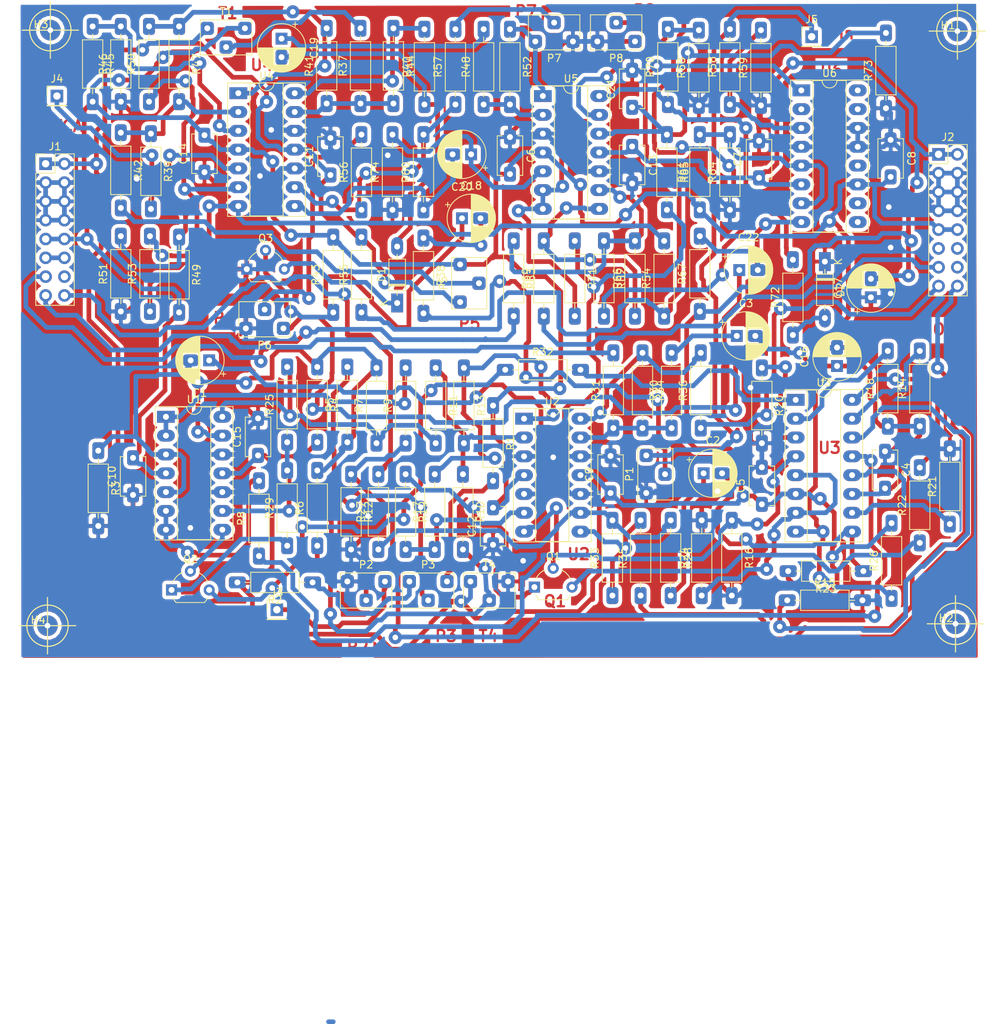
<source format=kicad_pcb>
(kicad_pcb (version 20171130) (host pcbnew "(5.0.2)-1")
  (layers (0 F.Cu signal) (31 B.Cu signal) (34 B.Paste user hide) (35 F.Paste user hide) (36 B.SilkS user hide) (37 F.SilkS user hide) (38 B.Mask user hide) (39 F.Mask user) (44 Edge.Cuts user hide))
  (net 0 "")
  (net 1 "Net-(C1-Pad2)")
  (net 2 "Net-(C2-Pad1)")
  (net 3 "Net-(C2-Pad2)")
  (net 4 "Net-(C3-Pad2)")
  (net 5 "Net-(C3-Pad1)")
  (net 6 GND)
  (net 7 +12V)
  (net 8 -12V)
  (net 9 "Net-(J3-Pad1)")
  (net 10 "Net-(J4-Pad1)")
  (net 11 "Net-(P2-Pad2)")
  (net 12 "Net-(Q1-Pad1)")
  (net 13 "Net-(Q1-Pad3)")
  (net 14 "Net-(Q1-Pad2)")
  (net 15 "Net-(Q2-Pad2)")
  (net 16 "Net-(Q2-Pad3)")
  (net 17 "Net-(Q2-Pad1)")
  (net 18 "Net-(R10-Pad1)")
  (net 19 "Net-(R13-Pad1)")
  (net 20 "Net-(R17-Pad1)")
  (net 21 "Net-(R18-Pad2)")
  (net 22 "Net-(R21-Pad1)")
  (net 23 "Net-(R24-Pad1)")
  (net 24 "Net-(R25-Pad1)")
  (net 25 "Net-(R27-Pad1)")
  (net 26 "Net-(R30-Pad1)")
  (net 27 "Net-(C18-Pad2)")
  (net 28 "Net-(C18-Pad1)")
  (net 29 "Net-(C19-Pad2)")
  (net 30 "Net-(C19-Pad1)")
  (net 31 "Net-(C20-Pad1)")
  (net 32 "Net-(C20-Pad2)")
  (net 33 "Net-(C21-Pad1)")
  (net 34 VCA-A)
  (net 35 "Net-(C22-Pad2)")
  (net 36 "Net-(D1-Pad1)")
  (net 37 "Net-(D2-Pad2)")
  (net 38 "Net-(J1-Pad11)")
  (net 39 AuxIn)
  (net 40 "Net-(J1-Pad14)")
  (net 41 Rin)
  (net 42 Lin)
  (net 43 LOut)
  (net 44 ROut)
  (net 45 "Net-(J2-Pad14)")
  (net 46 "Net-(J2-Pad12)")
  (net 47 "Net-(J2-Pad11)")
  (net 48 AudioIn)
  (net 49 VCAsOut)
  (net 50 "Net-(P3-Pad3)")
  (net 51 "Net-(P3-Pad2)")
  (net 52 "Net-(P3-Pad1)")
  (net 53 "Net-(P5-Pad2)")
  (net 54 "Net-(P6-Pad2)")
  (net 55 "Net-(P7-Pad1)")
  (net 56 "Net-(P7-Pad2)")
  (net 57 "Net-(R4-Pad1)")
  (net 58 "Net-(R11-Pad2)")
  (net 59 "Net-(R8-Pad2)")
  (net 60 "Net-(R16-Pad1)")
  (net 61 "Net-(R9-Pad2)")
  (net 62 "Net-(R12-Pad1)")
  (net 63 "Net-(R14-Pad2)")
  (net 64 "Net-(R15-Pad1)")
  (net 65 "Net-(R20-Pad1)")
  (net 66 "Net-(R22-Pad2)")
  (net 67 "Net-(R32-Pad2)")
  (net 68 "Net-(R33-Pad1)")
  (net 69 "Net-(R34-Pad1)")
  (net 70 "Net-(R37-Pad1)")
  (net 71 "Net-(R37-Pad2)")
  (net 72 "Net-(R39-Pad1)")
  (net 73 CV2In)
  (net 74 CV2)
  (net 75 "Net-(R45-Pad1)")
  (net 76 "Net-(R48-Pad1)")
  (net 77 "Net-(R49-Pad1)")
  (net 78 "Net-(R50-Pad1)")
  (net 79 "Net-(R53-Pad1)")
  (net 80 "Net-(R54-Pad1)")
  (net 81 "Net-(R56-Pad1)")
  (net 82 "Net-(R58-Pad1)")
  (net 83 "Net-(R61-Pad2)")
  (net 84 "Net-(R62-Pad1)")
  (net 85 "Net-(R66-Pad1)")
  (net 86 "Net-(R68-Pad2)")
  (net 87 "Net-(R70-Pad1)")
  (net 88 "Net-(U6-Pad16)")
  (net 89 "Net-(U6-Pad15)")
  (net 90 "Net-(U6-Pad12)")
  (net 91 "Net-(U6-Pad10)")
  (net 92 "Net-(U6-Pad2)")
  (net 93 "Net-(U6-Pad9)")
  (net 94 AuxSend)
  (net 95 "Net-(P8-Pad3)")
  (net 96 "Net-(P8-Pad2)")
  (net 97 "Net-(R10-Pad2)")
  (net 98 AudioInAtt)
  (module NilsLib:Widerstand_liegend (layer F.Cu) (at 165.481 109.093 270)
    (fp_text reference R34 (at 5.08 -2.37 270) (layer F.SilkS))
    (fp_text value 10k)
    (pad 2 thru_hole roundrect (at 10.16 0 270) (size 2.286 1.6) (drill 0.8) (layers *.Cu *.Mask) (net 26 "Net-(R30-Pad1)"))
    (pad 1 thru_hole roundrect (at 0 0 270) (size 2.286 1.6) (drill 0.8) (layers *.Cu *.Mask) (net 69 "Net-(R34-Pad1)"))
  )
  (module NilsLib:Kondensator_Keramik (layer F.Cu) (at 164.084 81.233 270)
    (fp_text reference C13 (at 2.5 -2.85 270) (layer F.SilkS))
    (fp_text value 100n)
    (pad 1 thru_hole roundrect (at 0 0 270) (size 2.032 1.6) (drill 0.8) (layers *.Cu *.Mask) (net 8 -12V))
    (pad 2 thru_hole roundrect (at 5 0 270) (size 2.032 1.6) (drill 0.8) (layers *.Cu *.Mask) (net 6 GND))
  )
  (module Package_DIP:DIP-14_W7.62mm_Socket_LongPads (layer F.Cu) (at 152.019 74.422)
    (fp_text reference U5 (at 3.81 -2.33) (layer F.SilkS))
    (fp_text value TL074)
    (pad 1 thru_hole rect (at 0 0) (size 2.4 1.6) (drill 0.8) (layers *.Cu *.Mask) (net 55 "Net-(P7-Pad1)"))
    (pad 8 thru_hole oval (at 7.62 15.24) (size 2.4 1.6) (drill 0.8) (layers *.Cu *.Mask) (net 85 "Net-(R66-Pad1)"))
    (pad 2 thru_hole oval (at 0 2.54) (size 2.4 1.6) (drill 0.8) (layers *.Cu *.Mask) (net 76 "Net-(R48-Pad1)"))
    (pad 9 thru_hole oval (at 7.62 12.7) (size 2.4 1.6) (drill 0.8) (layers *.Cu *.Mask) (net 84 "Net-(R62-Pad1)"))
    (pad 3 thru_hole oval (at 0 5.08) (size 2.4 1.6) (drill 0.8) (layers *.Cu *.Mask) (net 6 GND))
    (pad 10 thru_hole oval (at 7.62 10.16) (size 2.4 1.6) (drill 0.8) (layers *.Cu *.Mask) (net 6 GND))
    (pad 4 thru_hole oval (at 0 7.62) (size 2.4 1.6) (drill 0.8) (layers *.Cu *.Mask) (net 7 +12V))
    (pad 11 thru_hole oval (at 7.62 7.62) (size 2.4 1.6) (drill 0.8) (layers *.Cu *.Mask) (net 8 -12V))
    (pad 5 thru_hole oval (at 0 10.16) (size 2.4 1.6) (drill 0.8) (layers *.Cu *.Mask) (net 31 "Net-(C20-Pad1)"))
    (pad 12 thru_hole oval (at 7.62 5.08) (size 2.4 1.6) (drill 0.8) (layers *.Cu *.Mask) (net 33 "Net-(C21-Pad1)"))
    (pad 6 thru_hole oval (at 0 12.7) (size 2.4 1.6) (drill 0.8) (layers *.Cu *.Mask) (net 95 "Net-(P8-Pad3)"))
    (pad 13 thru_hole oval (at 7.62 2.54) (size 2.4 1.6) (drill 0.8) (layers *.Cu *.Mask) (net 86 "Net-(R68-Pad2)"))
    (pad 7 thru_hole oval (at 0 15.24) (size 2.4 1.6) (drill 0.8) (layers *.Cu *.Mask) (net 95 "Net-(P8-Pad3)"))
    (pad 14 thru_hole oval (at 7.62 0) (size 2.4 1.6) (drill 0.8) (layers *.Cu *.Mask) (net 87 "Net-(R70-Pad1)"))
  )
  (module NilsLib:Elko_D6.3mm_P2.50mm (layer F.Cu) (at 106.934 110.109 180)
    (fp_text reference C1 (at 1.25 -4.4 180) (layer F.SilkS))
    (fp_text value 47u)
    (pad 1 thru_hole rect (at 0 0 180) (size 1.6 1.6) (drill 0.8) (layers *.Cu *.Mask) (net 49 VCAsOut))
    (pad 2 thru_hole roundrect (at 2.5 0 180) (size 2.032 1.6) (drill 0.8) (layers *.Cu *.Mask) (net 1 "Net-(C1-Pad2)"))
  )
  (module NilsLib:Elko_D6.3mm_P2.50mm (layer F.Cu) (at 173.736 125.349)
    (fp_text reference C2 (at 1.25 -4.4) (layer F.SilkS))
    (fp_text value 47u)
    (pad 2 thru_hole roundrect (at 2.5 0) (size 2.032 1.6) (drill 0.8) (layers *.Cu *.Mask) (net 3 "Net-(C2-Pad2)"))
    (pad 1 thru_hole rect (at 0 0) (size 1.6 1.6) (drill 0.8) (layers *.Cu *.Mask) (net 2 "Net-(C2-Pad1)"))
  )
  (module NilsLib:Elko_D6.3mm_P2.50mm (layer F.Cu) (at 178.221 106.807)
    (fp_text reference C3 (at 1.25 -4.4) (layer F.SilkS))
    (fp_text value 47u)
    (pad 1 thru_hole rect (at 0 0) (size 1.6 1.6) (drill 0.8) (layers *.Cu *.Mask) (net 5 "Net-(C3-Pad1)"))
    (pad 2 thru_hole roundrect (at 2.5 0) (size 2.032 1.6) (drill 0.8) (layers *.Cu *.Mask) (net 4 "Net-(C3-Pad2)"))
  )
  (module Package_DIP:DIP-14_W7.62mm_Socket_LongPads (layer F.Cu) (at 110.871 74.041)
    (fp_text reference U4 (at 3.81 -2.33) (layer F.SilkS))
    (fp_text value TL074)
    (pad 1 thru_hole rect (at 0 0) (size 2.4 1.6) (drill 0.8) (layers *.Cu *.Mask) (net 74 CV2))
    (pad 8 thru_hole oval (at 7.62 15.24) (size 2.4 1.6) (drill 0.8) (layers *.Cu *.Mask) (net 32 "Net-(C20-Pad2)"))
    (pad 2 thru_hole oval (at 0 2.54) (size 2.4 1.6) (drill 0.8) (layers *.Cu *.Mask) (net 72 "Net-(R39-Pad1)"))
    (pad 9 thru_hole oval (at 7.62 12.7) (size 2.4 1.6) (drill 0.8) (layers *.Cu *.Mask) (net 81 "Net-(R56-Pad1)"))
    (pad 3 thru_hole oval (at 0 5.08) (size 2.4 1.6) (drill 0.8) (layers *.Cu *.Mask) (net 75 "Net-(R45-Pad1)"))
    (pad 10 thru_hole oval (at 7.62 10.16) (size 2.4 1.6) (drill 0.8) (layers *.Cu *.Mask) (net 6 GND))
    (pad 4 thru_hole oval (at 0 7.62) (size 2.4 1.6) (drill 0.8) (layers *.Cu *.Mask) (net 7 +12V))
    (pad 11 thru_hole oval (at 7.62 7.62) (size 2.4 1.6) (drill 0.8) (layers *.Cu *.Mask) (net 8 -12V))
    (pad 5 thru_hole oval (at 0 10.16) (size 2.4 1.6) (drill 0.8) (layers *.Cu *.Mask) (net 77 "Net-(R49-Pad1)"))
    (pad 12 thru_hole oval (at 7.62 5.08) (size 2.4 1.6) (drill 0.8) (layers *.Cu *.Mask) (net 6 GND))
    (pad 6 thru_hole oval (at 0 12.7) (size 2.4 1.6) (drill 0.8) (layers *.Cu *.Mask) (net 78 "Net-(R50-Pad1)"))
    (pad 13 thru_hole oval (at 7.62 2.54) (size 2.4 1.6) (drill 0.8) (layers *.Cu *.Mask) (net 70 "Net-(R37-Pad1)"))
    (pad 7 thru_hole oval (at 0 15.24) (size 2.4 1.6) (drill 0.8) (layers *.Cu *.Mask) (net 79 "Net-(R53-Pad1)"))
    (pad 14 thru_hole oval (at 7.62 0) (size 2.4 1.6) (drill 0.8) (layers *.Cu *.Mask) (net 73 CV2In))
  )
  (module NilsLib:Kondensator_Keramik (layer F.Cu) (at 198.247 122.381 270)
    (fp_text reference C4 (at 2.5 -2.85 270) (layer F.SilkS))
    (fp_text value 100n)
    (pad 1 thru_hole roundrect (at 0 0 270) (size 2.032 1.6) (drill 0.8) (layers *.Cu *.Mask) (net 6 GND))
    (pad 2 thru_hole roundrect (at 5 0 270) (size 2.032 1.6) (drill 0.8) (layers *.Cu *.Mask) (net 7 +12V))
  )
  (module NilsLib:Kondensator_Keramik (layer F.Cu) (at 181.61 129.54 90)
    (fp_text reference C5 (at 2.5 -2.85 90) (layer F.SilkS))
    (fp_text value 100n)
    (pad 2 thru_hole roundrect (at 5 0 90) (size 2.032 1.6) (drill 0.8) (layers *.Cu *.Mask) (net 6 GND))
    (pad 1 thru_hole roundrect (at 0 0 90) (size 2.032 1.6) (drill 0.8) (layers *.Cu *.Mask) (net 8 -12V))
  )
  (module NilsLib:Kondensator_Keramik (layer F.Cu) (at 147.574 79.963 270)
    (fp_text reference C6 (at 2.5 -2.85 270) (layer F.SilkS))
    (fp_text value 100n)
    (pad 1 thru_hole roundrect (at 0 0 270) (size 2.032 1.6) (drill 0.8) (layers *.Cu *.Mask) (net 6 GND))
    (pad 2 thru_hole roundrect (at 5 0 270) (size 2.032 1.6) (drill 0.8) (layers *.Cu *.Mask) (net 7 +12V))
  )
  (module NilsLib:Kondensator_Keramik (layer F.Cu) (at 181.229 85.471 90)
    (fp_text reference C7 (at 2.5 -2.85 90) (layer F.SilkS))
    (fp_text value 100n)
    (pad 2 thru_hole roundrect (at 5 0 90) (size 2.032 1.6) (drill 0.8) (layers *.Cu *.Mask) (net 6 GND))
    (pad 1 thru_hole roundrect (at 0 0 90) (size 2.032 1.6) (drill 0.8) (layers *.Cu *.Mask) (net 8 -12V))
  )
  (module NilsLib:Kondensator_Keramik (layer F.Cu) (at 199.009 80.344 270)
    (fp_text reference C8 (at 2.5 -2.85 270) (layer F.SilkS))
    (fp_text value 100n)
    (pad 1 thru_hole roundrect (at 0 0 270) (size 2.032 1.6) (drill 0.8) (layers *.Cu *.Mask) (net 6 GND))
    (pad 2 thru_hole roundrect (at 5 0 270) (size 2.032 1.6) (drill 0.8) (layers *.Cu *.Mask) (net 7 +12V))
  )
  (module NilsLib:Kondensator_Keramik (layer F.Cu) (at 161.163 128.016 90)
    (fp_text reference C9 (at 2.5 -2.85 90) (layer F.SilkS))
    (fp_text value 100n)
    (pad 1 thru_hole roundrect (at 0 0 90) (size 2.032 1.6) (drill 0.8) (layers *.Cu *.Mask) (net 8 -12V))
    (pad 2 thru_hole roundrect (at 5 0 90) (size 2.032 1.6) (drill 0.8) (layers *.Cu *.Mask) (net 6 GND))
  )
  (module NilsLib:Kondensator_Keramik (layer F.Cu) (at 96.647 128.27 90)
    (fp_text reference C10 (at 2.5 -2.85 90) (layer F.SilkS))
    (fp_text value 100n)
    (pad 2 thru_hole roundrect (at 5 0 90) (size 2.032 1.6) (drill 0.8) (layers *.Cu *.Mask) (net 7 +12V))
    (pad 1 thru_hole roundrect (at 0 0 90) (size 2.032 1.6) (drill 0.8) (layers *.Cu *.Mask) (net 6 GND))
  )
  (module NilsLib:Kondensator_Keramik (layer F.Cu) (at 123.317 85.09 90)
    (fp_text reference C11 (at 2.5 -2.85 90) (layer F.SilkS))
    (fp_text value 100n)
    (pad 1 thru_hole roundrect (at 0 0 90) (size 2.032 1.6) (drill 0.8) (layers *.Cu *.Mask) (net 8 -12V))
    (pad 2 thru_hole roundrect (at 5 0 90) (size 2.032 1.6) (drill 0.8) (layers *.Cu *.Mask) (net 6 GND))
  )
  (module NilsLib:Kondensator_Keramik (layer F.Cu) (at 145.288 135.001 90)
    (fp_text reference C12 (at 2.5 -2.85 90) (layer F.SilkS))
    (fp_text value 100n)
    (pad 2 thru_hole roundrect (at 5 0 90) (size 2.032 1.6) (drill 0.8) (layers *.Cu *.Mask) (net 7 +12V))
    (pad 1 thru_hole roundrect (at 0 0 90) (size 2.032 1.6) (drill 0.8) (layers *.Cu *.Mask) (net 6 GND))
  )
  (module NilsLib:Kondensator_Keramik (layer F.Cu) (at 106.299 84.709 90)
    (fp_text reference C14 (at 2.5 -2.85 90) (layer F.SilkS))
    (fp_text value 100n)
    (pad 1 thru_hole roundrect (at 0 0 90) (size 2.032 1.6) (drill 0.8) (layers *.Cu *.Mask) (net 6 GND))
    (pad 2 thru_hole roundrect (at 5 0 90) (size 2.032 1.6) (drill 0.8) (layers *.Cu *.Mask) (net 7 +12V))
  )
  (module NilsLib:Kondensator_Keramik (layer F.Cu) (at 113.538 122.936 90)
    (fp_text reference C15 (at 2.5 -2.85 90) (layer F.SilkS))
    (fp_text value 100n)
    (pad 2 thru_hole roundrect (at 5 0 90) (size 2.032 1.6) (drill 0.8) (layers *.Cu *.Mask) (net 6 GND))
    (pad 1 thru_hole roundrect (at 0 0 90) (size 2.032 1.6) (drill 0.8) (layers *.Cu *.Mask) (net 8 -12V))
  )
  (module NilsLib:Elko_D6.3mm_P2.50mm (layer F.Cu) (at 191.77 110.871 90)
    (fp_text reference C16 (at 1.25 -4.4 90) (layer F.SilkS))
    (fp_text value 47u)
    (pad 2 thru_hole roundrect (at 2.5 0 90) (size 2.032 1.6) (drill 0.8) (layers *.Cu *.Mask) (net 6 GND))
    (pad 1 thru_hole rect (at 0 0 90) (size 1.6 1.6) (drill 0.8) (layers *.Cu *.Mask) (net 7 +12V))
  )
  (module NilsLib:Elko_D6.3mm_P2.50mm (layer F.Cu) (at 196.342 101.6 90)
    (fp_text reference C17 (at 1.25 -4.4 90) (layer F.SilkS))
    (fp_text value 47u)
    (pad 1 thru_hole rect (at 0 0 90) (size 1.6 1.6) (drill 0.8) (layers *.Cu *.Mask) (net 6 GND))
    (pad 2 thru_hole roundrect (at 2.5 0 90) (size 2.032 1.6) (drill 0.8) (layers *.Cu *.Mask) (net 8 -12V))
  )
  (module NilsLib:Elko_D6.3mm_P2.50mm (layer F.Cu) (at 141.097 90.932)
    (fp_text reference C18 (at 1.25 -4.4) (layer F.SilkS))
    (fp_text value 1u)
    (pad 2 thru_hole roundrect (at 2.5 0) (size 2.032 1.6) (drill 0.8) (layers *.Cu *.Mask) (net 27 "Net-(C18-Pad2)"))
    (pad 1 thru_hole rect (at 0 0) (size 1.6 1.6) (drill 0.8) (layers *.Cu *.Mask) (net 28 "Net-(C18-Pad1)"))
  )
  (module NilsLib:Elko_D6.3mm_P2.50mm (layer F.Cu) (at 116.713 66.675 270)
    (fp_text reference C19 (at 1.25 -4.4 270) (layer F.SilkS))
    (fp_text value 1u)
    (pad 2 thru_hole roundrect (at 2.5 0 270) (size 2.032 1.6) (drill 0.8) (layers *.Cu *.Mask) (net 29 "Net-(C19-Pad2)"))
    (pad 1 thru_hole rect (at 0 0 270) (size 1.6 1.6) (drill 0.8) (layers *.Cu *.Mask) (net 30 "Net-(C19-Pad1)"))
  )
  (module NilsLib:Elko_D6.3mm_P2.50mm (layer F.Cu) (at 142.327 82.296 180)
    (fp_text reference C20 (at 1.25 -4.4 180) (layer F.SilkS))
    (fp_text value 1u)
    (pad 1 thru_hole rect (at 0 0 180) (size 1.6 1.6) (drill 0.8) (layers *.Cu *.Mask) (net 31 "Net-(C20-Pad1)"))
    (pad 2 thru_hole roundrect (at 2.5 0 180) (size 2.032 1.6) (drill 0.8) (layers *.Cu *.Mask) (net 32 "Net-(C20-Pad2)"))
  )
  (module NilsLib:Kondensator_Keramik (layer F.Cu) (at 164.084 75.946 90)
    (fp_text reference C21 (at 2.5 -2.85 90) (layer F.SilkS))
    (fp_text value 100n)
    (pad 2 thru_hole roundrect (at 5 0 90) (size 2.032 1.6) (drill 0.8) (layers *.Cu *.Mask) (net 6 GND))
    (pad 1 thru_hole roundrect (at 0 0 90) (size 2.032 1.6) (drill 0.8) (layers *.Cu *.Mask) (net 33 "Net-(C21-Pad1)"))
  )
  (module NilsLib:Elko_D6.3mm_P2.50mm (layer F.Cu) (at 178.562 97.917)
    (fp_text reference C22 (at 1.25 -4.4) (layer F.SilkS))
    (fp_text value 1u)
    (pad 1 thru_hole rect (at 0 0) (size 1.6 1.6) (drill 0.8) (layers *.Cu *.Mask) (net 34 VCA-A))
    (pad 2 thru_hole roundrect (at 2.5 0) (size 2.032 1.6) (drill 0.8) (layers *.Cu *.Mask) (net 35 "Net-(C22-Pad2)"))
  )
  (module NilsLib:Diode_Horizontal (layer F.Cu) (at 132.334 102.362 90)
    (fp_text reference D1 (at 3.81 -2.12 90) (layer F.SilkS))
    (fp_text value 1N4148)
    (fp_text user K (at 0 -1.8 90) (layer F.SilkS))
    (pad 1 thru_hole rect (at 0 0 90) (size 2.54 1.6) (drill 0.8) (layers *.Cu *.Mask) (net 36 "Net-(D1-Pad1)"))
    (pad 2 thru_hole oval (at 7.62 0 90) (size 2.54 1.6) (drill 0.8) (layers *.Cu *.Mask) (net 29 "Net-(C19-Pad2)"))
  )
  (module NilsLib:Diode_Horizontal (layer F.Cu) (at 190.119 96.774 270)
    (fp_text reference D2 (at 3.81 -2.12 270) (layer F.SilkS))
    (fp_text value LED)
    (fp_text user K (at 0 -1.8 270) (layer F.SilkS))
    (pad 2 thru_hole oval (at 7.62 0 270) (size 2.54 1.6) (drill 0.8) (layers *.Cu *.Mask) (net 37 "Net-(D2-Pad2)"))
    (pad 1 thru_hole rect (at 0 0 270) (size 2.54 1.6) (drill 0.8) (layers *.Cu *.Mask) (net 6 GND))
  )
  (module NilsLib:MountHole (layer F.Cu) (at 206.756 64.389)
    (fp_text reference H1 (at 0 0.5) (layer F.SilkS))
    (fp_text value MountingHole)
    (pad 1 thru_hole circle (at 1.27 1.27) (size 2.794 2.794) (drill 0.762) (layers *.Cu *.Mask))
  )
  (module NilsLib:MountHole (layer F.Cu) (at 206.502 144.399)
    (fp_text reference H2 (at 0 0.5) (layer F.SilkS))
    (fp_text value MountingHole)
    (pad 1 thru_hole circle (at 1.27 1.27) (size 2.794 2.794) (drill 0.762) (layers *.Cu *.Mask))
  )
  (module NilsLib:MountHole (layer F.Cu) (at 84.201 64.262)
    (fp_text reference H3 (at 0 0.5) (layer F.SilkS))
    (fp_text value MountingHole)
    (pad 1 thru_hole circle (at 1.27 1.27) (size 2.794 2.794) (drill 0.762) (layers *.Cu *.Mask))
  )
  (module NilsLib:MountHole (layer F.Cu) (at 83.82 144.653)
    (fp_text reference H4 (at 0 0.5) (layer F.SilkS))
    (fp_text value MountingHole)
    (pad 1 thru_hole circle (at 1.27 1.27) (size 2.794 2.794) (drill 0.762) (layers *.Cu *.Mask))
  )
  (module Connector_PinHeader_2.54mm:PinHeader_2x08_P2.54mm_Vertical (layer F.Cu) (at 84.836 83.566)
    (fp_text reference J1 (at 1.27 -2.33) (layer F.SilkS))
    (fp_text value PWR_AuxIn)
    (pad 1 thru_hole rect (at 0 0) (size 1.7 1.7) (drill 1) (layers *.Cu *.Mask) (net 8 -12V))
    (pad 2 thru_hole oval (at 2.54 0) (size 1.7 1.7) (drill 1) (layers *.Cu *.Mask) (net 8 -12V))
    (pad 3 thru_hole oval (at 0 2.54) (size 1.7 1.7) (drill 1) (layers *.Cu *.Mask) (net 6 GND))
    (pad 4 thru_hole oval (at 2.54 2.54) (size 1.7 1.7) (drill 1) (layers *.Cu *.Mask) (net 6 GND))
    (pad 5 thru_hole oval (at 0 5.08) (size 1.7 1.7) (drill 1) (layers *.Cu *.Mask) (net 6 GND))
    (pad 6 thru_hole oval (at 2.54 5.08) (size 1.7 1.7) (drill 1) (layers *.Cu *.Mask) (net 6 GND))
    (pad 7 thru_hole oval (at 0 7.62) (size 1.7 1.7) (drill 1) (layers *.Cu *.Mask) (net 6 GND))
    (pad 8 thru_hole oval (at 2.54 7.62) (size 1.7 1.7) (drill 1) (layers *.Cu *.Mask) (net 6 GND))
    (pad 9 thru_hole oval (at 0 10.16) (size 1.7 1.7) (drill 1) (layers *.Cu *.Mask) (net 7 +12V))
    (pad 10 thru_hole oval (at 2.54 10.16) (size 1.7 1.7) (drill 1) (layers *.Cu *.Mask) (net 7 +12V))
    (pad 11 thru_hole oval (at 0 12.7) (size 1.7 1.7) (drill 1) (layers *.Cu *.Mask) (net 38 "Net-(J1-Pad11)"))
    (pad 12 thru_hole oval (at 2.54 12.7) (size 1.7 1.7) (drill 1) (layers *.Cu *.Mask) (net 38 "Net-(J1-Pad11)"))
    (pad 13 thru_hole oval (at 0 15.24) (size 1.7 1.7) (drill 1) (layers *.Cu *.Mask) (net 39 AuxIn))
    (pad 14 thru_hole oval (at 2.54 15.24) (size 1.7 1.7) (drill 1) (layers *.Cu *.Mask) (net 40 "Net-(J1-Pad14)"))
    (pad 15 thru_hole oval (at 0 17.78) (size 1.7 1.7) (drill 1) (layers *.Cu *.Mask) (net 41 Rin))
    (pad 16 thru_hole oval (at 2.54 17.78) (size 1.7 1.7) (drill 1) (layers *.Cu *.Mask) (net 42 Lin))
  )
  (module Connector_PinHeader_2.54mm:PinHeader_2x08_P2.54mm_Vertical (layer F.Cu) (at 205.486 82.296)
    (fp_text reference J2 (at 1.27 -2.33) (layer F.SilkS))
    (fp_text value PWR_AUXOut)
    (pad 16 thru_hole oval (at 2.54 17.78) (size 1.7 1.7) (drill 1) (layers *.Cu *.Mask) (net 43 LOut))
    (pad 15 thru_hole oval (at 0 17.78) (size 1.7 1.7) (drill 1) (layers *.Cu *.Mask) (net 44 ROut))
    (pad 14 thru_hole oval (at 2.54 15.24) (size 1.7 1.7) (drill 1) (layers *.Cu *.Mask) (net 45 "Net-(J2-Pad14)"))
    (pad 13 thru_hole oval (at 0 15.24) (size 1.7 1.7) (drill 1) (layers *.Cu *.Mask) (net 94 AuxSend))
    (pad 12 thru_hole oval (at 2.54 12.7) (size 1.7 1.7) (drill 1) (layers *.Cu *.Mask) (net 46 "Net-(J2-Pad12)"))
    (pad 11 thru_hole oval (at 0 12.7) (size 1.7 1.7) (drill 1) (layers *.Cu *.Mask) (net 47 "Net-(J2-Pad11)"))
    (pad 10 thru_hole oval (at 2.54 10.16) (size 1.7 1.7) (drill 1) (layers *.Cu *.Mask) (net 7 +12V))
    (pad 9 thru_hole oval (at 0 10.16) (size 1.7 1.7) (drill 1) (layers *.Cu *.Mask) (net 7 +12V))
    (pad 8 thru_hole oval (at 2.54 7.62) (size 1.7 1.7) (drill 1) (layers *.Cu *.Mask) (net 6 GND))
    (pad 7 thru_hole oval (at 0 7.62) (size 1.7 1.7) (drill 1) (layers *.Cu *.Mask) (net 6 GND))
    (pad 6 thru_hole oval (at 2.54 5.08) (size 1.7 1.7) (drill 1) (layers *.Cu *.Mask) (net 6 GND))
    (pad 5 thru_hole oval (at 0 5.08) (size 1.7 1.7) (drill 1) (layers *.Cu *.Mask) (net 6 GND))
    (pad 4 thru_hole oval (at 2.54 2.54) (size 1.7 1.7) (drill 1) (layers *.Cu *.Mask) (net 6 GND))
    (pad 3 thru_hole oval (at 0 2.54) (size 1.7 1.7) (drill 1) (layers *.Cu *.Mask) (net 6 GND))
    (pad 2 thru_hole oval (at 2.54 0) (size 1.7 1.7) (drill 1) (layers *.Cu *.Mask) (net 8 -12V))
    (pad 1 thru_hole rect (at 0 0) (size 1.7 1.7) (drill 1) (layers *.Cu *.Mask) (net 8 -12V))
  )
  (module NilsLib:Stift (layer F.Cu) (at 116.078 143.764)
    (fp_text reference J3 (at 0 -2.33) (layer F.SilkS))
    (fp_text value "Pan CV")
    (pad 1 thru_hole rect (at 0 0) (size 1.7 1.7) (drill 1) (layers *.Cu *.Mask) (net 9 "Net-(J3-Pad1)"))
  )
  (module NilsLib:Stift (layer F.Cu) (at 86.36 74.422)
    (fp_text reference J4 (at 0 -2.33) (layer F.SilkS))
    (fp_text value "CV VCA")
    (pad 1 thru_hole rect (at 0 0) (size 1.7 1.7) (drill 1) (layers *.Cu *.Mask) (net 10 "Net-(J4-Pad1)"))
  )
  (module NilsLib:Stift (layer F.Cu) (at 188.341 66.421)
    (fp_text reference J5 (at 0 -2.33) (layer F.SilkS))
    (fp_text value AudioIn)
    (pad 1 thru_hole rect (at 0 0) (size 1.7 1.7) (drill 1) (layers *.Cu *.Mask) (net 48 AudioIn))
  )
  (module NilsLib:Trimmer_Vertical (layer F.Cu) (at 165.989 122.936 90)
    (fp_text reference P1 (at -2.54 -2.27 90) (layer F.SilkS))
    (fp_text value 100k)
    (pad 3 thru_hole roundrect (at -5.08 0 90) (size 1.778 1.778) (drill 0.8) (layers *.Cu *.Mask) (net 6 GND))
    (pad 2 thru_hole roundrect (at -2.54 2.54 90) (size 1.778 1.778) (drill 0.8) (layers *.Cu *.Mask) (net 98 AudioInAtt))
    (pad 1 thru_hole roundrect (at 0 0 90) (size 1.778 1.778) (drill 0.8) (layers *.Cu *.Mask) (net 48 AudioIn))
  )
  (module NilsLib:Trimmer_Vertical (layer F.Cu) (at 130.683 139.954)
    (fp_text reference P2 (at -2.54 -2.27) (layer F.SilkS))
    (fp_text value 100k)
    (pad 1 thru_hole roundrect (at 0 0) (size 1.778 1.778) (drill 0.8) (layers *.Cu *.Mask) (net 9 "Net-(J3-Pad1)"))
    (pad 2 thru_hole roundrect (at -2.54 2.54) (size 1.778 1.778) (drill 0.8) (layers *.Cu *.Mask) (net 11 "Net-(P2-Pad2)"))
    (pad 3 thru_hole roundrect (at -5.08 0) (size 1.778 1.778) (drill 0.8) (layers *.Cu *.Mask) (net 6 GND))
  )
  (module NilsLib:Trimmer_Vertical (layer F.Cu) (at 139.065 139.954)
    (fp_text reference P3 (at -2.54 -2.27) (layer F.SilkS))
    (fp_text value 100k)
    (pad 3 thru_hole roundrect (at -5.08 0) (size 1.778 1.778) (drill 0.8) (layers *.Cu *.Mask) (net 50 "Net-(P3-Pad3)"))
    (pad 2 thru_hole roundrect (at -2.54 2.54) (size 1.778 1.778) (drill 0.8) (layers *.Cu *.Mask) (net 51 "Net-(P3-Pad2)"))
    (pad 1 thru_hole roundrect (at 0 0) (size 1.778 1.778) (drill 0.8) (layers *.Cu *.Mask) (net 52 "Net-(P3-Pad1)"))
  )
  (module NilsLib:Trimmer_Vertical (layer F.Cu) (at 140.843 97.155 90)
    (fp_text reference P5 (at -2.54 -2.27 90) (layer F.SilkS))
    (fp_text value 100k)
    (pad 1 thru_hole roundrect (at 0 0 90) (size 1.778 1.778) (drill 0.8) (layers *.Cu *.Mask) (net 7 +12V))
    (pad 2 thru_hole roundrect (at -2.54 2.54 90) (size 1.778 1.778) (drill 0.8) (layers *.Cu *.Mask) (net 53 "Net-(P5-Pad2)"))
    (pad 3 thru_hole roundrect (at -5.08 0 90) (size 1.778 1.778) (drill 0.8) (layers *.Cu *.Mask) (net 8 -12V))
  )
  (module NilsLib:Trimmer_Vertical (layer F.Cu) (at 111.887 105.791 180)
    (fp_text reference P6 (at -2.54 -2.27 180) (layer F.SilkS))
    (fp_text value 50k)
    (pad 3 thru_hole roundrect (at -5.08 0 180) (size 1.778 1.778) (drill 0.8) (layers *.Cu *.Mask) (net 34 VCA-A))
    (pad 2 thru_hole roundrect (at -2.54 2.54 180) (size 1.778 1.778) (drill 0.8) (layers *.Cu *.Mask) (net 54 "Net-(P6-Pad2)"))
    (pad 1 thru_hole roundrect (at 0 0 180) (size 1.778 1.778) (drill 0.8) (layers *.Cu *.Mask) (net 6 GND))
  )
  (module NilsLib:Trimmer_Vertical (layer F.Cu) (at 151.003 67.056 180)
    (fp_text reference P7 (at -2.54 -2.27 180) (layer F.SilkS))
    (fp_text value 50k)
    (pad 1 thru_hole roundrect (at 0 0 180) (size 1.778 1.778) (drill 0.8) (layers *.Cu *.Mask) (net 55 "Net-(P7-Pad1)"))
    (pad 2 thru_hole roundrect (at -2.54 2.54 180) (size 1.778 1.778) (drill 0.8) (layers *.Cu *.Mask) (net 56 "Net-(P7-Pad2)"))
    (pad 3 thru_hole roundrect (at -5.08 0 180) (size 1.778 1.778) (drill 0.8) (layers *.Cu *.Mask) (net 6 GND))
  )
  (module Package_TO_SOT_THT:TO-92L_Wide (layer F.Cu) (at 150.876 140.716)
    (fp_text reference Q1 (at 2.55 -4.15) (layer F.SilkS))
    (fp_text value 2N3906)
    (pad 2 thru_hole circle (at 2.54 -2.54 90) (size 1.5 1.5) (drill 0.8) (layers *.Cu *.Mask) (net 14 "Net-(Q1-Pad2)"))
    (pad 3 thru_hole circle (at 5.08 0 90) (size 1.5 1.5) (drill 0.8) (layers *.Cu *.Mask) (net 13 "Net-(Q1-Pad3)"))
    (pad 1 thru_hole rect (at 0 0 90) (size 1.5 1.5) (drill 0.8) (layers *.Cu *.Mask) (net 12 "Net-(Q1-Pad1)"))
  )
  (module Package_TO_SOT_THT:TO-92L_Wide (layer F.Cu) (at 101.854 141.097)
    (fp_text reference Q2 (at 2.55 -4.15) (layer F.SilkS))
    (fp_text value 2N3906)
    (pad 2 thru_hole circle (at 2.54 -2.54 90) (size 1.5 1.5) (drill 0.8) (layers *.Cu *.Mask) (net 15 "Net-(Q2-Pad2)"))
    (pad 3 thru_hole circle (at 5.08 0 90) (size 1.5 1.5) (drill 0.8) (layers *.Cu *.Mask) (net 16 "Net-(Q2-Pad3)"))
    (pad 1 thru_hole rect (at 0 0 90) (size 1.5 1.5) (drill 0.8) (layers *.Cu *.Mask) (net 17 "Net-(Q2-Pad1)"))
  )
  (module Package_TO_SOT_THT:TO-92L_Wide (layer F.Cu) (at 112.014 97.79)
    (fp_text reference Q3 (at 2.55 -4.15) (layer F.SilkS))
    (fp_text value 2N3904)
    (pad 1 thru_hole rect (at 0 0 90) (size 1.5 1.5) (drill 0.8) (layers *.Cu *.Mask) (net 6 GND))
    (pad 3 thru_hole circle (at 5.08 0 90) (size 1.5 1.5) (drill 0.8) (layers *.Cu *.Mask) (net 36 "Net-(D1-Pad1)"))
    (pad 2 thru_hole circle (at 2.54 -2.54 90) (size 1.5 1.5) (drill 0.8) (layers *.Cu *.Mask) (net 28 "Net-(C18-Pad1)"))
  )
  (module NilsLib:Widerstand_liegend (layer F.Cu) (at 145.288 116.205 270)
    (fp_text reference R1 (at 5.08 -2.37 270) (layer F.SilkS))
    (fp_text value 27k)
    (pad 1 thru_hole roundrect (at 0 0 270) (size 2.286 1.6) (drill 0.8) (layers *.Cu *.Mask) (net 7 +12V))
    (pad 2 thru_hole roundrect (at 10.16 0 270) (size 2.286 1.6) (drill 0.8) (layers *.Cu *.Mask) (net 52 "Net-(P3-Pad1)"))
  )
  (module NilsLib:Widerstand_liegend (layer F.Cu) (at 120.904 140.081 180)
    (fp_text reference R2 (at 5.08 -2.37 180) (layer F.SilkS))
    (fp_text value 27k)
    (pad 2 thru_hole roundrect (at 10.16 0 180) (size 2.286 1.6) (drill 0.8) (layers *.Cu *.Mask) (net 8 -12V))
    (pad 1 thru_hole roundrect (at 0 0 180) (size 2.286 1.6) (drill 0.8) (layers *.Cu *.Mask) (net 50 "Net-(P3-Pad3)"))
  )
  (module NilsLib:Widerstand_liegend (layer F.Cu) (at 91.948 122.301 270)
    (fp_text reference R3 (at 5.08 -2.37 270) (layer F.SilkS))
    (fp_text value 1M)
    (pad 1 thru_hole roundrect (at 0 0 270) (size 2.286 1.6) (drill 0.8) (layers *.Cu *.Mask) (net 1 "Net-(C1-Pad2)"))
    (pad 2 thru_hole roundrect (at 10.16 0 270) (size 2.286 1.6) (drill 0.8) (layers *.Cu *.Mask) (net 6 GND))
  )
  (module NilsLib:Widerstand_liegend (layer F.Cu) (at 121.539 110.998 270)
    (fp_text reference R4 (at 5.08 -2.37 270) (layer F.SilkS))
    (fp_text value 200k)
    (pad 2 thru_hole roundrect (at 10.16 0 270) (size 2.286 1.6) (drill 0.8) (layers *.Cu *.Mask) (net 11 "Net-(P2-Pad2)"))
    (pad 1 thru_hole roundrect (at 0 0 270) (size 2.286 1.6) (drill 0.8) (layers *.Cu *.Mask) (net 57 "Net-(R4-Pad1)"))
  )
  (module NilsLib:Widerstand_liegend (layer F.Cu) (at 125.603 121.158 90)
    (fp_text reference R5 (at 5.08 -2.37 90) (layer F.SilkS))
    (fp_text value 330k)
    (pad 1 thru_hole roundrect (at 0 0 90) (size 2.286 1.6) (drill 0.8) (layers *.Cu *.Mask) (net 57 "Net-(R4-Pad1)"))
    (pad 2 thru_hole roundrect (at 10.16 0 90) (size 2.286 1.6) (drill 0.8) (layers *.Cu *.Mask) (net 51 "Net-(P3-Pad2)"))
  )
  (module NilsLib:Widerstand_liegend (layer F.Cu) (at 121.539 135.128 90)
    (fp_text reference R6 (at 5.08 -2.37 90) (layer F.SilkS))
    (fp_text value 200k)
    (pad 2 thru_hole roundrect (at 10.16 0 90) (size 2.286 1.6) (drill 0.8) (layers *.Cu *.Mask) (net 57 "Net-(R4-Pad1)"))
    (pad 1 thru_hole roundrect (at 0 0 90) (size 2.286 1.6) (drill 0.8) (layers *.Cu *.Mask) (net 97 "Net-(R10-Pad2)"))
  )
  (module NilsLib:Widerstand_liegend (layer F.Cu) (at 129.54 121.285 90)
    (fp_text reference R7 (at 5.08 -2.37 90) (layer F.SilkS))
    (fp_text value 100k)
    (pad 1 thru_hole roundrect (at 0 0 90) (size 2.286 1.6) (drill 0.8) (layers *.Cu *.Mask) (net 58 "Net-(R11-Pad2)"))
    (pad 2 thru_hole roundrect (at 10.16 0 90) (size 2.286 1.6) (drill 0.8) (layers *.Cu *.Mask) (net 57 "Net-(R4-Pad1)"))
  )
  (module NilsLib:Widerstand_liegend (layer F.Cu) (at 113.665 136.525 90)
    (fp_text reference R8 (at 5.08 -2.37 90) (layer F.SilkS))
    (fp_text value 10k)
    (pad 2 thru_hole roundrect (at 10.16 0 90) (size 2.286 1.6) (drill 0.8) (layers *.Cu *.Mask) (net 59 "Net-(R8-Pad2)"))
    (pad 1 thru_hole roundrect (at 0 0 90) (size 2.286 1.6) (drill 0.8) (layers *.Cu *.Mask) (net 60 "Net-(R16-Pad1)"))
  )
  (module NilsLib:Widerstand_liegend (layer F.Cu) (at 133.477 121.285 90)
    (fp_text reference R9 (at 5.08 -2.37 90) (layer F.SilkS))
    (fp_text value 10k)
    (pad 2 thru_hole roundrect (at 10.16 0 90) (size 2.286 1.6) (drill 0.8) (layers *.Cu *.Mask) (net 61 "Net-(R9-Pad2)"))
    (pad 1 thru_hole roundrect (at 0 0 90) (size 2.286 1.6) (drill 0.8) (layers *.Cu *.Mask) (net 62 "Net-(R12-Pad1)"))
  )
  (module NilsLib:Widerstand_liegend (layer F.Cu) (at 141.224 125.476 270)
    (fp_text reference R10 (at 5.08 -2.37 270) (layer F.SilkS))
    (fp_text value 150k)
    (pad 2 thru_hole roundrect (at 10.16 0 270) (size 2.286 1.6) (drill 0.8) (layers *.Cu *.Mask) (net 97 "Net-(R10-Pad2)"))
    (pad 1 thru_hole roundrect (at 0 0 270) (size 2.286 1.6) (drill 0.8) (layers *.Cu *.Mask) (net 18 "Net-(R10-Pad1)"))
  )
  (module NilsLib:Widerstand_liegend (layer F.Cu) (at 137.541 111.125 270)
    (fp_text reference R11 (at 5.08 -2.37 270) (layer F.SilkS))
    (fp_text value 150k)
    (pad 1 thru_hole roundrect (at 0 0 270) (size 2.286 1.6) (drill 0.8) (layers *.Cu *.Mask) (net 18 "Net-(R10-Pad1)"))
    (pad 2 thru_hole roundrect (at 10.16 0 270) (size 2.286 1.6) (drill 0.8) (layers *.Cu *.Mask) (net 58 "Net-(R11-Pad2)"))
  )
  (module NilsLib:Widerstand_liegend (layer F.Cu) (at 126.111 125.476 270)
    (fp_text reference R12 (at 5.08 -2.37 270) (layer F.SilkS))
    (fp_text value 100)
    (pad 1 thru_hole roundrect (at 0 0 270) (size 2.286 1.6) (drill 0.8) (layers *.Cu *.Mask) (net 62 "Net-(R12-Pad1)"))
    (pad 2 thru_hole roundrect (at 10.16 0 270) (size 2.286 1.6) (drill 0.8) (layers *.Cu *.Mask) (net 6 GND))
  )
  (module NilsLib:Widerstand_liegend (layer F.Cu) (at 141.351 111.125 270)
    (fp_text reference R13 (at 5.08 -2.37 270) (layer F.SilkS))
    (fp_text value 150k)
    (pad 1 thru_hole roundrect (at 0 0 270) (size 2.286 1.6) (drill 0.8) (layers *.Cu *.Mask) (net 19 "Net-(R13-Pad1)"))
    (pad 2 thru_hole roundrect (at 10.16 0 270) (size 2.286 1.6) (drill 0.8) (layers *.Cu *.Mask) (net 18 "Net-(R10-Pad1)"))
  )
  (module NilsLib:Widerstand_liegend (layer F.Cu) (at 202.946 118.999 90)
    (fp_text reference R14 (at 5.08 -2.37 90) (layer F.SilkS))
    (fp_text value 15k)
    (pad 1 thru_hole roundrect (at 0 0 90) (size 2.286 1.6) (drill 0.8) (layers *.Cu *.Mask) (net 7 +12V))
    (pad 2 thru_hole roundrect (at 10.16 0 90) (size 2.286 1.6) (drill 0.8) (layers *.Cu *.Mask) (net 63 "Net-(R14-Pad2)"))
  )
  (module NilsLib:Widerstand_liegend (layer F.Cu) (at 185.039 142.494)
    (fp_text reference R15 (at 5.08 -2.37) (layer F.SilkS))
    (fp_text value 100)
    (pad 2 thru_hole roundrect (at 10.16 0) (size 2.286 1.6) (drill 0.8) (layers *.Cu *.Mask) (net 6 GND))
    (pad 1 thru_hole roundrect (at 0 0) (size 2.286 1.6) (drill 0.8) (layers *.Cu *.Mask) (net 64 "Net-(R15-Pad1)"))
  )
  (module NilsLib:Widerstand_liegend (layer F.Cu) (at 177.546 131.699 270)
    (fp_text reference R16 (at 5.08 -2.37 270) (layer F.SilkS))
    (fp_text value 100)
    (pad 1 thru_hole roundrect (at 0 0 270) (size 2.286 1.6) (drill 0.8) (layers *.Cu *.Mask) (net 60 "Net-(R16-Pad1)"))
    (pad 2 thru_hole roundrect (at 10.16 0 270) (size 2.286 1.6) (drill 0.8) (layers *.Cu *.Mask) (net 6 GND))
  )
  (module NilsLib:Widerstand_liegend (layer F.Cu) (at 137.414 135.636 90)
    (fp_text reference R17 (at 5.08 -2.37 90) (layer F.SilkS))
    (fp_text value 10k)
    (pad 2 thru_hole roundrect (at 10.16 0 90) (size 2.286 1.6) (drill 0.8) (layers *.Cu *.Mask) (net 19 "Net-(R13-Pad1)"))
    (pad 1 thru_hole roundrect (at 0 0 90) (size 2.286 1.6) (drill 0.8) (layers *.Cu *.Mask) (net 20 "Net-(R17-Pad1)"))
  )
  (module NilsLib:Widerstand_liegend (layer F.Cu) (at 198.628 118.999 90)
    (fp_text reference R18 (at 5.08 -2.37 90) (layer F.SilkS))
    (fp_text value 15k)
    (pad 1 thru_hole roundrect (at 0 0 90) (size 2.286 1.6) (drill 0.8) (layers *.Cu *.Mask) (net 7 +12V))
    (pad 2 thru_hole roundrect (at 10.16 0 90) (size 2.286 1.6) (drill 0.8) (layers *.Cu *.Mask) (net 21 "Net-(R18-Pad2)"))
  )
  (module NilsLib:Widerstand_liegend (layer F.Cu) (at 133.477 125.476 270)
    (fp_text reference R19 (at 5.08 -2.37 270) (layer F.SilkS))
    (fp_text value 2.2k)
    (pad 1 thru_hole roundrect (at 0 0 270) (size 2.286 1.6) (drill 0.8) (layers *.Cu *.Mask) (net 12 "Net-(Q1-Pad1)"))
    (pad 2 thru_hole roundrect (at 10.16 0 270) (size 2.286 1.6) (drill 0.8) (layers *.Cu *.Mask) (net 20 "Net-(R17-Pad1)"))
  )
  (module NilsLib:Widerstand_liegend (layer F.Cu) (at 181.61 111.125 270)
    (fp_text reference R20 (at 5.08 -2.37 270) (layer F.SilkS))
    (fp_text value 100)
    (pad 1 thru_hole roundrect (at 0 0 270) (size 2.286 1.6) (drill 0.8) (layers *.Cu *.Mask) (net 65 "Net-(R20-Pad1)"))
    (pad 2 thru_hole roundrect (at 10.16 0 270) (size 2.286 1.6) (drill 0.8) (layers *.Cu *.Mask) (net 6 GND))
  )
  (module NilsLib:Widerstand_liegend (layer F.Cu) (at 207.01 132.207 90)
    (fp_text reference R21 (at 5.08 -2.37 90) (layer F.SilkS))
    (fp_text value 33k)
    (pad 2 thru_hole roundrect (at 10.16 0 90) (size 2.286 1.6) (drill 0.8) (layers *.Cu *.Mask) (net 6 GND))
    (pad 1 thru_hole roundrect (at 0 0 90) (size 2.286 1.6) (drill 0.8) (layers *.Cu *.Mask) (net 22 "Net-(R21-Pad1)"))
  )
  (module NilsLib:Widerstand_liegend (layer F.Cu) (at 202.946 134.747 90)
    (fp_text reference R22 (at 5.08 -2.37 90) (layer F.SilkS))
    (fp_text value 27k)
    (pad 1 thru_hole roundrect (at 0 0 90) (size 2.286 1.6) (drill 0.8) (layers *.Cu *.Mask) (net 13 "Net-(Q1-Pad3)"))
    (pad 2 thru_hole roundrect (at 10.16 0 90) (size 2.286 1.6) (drill 0.8) (layers *.Cu *.Mask) (net 66 "Net-(R22-Pad2)"))
  )
  (module NilsLib:Widerstand_liegend (layer F.Cu) (at 195.326 138.557 180)
    (fp_text reference R23 (at 5.08 -2.37 180) (layer F.SilkS))
    (fp_text value 10k)
    (pad 2 thru_hole roundrect (at 10.16 0 180) (size 2.286 1.6) (drill 0.8) (layers *.Cu *.Mask) (net 8 -12V))
    (pad 1 thru_hole roundrect (at 0 0 180) (size 2.286 1.6) (drill 0.8) (layers *.Cu *.Mask) (net 3 "Net-(C2-Pad2)"))
  )
  (module NilsLib:Widerstand_liegend (layer F.Cu) (at 173.482 141.859 90)
    (fp_text reference R24 (at 5.08 -2.37 90) (layer F.SilkS))
    (fp_text value 33k)
    (pad 2 thru_hole roundrect (at 10.16 0 90) (size 2.286 1.6) (drill 0.8) (layers *.Cu *.Mask) (net 6 GND))
    (pad 1 thru_hole roundrect (at 0 0 90) (size 2.286 1.6) (drill 0.8) (layers *.Cu *.Mask) (net 23 "Net-(R24-Pad1)"))
  )
  (module NilsLib:Widerstand_liegend (layer F.Cu) (at 117.475 121.158 90)
    (fp_text reference R25 (at 5.08 -2.37 90) (layer F.SilkS))
    (fp_text value 10k)
    (pad 2 thru_hole roundrect (at 10.16 0 90) (size 2.286 1.6) (drill 0.8) (layers *.Cu *.Mask) (net 58 "Net-(R11-Pad2)"))
    (pad 1 thru_hole roundrect (at 0 0 90) (size 2.286 1.6) (drill 0.8) (layers *.Cu *.Mask) (net 24 "Net-(R25-Pad1)"))
  )
  (module NilsLib:Widerstand_liegend (layer F.Cu) (at 199.136 142.24 90)
    (fp_text reference R26 (at 5.08 -2.37 90) (layer F.SilkS))
    (fp_text value 10k)
    (pad 2 thru_hole roundrect (at 10.16 0 90) (size 2.286 1.6) (drill 0.8) (layers *.Cu *.Mask) (net 8 -12V))
    (pad 1 thru_hole roundrect (at 0 0 90) (size 2.286 1.6) (drill 0.8) (layers *.Cu *.Mask) (net 4 "Net-(C3-Pad2)"))
  )
  (module NilsLib:Widerstand_liegend (layer F.Cu) (at 129.794 135.636 90)
    (fp_text reference R27 (at 5.08 -2.37 90) (layer F.SilkS))
    (fp_text value 10k)
    (pad 1 thru_hole roundrect (at 0 0 90) (size 2.286 1.6) (drill 0.8) (layers *.Cu *.Mask) (net 25 "Net-(R27-Pad1)"))
    (pad 2 thru_hole roundrect (at 10.16 0 90) (size 2.286 1.6) (drill 0.8) (layers *.Cu *.Mask) (net 42 Lin))
  )
  (module NilsLib:Widerstand_liegend (layer F.Cu) (at 169.291 131.699 270)
    (fp_text reference R28 (at 5.08 -2.37 270) (layer F.SilkS))
    (fp_text value 10k)
    (pad 2 thru_hole roundrect (at 10.16 0 270) (size 2.286 1.6) (drill 0.8) (layers *.Cu *.Mask) (net 2 "Net-(C2-Pad1)"))
    (pad 1 thru_hole roundrect (at 0 0 270) (size 2.286 1.6) (drill 0.8) (layers *.Cu *.Mask) (net 25 "Net-(R27-Pad1)"))
  )
  (module NilsLib:Widerstand_liegend (layer F.Cu) (at 117.475 135.128 90)
    (fp_text reference R29 (at 5.08 -2.37 90) (layer F.SilkS))
    (fp_text value 2.2k)
    (pad 2 thru_hole roundrect (at 10.16 0 90) (size 2.286 1.6) (drill 0.8) (layers *.Cu *.Mask) (net 24 "Net-(R25-Pad1)"))
    (pad 1 thru_hole roundrect (at 0 0 90) (size 2.286 1.6) (drill 0.8) (layers *.Cu *.Mask) (net 17 "Net-(Q2-Pad1)"))
  )
  (module NilsLib:Widerstand_liegend (layer F.Cu) (at 169.418 119.253 90)
    (fp_text reference R30 (at 5.08 -2.37 90) (layer F.SilkS))
    (fp_text value 10k)
    (pad 1 thru_hole roundrect (at 0 0 90) (size 2.286 1.6) (drill 0.8) (layers *.Cu *.Mask) (net 26 "Net-(R30-Pad1)"))
    (pad 2 thru_hole roundrect (at 10.16 0 90) (size 2.286 1.6) (drill 0.8) (layers *.Cu *.Mask) (net 5 "Net-(C3-Pad1)"))
  )
  (module NilsLib:Widerstand_liegend (layer F.Cu) (at 161.544 119.253 90)
    (fp_text reference R31 (at 5.08 -2.37 90) (layer F.SilkS))
    (fp_text value 10k)
    (pad 2 thru_hole roundrect (at 10.16 0 90) (size 2.286 1.6) (drill 0.8) (layers *.Cu *.Mask) (net 41 Rin))
    (pad 1 thru_hole roundrect (at 0 0 90) (size 2.286 1.6) (drill 0.8) (layers *.Cu *.Mask) (net 26 "Net-(R30-Pad1)"))
  )
  (module NilsLib:Widerstand_liegend (layer F.Cu) (at 146.939 111.379)
    (fp_text reference R32 (at 5.08 -2.37) (layer F.SilkS))
    (fp_text value 27k)
    (pad 1 thru_hole roundrect (at 0 0) (size 2.286 1.6) (drill 0.8) (layers *.Cu *.Mask) (net 16 "Net-(Q2-Pad3)"))
    (pad 2 thru_hole roundrect (at 10.16 0) (size 2.286 1.6) (drill 0.8) (layers *.Cu *.Mask) (net 67 "Net-(R32-Pad2)"))
  )
  (module NilsLib:Widerstand_liegend (layer F.Cu) (at 161.417 141.859 90)
    (fp_text reference R33 (at 5.08 -2.37 90) (layer F.SilkS))
    (fp_text value 10k)
    (pad 1 thru_hole roundrect (at 0 0 90) (size 2.286 1.6) (drill 0.8) (layers *.Cu *.Mask) (net 68 "Net-(R33-Pad1)"))
    (pad 2 thru_hole roundrect (at 10.16 0 90) (size 2.286 1.6) (drill 0.8) (layers *.Cu *.Mask) (net 25 "Net-(R27-Pad1)"))
  )
  (module NilsLib:Widerstand_liegend (layer F.Cu) (at 165.227 141.859 90)
    (fp_text reference R35 (at 5.08 -2.37 90) (layer F.SilkS))
    (fp_text value 10k)
    (pad 1 thru_hole roundrect (at 0 0 90) (size 2.286 1.6) (drill 0.8) (layers *.Cu *.Mask) (net 43 LOut))
    (pad 2 thru_hole roundrect (at 10.16 0 90) (size 2.286 1.6) (drill 0.8) (layers *.Cu *.Mask) (net 68 "Net-(R33-Pad1)"))
  )
  (module NilsLib:Widerstand_liegend (layer F.Cu) (at 173.355 119.253 90)
    (fp_text reference R36 (at 5.08 -2.37 90) (layer F.SilkS))
    (fp_text value 10k)
    (pad 2 thru_hole roundrect (at 10.16 0 90) (size 2.286 1.6) (drill 0.8) (layers *.Cu *.Mask) (net 69 "Net-(R34-Pad1)"))
    (pad 1 thru_hole roundrect (at 0 0 90) (size 2.286 1.6) (drill 0.8) (layers *.Cu *.Mask) (net 44 ROut))
  )
  (module NilsLib:Widerstand_liegend (layer F.Cu) (at 127.381 75.438 90)
    (fp_text reference R37 (at 5.08 -2.37 90) (layer F.SilkS))
    (fp_text value 100k)
    (pad 1 thru_hole roundrect (at 0 0 90) (size 2.286 1.6) (drill 0.8) (layers *.Cu *.Mask) (net 70 "Net-(R37-Pad1)"))
    (pad 2 thru_hole roundrect (at 10.16 0 90) (size 2.286 1.6) (drill 0.8) (layers *.Cu *.Mask) (net 71 "Net-(R37-Pad2)"))
  )
  (module NilsLib:Widerstand_liegend (layer F.Cu) (at 135.89 93.599 270)
    (fp_text reference R38 (at 5.08 -2.37 270) (layer F.SilkS))
    (fp_text value 10k)
    (pad 1 thru_hole roundrect (at 0 0 270) (size 2.286 1.6) (drill 0.8) (layers *.Cu *.Mask) (net 27 "Net-(C18-Pad2)"))
    (pad 2 thru_hole roundrect (at 10.16 0 270) (size 2.286 1.6) (drill 0.8) (layers *.Cu *.Mask) (net 98 AudioInAtt))
  )
  (module NilsLib:Widerstand_liegend (layer F.Cu) (at 99.06 79.502 270)
    (fp_text reference R39 (at 5.08 -2.37 270) (layer F.SilkS))
    (fp_text value 100k)
    (pad 1 thru_hole roundrect (at 0 0 270) (size 2.286 1.6) (drill 0.8) (layers *.Cu *.Mask) (net 72 "Net-(R39-Pad1)"))
    (pad 2 thru_hole roundrect (at 10.16 0 270) (size 2.286 1.6) (drill 0.8) (layers *.Cu *.Mask) (net 10 "Net-(J4-Pad1)"))
  )
  (module NilsLib:Widerstand_liegend (layer F.Cu) (at 136.017 75.565 90)
    (fp_text reference R40 (at 5.08 -2.37 90) (layer F.SilkS))
    (fp_text value 10k)
    (pad 2 thru_hole roundrect (at 10.16 0 90) (size 2.286 1.6) (drill 0.8) (layers *.Cu *.Mask) (net 73 CV2In))
    (pad 1 thru_hole roundrect (at 0 0 90) (size 2.286 1.6) (drill 0.8) (layers *.Cu *.Mask) (net 29 "Net-(C19-Pad2)"))
  )
  (module NilsLib:Widerstand_liegend (layer F.Cu) (at 122.809 75.438 90)
    (fp_text reference R41 (at 5.08 -2.37 90) (layer F.SilkS))
    (fp_text value 100k)
    (pad 2 thru_hole roundrect (at 10.16 0 90) (size 2.286 1.6) (drill 0.8) (layers *.Cu *.Mask) (net 74 CV2))
    (pad 1 thru_hole roundrect (at 0 0 90) (size 2.286 1.6) (drill 0.8) (layers *.Cu *.Mask) (net 70 "Net-(R37-Pad1)"))
  )
  (module NilsLib:Widerstand_liegend (layer F.Cu) (at 94.996 79.375 270)
    (fp_text reference R42 (at 5.08 -2.37 270) (layer F.SilkS))
    (fp_text value 100k)
    (pad 1 thru_hole roundrect (at 0 0 270) (size 2.286 1.6) (drill 0.8) (layers *.Cu *.Mask) (net 72 "Net-(R39-Pad1)"))
    (pad 2 thru_hole roundrect (at 10.16 0 270) (size 2.286 1.6) (drill 0.8) (layers *.Cu *.Mask) (net 53 "Net-(P5-Pad2)"))
  )
  (module NilsLib:Widerstand_liegend (layer F.Cu) (at 123.698 103.632 90)
    (fp_text reference R43 (at 5.08 -2.37 90) (layer F.SilkS))
    (fp_text value 1M)
    (pad 1 thru_hole roundrect (at 0 0 90) (size 2.286 1.6) (drill 0.8) (layers *.Cu *.Mask) (net 28 "Net-(C18-Pad1)"))
    (pad 2 thru_hole roundrect (at 10.16 0 90) (size 2.286 1.6) (drill 0.8) (layers *.Cu *.Mask) (net 7 +12V))
  )
  (module NilsLib:Widerstand_liegend (layer F.Cu) (at 131.826 65.278 270)
    (fp_text reference R44 (at 5.08 -2.37 270) (layer F.SilkS))
    (fp_text value 100k)
    (pad 2 thru_hole roundrect (at 10.16 0 270) (size 2.286 1.6) (drill 0.8) (layers *.Cu *.Mask) (net 70 "Net-(R37-Pad1)"))
    (pad 1 thru_hole roundrect (at 0 0 270) (size 2.286 1.6) (drill 0.8) (layers *.Cu *.Mask) (net 73 CV2In))
  )
  (module NilsLib:Widerstand_liegend (layer F.Cu) (at 91.186 65.024 270)
    (fp_text reference R45 (at 5.08 -2.37 270) (layer F.SilkS))
    (fp_text value 100k)
    (pad 2 thru_hole roundrect (at 10.16 0 270) (size 2.286 1.6) (drill 0.8) (layers *.Cu *.Mask) (net 7 +12V))
    (pad 1 thru_hole roundrect (at 0 0 270) (size 2.286 1.6) (drill 0.8) (layers *.Cu *.Mask) (net 75 "Net-(R45-Pad1)"))
  )
  (module NilsLib:Widerstand_liegend (layer F.Cu) (at 94.996 75.184 90)
    (fp_text reference R46 (at 5.08 -2.37 90) (layer F.SilkS))
    (fp_text value 2,2k)
    (pad 1 thru_hole roundrect (at 0 0 90) (size 2.286 1.6) (drill 0.8) (layers *.Cu *.Mask) (net 6 GND))
    (pad 2 thru_hole roundrect (at 10.16 0 90) (size 2.286 1.6) (drill 0.8) (layers *.Cu *.Mask) (net 75 "Net-(R45-Pad1)"))
  )
  (module NilsLib:Widerstand_liegend (layer F.Cu) (at 102.87 65.024 270)
    (fp_text reference R47 (at 5.08 -2.37 270) (layer F.SilkS))
    (fp_text value 100k)
    (pad 2 thru_hole roundrect (at 10.16 0 270) (size 2.286 1.6) (drill 0.8) (layers *.Cu *.Mask) (net 72 "Net-(R39-Pad1)"))
    (pad 1 thru_hole roundrect (at 0 0 270) (size 2.286 1.6) (drill 0.8) (layers *.Cu *.Mask) (net 74 CV2))
  )
  (module NilsLib:Widerstand_liegend (layer F.Cu) (at 144.018 75.565 90)
    (fp_text reference R48 (at 5.08 -2.37 90) (layer F.SilkS))
    (fp_text value 10k)
    (pad 2 thru_hole roundrect (at 10.16 0 90) (size 2.286 1.6) (drill 0.8) (layers *.Cu *.Mask) (net 30 "Net-(C19-Pad1)"))
    (pad 1 thru_hole roundrect (at 0 0 90) (size 2.286 1.6) (drill 0.8) (layers *.Cu *.Mask) (net 76 "Net-(R48-Pad1)"))
  )
  (module NilsLib:Widerstand_liegend (layer F.Cu) (at 102.87 93.472 270)
    (fp_text reference R49 (at 5.08 -2.37 270) (layer F.SilkS))
    (fp_text value 100k)
    (pad 1 thru_hole roundrect (at 0 0 270) (size 2.286 1.6) (drill 0.8) (layers *.Cu *.Mask) (net 77 "Net-(R49-Pad1)"))
    (pad 2 thru_hole roundrect (at 10.16 0 270) (size 2.286 1.6) (drill 0.8) (layers *.Cu *.Mask) (net 7 +12V))
  )
  (module NilsLib:Widerstand_liegend (layer F.Cu) (at 98.806 75.184 90)
    (fp_text reference R50 (at 5.08 -2.37 90) (layer F.SilkS))
    (fp_text value 100k)
    (pad 1 thru_hole roundrect (at 0 0 90) (size 2.286 1.6) (drill 0.8) (layers *.Cu *.Mask) (net 78 "Net-(R50-Pad1)"))
    (pad 2 thru_hole roundrect (at 10.16 0 90) (size 2.286 1.6) (drill 0.8) (layers *.Cu *.Mask) (net 74 CV2))
  )
  (module NilsLib:Widerstand_liegend (layer F.Cu) (at 94.996 103.505 90)
    (fp_text reference R51 (at 5.08 -2.37 90) (layer F.SilkS))
    (fp_text value 470)
    (pad 2 thru_hole roundrect (at 10.16 0 90) (size 2.286 1.6) (drill 0.8) (layers *.Cu *.Mask) (net 77 "Net-(R49-Pad1)"))
    (pad 1 thru_hole roundrect (at 0 0 90) (size 2.286 1.6) (drill 0.8) (layers *.Cu *.Mask) (net 6 GND))
  )
  (module NilsLib:Widerstand_liegend (layer F.Cu) (at 147.574 65.405 270)
    (fp_text reference R52 (at 5.08 -2.37 270) (layer F.SilkS))
    (fp_text value 10k)
    (pad 1 thru_hole roundrect (at 0 0 270) (size 2.286 1.6) (drill 0.8) (layers *.Cu *.Mask) (net 55 "Net-(P7-Pad1)"))
    (pad 2 thru_hole roundrect (at 10.16 0 270) (size 2.286 1.6) (drill 0.8) (layers *.Cu *.Mask) (net 76 "Net-(R48-Pad1)"))
  )
  (module NilsLib:Widerstand_liegend (layer F.Cu) (at 98.933 103.505 90)
    (fp_text reference R53 (at 5.08 -2.37 90) (layer F.SilkS))
    (fp_text value 100k)
    (pad 2 thru_hole roundrect (at 10.16 0 90) (size 2.286 1.6) (drill 0.8) (layers *.Cu *.Mask) (net 78 "Net-(R50-Pad1)"))
    (pad 1 thru_hole roundrect (at 0 0 90) (size 2.286 1.6) (drill 0.8) (layers *.Cu *.Mask) (net 79 "Net-(R53-Pad1)"))
  )
  (module NilsLib:Widerstand_liegend (layer F.Cu) (at 168.402 104.14 90)
    (fp_text reference R54 (at 5.08 -2.37 90) (layer F.SilkS))
    (fp_text value 33k)
    (pad 1 thru_hole roundrect (at 0 0 90) (size 2.286 1.6) (drill 0.8) (layers *.Cu *.Mask) (net 80 "Net-(R54-Pad1)"))
    (pad 2 thru_hole roundrect (at 10.16 0 90) (size 2.286 1.6) (drill 0.8) (layers *.Cu *.Mask) (net 79 "Net-(R53-Pad1)"))
  )
  (module NilsLib:Widerstand_liegend (layer F.Cu) (at 127.508 103.632 90)
    (fp_text reference R55 (at 5.08 -2.37 90) (layer F.SilkS))
    (fp_text value 22k)
    (pad 2 thru_hole roundrect (at 10.16 0 90) (size 2.286 1.6) (drill 0.8) (layers *.Cu *.Mask) (net 8 -12V))
    (pad 1 thru_hole roundrect (at 0 0 90) (size 2.286 1.6) (drill 0.8) (layers *.Cu *.Mask) (net 80 "Net-(R54-Pad1)"))
  )
  (module NilsLib:Widerstand_liegend (layer F.Cu) (at 127.508 89.789 90)
    (fp_text reference R56 (at 5.08 -2.37 90) (layer F.SilkS))
    (fp_text value 100k)
    (pad 1 thru_hole roundrect (at 0 0 90) (size 2.286 1.6) (drill 0.8) (layers *.Cu *.Mask) (net 81 "Net-(R56-Pad1)"))
    (pad 2 thru_hole roundrect (at 10.16 0 90) (size 2.286 1.6) (drill 0.8) (layers *.Cu *.Mask) (net 54 "Net-(P6-Pad2)"))
  )
  (module NilsLib:Widerstand_liegend (layer F.Cu) (at 140.208 75.565 90)
    (fp_text reference R57 (at 5.08 -2.37 90) (layer F.SilkS))
    (fp_text value 100k)
    (pad 1 thru_hole roundrect (at 0 0 90) (size 2.286 1.6) (drill 0.8) (layers *.Cu *.Mask) (net 81 "Net-(R56-Pad1)"))
    (pad 2 thru_hole roundrect (at 10.16 0 90) (size 2.286 1.6) (drill 0.8) (layers *.Cu *.Mask) (net 56 "Net-(P7-Pad2)"))
  )
  (module NilsLib:Widerstand_liegend (layer F.Cu) (at 177.292 75.565 90)
    (fp_text reference R58 (at 5.08 -2.37 90) (layer F.SilkS))
    (fp_text value 68k)
    (pad 2 thru_hole roundrect (at 10.16 0 90) (size 2.286 1.6) (drill 0.8) (layers *.Cu *.Mask) (net 48 AudioIn))
    (pad 1 thru_hole roundrect (at 0 0 90) (size 2.286 1.6) (drill 0.8) (layers *.Cu *.Mask) (net 82 "Net-(R58-Pad1)"))
  )
  (module NilsLib:Widerstand_liegend (layer F.Cu) (at 181.483 75.692 90)
    (fp_text reference R59 (at 5.08 -2.37 90) (layer F.SilkS))
    (fp_text value 220)
    (pad 1 thru_hole roundrect (at 0 0 90) (size 2.286 1.6) (drill 0.8) (layers *.Cu *.Mask) (net 6 GND))
    (pad 2 thru_hole roundrect (at 10.16 0 90) (size 2.286 1.6) (drill 0.8) (layers *.Cu *.Mask) (net 82 "Net-(R58-Pad1)"))
  )
  (module NilsLib:Widerstand_liegend (layer F.Cu) (at 135.89 89.789 90)
    (fp_text reference R60 (at 5.08 -2.37 90) (layer F.SilkS))
    (fp_text value 100k)
    (pad 2 thru_hole roundrect (at 10.16 0 90) (size 2.286 1.6) (drill 0.8) (layers *.Cu *.Mask) (net 81 "Net-(R56-Pad1)"))
    (pad 1 thru_hole roundrect (at 0 0 90) (size 2.286 1.6) (drill 0.8) (layers *.Cu *.Mask) (net 32 "Net-(C20-Pad2)"))
  )
  (module NilsLib:Widerstand_liegend (layer F.Cu) (at 173.228 89.789 90)
    (fp_text reference R61 (at 5.08 -2.37 90) (layer F.SilkS))
    (fp_text value 470k)
    (pad 2 thru_hole roundrect (at 10.16 0 90) (size 2.286 1.6) (drill 0.8) (layers *.Cu *.Mask) (net 83 "Net-(R61-Pad2)"))
    (pad 1 thru_hole roundrect (at 0 0 90) (size 2.286 1.6) (drill 0.8) (layers *.Cu *.Mask) (net 7 +12V))
  )
  (module NilsLib:Widerstand_liegend (layer F.Cu) (at 160.274 93.98 270)
    (fp_text reference R62 (at 5.08 -2.37 270) (layer F.SilkS))
    (fp_text value 100k)
    (pad 2 thru_hole roundrect (at 10.16 0 270) (size 2.286 1.6) (drill 0.8) (layers *.Cu *.Mask) (net 96 "Net-(P8-Pad2)"))
    (pad 1 thru_hole roundrect (at 0 0 270) (size 2.286 1.6) (drill 0.8) (layers *.Cu *.Mask) (net 84 "Net-(R62-Pad1)"))
  )
  (module NilsLib:Widerstand_liegend (layer F.Cu) (at 148.082 93.98 270)
    (fp_text reference R63 (at 5.08 -2.37 270) (layer F.SilkS))
    (fp_text value 100k)
    (pad 1 thru_hole roundrect (at 0 0 270) (size 2.286 1.6) (drill 0.8) (layers *.Cu *.Mask) (net 84 "Net-(R62-Pad1)"))
    (pad 2 thru_hole roundrect (at 10.16 0 270) (size 2.286 1.6) (drill 0.8) (layers *.Cu *.Mask) (net 39 AuxIn))
  )
  (module NilsLib:Widerstand_liegend (layer F.Cu) (at 177.292 89.789 90)
    (fp_text reference R64 (at 5.08 -2.37 90) (layer F.SilkS))
    (fp_text value 68k)
    (pad 1 thru_hole roundrect (at 0 0 90) (size 2.286 1.6) (drill 0.8) (layers *.Cu *.Mask) (net 6 GND))
    (pad 2 thru_hole roundrect (at 10.16 0 90) (size 2.286 1.6) (drill 0.8) (layers *.Cu *.Mask) (net 83 "Net-(R61-Pad2)"))
  )
  (module NilsLib:Widerstand_liegend (layer F.Cu) (at 168.783 79.629 270)
    (fp_text reference R65 (at 5.08 -2.37 270) (layer F.SilkS))
    (fp_text value 100k)
    (pad 1 thru_hole roundrect (at 0 0 270) (size 2.286 1.6) (drill 0.8) (layers *.Cu *.Mask) (net 33 "Net-(C21-Pad1)"))
    (pad 2 thru_hole roundrect (at 10.16 0 270) (size 2.286 1.6) (drill 0.8) (layers *.Cu *.Mask) (net 49 VCAsOut))
  )
  (module NilsLib:Widerstand_liegend (layer F.Cu) (at 164.465 104.14 90)
    (fp_text reference R66 (at 5.08 -2.37 90) (layer F.SilkS))
    (fp_text value 100k)
    (pad 2 thru_hole roundrect (at 10.16 0 90) (size 2.286 1.6) (drill 0.8) (layers *.Cu *.Mask) (net 84 "Net-(R62-Pad1)"))
    (pad 1 thru_hole roundrect (at 0 0 90) (size 2.286 1.6) (drill 0.8) (layers *.Cu *.Mask) (net 85 "Net-(R66-Pad1)"))
  )
  (module NilsLib:Widerstand_liegend (layer F.Cu) (at 173.228 103.505 90)
    (fp_text reference R67 (at 5.08 -2.37 90) (layer F.SilkS))
    (fp_text value 4,7k)
    (pad 1 thru_hole roundrect (at 0 0 90) (size 2.286 1.6) (drill 0.8) (layers *.Cu *.Mask) (net 8 -12V))
    (pad 2 thru_hole roundrect (at 10.16 0 90) (size 2.286 1.6) (drill 0.8) (layers *.Cu *.Mask) (net 35 "Net-(C22-Pad2)"))
  )
  (module NilsLib:Widerstand_liegend (layer F.Cu) (at 173.101 75.692 90)
    (fp_text reference R68 (at 5.08 -2.37 90) (layer F.SilkS))
    (fp_text value 1k)
    (pad 2 thru_hole roundrect (at 10.16 0 90) (size 2.286 1.6) (drill 0.8) (layers *.Cu *.Mask) (net 86 "Net-(R68-Pad2)"))
    (pad 1 thru_hole roundrect (at 0 0 90) (size 2.286 1.6) (drill 0.8) (layers *.Cu *.Mask) (net 6 GND))
  )
  (module NilsLib:Widerstand_liegend (layer F.Cu) (at 152.146 104.14 90)
    (fp_text reference R69 (at 5.08 -2.37 90) (layer F.SilkS))
    (fp_text value 1k)
    (pad 2 thru_hole roundrect (at 10.16 0 90) (size 2.286 1.6) (drill 0.8) (layers *.Cu *.Mask) (net 85 "Net-(R66-Pad1)"))
    (pad 1 thru_hole roundrect (at 0 0 90) (size 2.286 1.6) (drill 0.8) (layers *.Cu *.Mask) (net 94 AuxSend))
  )
  (module NilsLib:Widerstand_liegend (layer F.Cu) (at 168.91 75.565 90)
    (fp_text reference R70 (at 5.08 -2.37 90) (layer F.SilkS))
    (fp_text value 100k)
    (pad 1 thru_hole roundrect (at 0 0 90) (size 2.286 1.6) (drill 0.8) (layers *.Cu *.Mask) (net 87 "Net-(R70-Pad1)"))
    (pad 2 thru_hole roundrect (at 10.16 0 90) (size 2.286 1.6) (drill 0.8) (layers *.Cu *.Mask) (net 86 "Net-(R68-Pad2)"))
  )
  (module NilsLib:Widerstand_liegend (layer F.Cu) (at 156.337 93.98 270)
    (fp_text reference R71 (at 5.08 -2.37 270) (layer F.SilkS))
    (fp_text value 1k)
    (pad 2 thru_hole roundrect (at 10.16 0 270) (size 2.286 1.6) (drill 0.8) (layers *.Cu *.Mask) (net 95 "Net-(P8-Pad3)"))
    (pad 1 thru_hole roundrect (at 0 0 270) (size 2.286 1.6) (drill 0.8) (layers *.Cu *.Mask) (net 49 VCAsOut))
  )
  (module NilsLib:Widerstand_liegend (layer F.Cu) (at 185.801 106.68 90)
    (fp_text reference R72 (at 5.08 -2.37 90) (layer F.SilkS))
    (fp_text value 2,2k)
    (pad 2 thru_hole roundrect (at 10.16 0 90) (size 2.286 1.6) (drill 0.8) (layers *.Cu *.Mask) (net 87 "Net-(R70-Pad1)"))
    (pad 1 thru_hole roundrect (at 0 0 90) (size 2.286 1.6) (drill 0.8) (layers *.Cu *.Mask) (net 37 "Net-(D2-Pad2)"))
  )
  (module NilsLib:Trimmer_Vertical (layer F.Cu) (at 111.76 65.278)
    (fp_text reference T1 (at -2.54 -2.27) (layer F.SilkS))
    (fp_text value 100k)
    (pad 1 thru_hole roundrect (at 0 0) (size 1.778 1.778) (drill 0.8) (layers *.Cu *.Mask) (net 7 +12V))
    (pad 2 thru_hole roundrect (at -2.54 2.54) (size 1.778 1.778) (drill 0.8) (layers *.Cu *.Mask) (net 71 "Net-(R37-Pad2)"))
    (pad 3 thru_hole roundrect (at -5.08 0) (size 1.778 1.778) (drill 0.8) (layers *.Cu *.Mask) (net 8 -12V))
  )
  (module Package_DIP:DIP-14_W7.62mm_Socket_LongPads (layer F.Cu) (at 101.092 117.729)
    (fp_text reference U1 (at 3.81 -2.33) (layer F.SilkS))
    (fp_text value TL074)
    (pad 1 thru_hole rect (at 0 0) (size 2.4 1.6) (drill 0.8) (layers *.Cu *.Mask) (net 61 "Net-(R9-Pad2)"))
    (pad 8 thru_hole oval (at 7.62 15.24) (size 2.4 1.6) (drill 0.8) (layers *.Cu *.Mask) (net 15 "Net-(Q2-Pad2)"))
    (pad 2 thru_hole oval (at 0 2.54) (size 2.4 1.6) (drill 0.8) (layers *.Cu *.Mask) (net 61 "Net-(R9-Pad2)"))
    (pad 9 thru_hole oval (at 7.62 12.7) (size 2.4 1.6) (drill 0.8) (layers *.Cu *.Mask) (net 24 "Net-(R25-Pad1)"))
    (pad 3 thru_hole oval (at 0 5.08) (size 2.4 1.6) (drill 0.8) (layers *.Cu *.Mask) (net 1 "Net-(C1-Pad2)"))
    (pad 10 thru_hole oval (at 7.62 10.16) (size 2.4 1.6) (drill 0.8) (layers *.Cu *.Mask) (net 6 GND))
    (pad 4 thru_hole oval (at 0 7.62) (size 2.4 1.6) (drill 0.8) (layers *.Cu *.Mask) (net 7 +12V))
    (pad 11 thru_hole oval (at 7.62 7.62) (size 2.4 1.6) (drill 0.8) (layers *.Cu *.Mask) (net 8 -12V))
    (pad 5 thru_hole oval (at 0 10.16) (size 2.4 1.6) (drill 0.8) (layers *.Cu *.Mask) (net 1 "Net-(C1-Pad2)"))
    (pad 12 thru_hole oval (at 7.62 5.08) (size 2.4 1.6) (drill 0.8) (layers *.Cu *.Mask) (net 6 GND))
    (pad 6 thru_hole oval (at 0 12.7) (size 2.4 1.6) (drill 0.8) (layers *.Cu *.Mask) (net 59 "Net-(R8-Pad2)"))
    (pad 13 thru_hole oval (at 7.62 2.54) (size 2.4 1.6) (drill 0.8) (layers *.Cu *.Mask) (net 57 "Net-(R4-Pad1)"))
    (pad 7 thru_hole oval (at 0 15.24) (size 2.4 1.6) (drill 0.8) (layers *.Cu *.Mask) (net 59 "Net-(R8-Pad2)"))
    (pad 14 thru_hole oval (at 7.62 0) (size 2.4 1.6) (drill 0.8) (layers *.Cu *.Mask) (net 58 "Net-(R11-Pad2)"))
  )
  (module Package_DIP:DIP-14_W7.62mm_Socket_LongPads (layer F.Cu) (at 149.479 117.983)
    (fp_text reference U2 (at 3.81 -2.33) (layer F.SilkS))
    (fp_text value TL074)
    (pad 14 thru_hole oval (at 7.62 0) (size 2.4 1.6) (drill 0.8) (layers *.Cu *.Mask) (net 69 "Net-(R34-Pad1)"))
    (pad 7 thru_hole oval (at 0 15.24) (size 2.4 1.6) (drill 0.8) (layers *.Cu *.Mask) (net 14 "Net-(Q1-Pad2)"))
    (pad 13 thru_hole oval (at 7.62 2.54) (size 2.4 1.6) (drill 0.8) (layers *.Cu *.Mask) (net 26 "Net-(R30-Pad1)"))
    (pad 6 thru_hole oval (at 0 12.7) (size 2.4 1.6) (drill 0.8) (layers *.Cu *.Mask) (net 20 "Net-(R17-Pad1)"))
    (pad 12 thru_hole oval (at 7.62 5.08) (size 2.4 1.6) (drill 0.8) (layers *.Cu *.Mask) (net 6 GND))
    (pad 5 thru_hole oval (at 0 10.16) (size 2.4 1.6) (drill 0.8) (layers *.Cu *.Mask) (net 6 GND))
    (pad 11 thru_hole oval (at 7.62 7.62) (size 2.4 1.6) (drill 0.8) (layers *.Cu *.Mask) (net 8 -12V))
    (pad 4 thru_hole oval (at 0 7.62) (size 2.4 1.6) (drill 0.8) (layers *.Cu *.Mask) (net 7 +12V))
    (pad 10 thru_hole oval (at 7.62 10.16) (size 2.4 1.6) (drill 0.8) (layers *.Cu *.Mask) (net 6 GND))
    (pad 3 thru_hole oval (at 0 5.08) (size 2.4 1.6) (drill 0.8) (layers *.Cu *.Mask) (net 6 GND))
    (pad 9 thru_hole oval (at 7.62 12.7) (size 2.4 1.6) (drill 0.8) (layers *.Cu *.Mask) (net 25 "Net-(R27-Pad1)"))
    (pad 2 thru_hole oval (at 0 2.54) (size 2.4 1.6) (drill 0.8) (layers *.Cu *.Mask) (net 18 "Net-(R10-Pad1)"))
    (pad 8 thru_hole oval (at 7.62 15.24) (size 2.4 1.6) (drill 0.8) (layers *.Cu *.Mask) (net 68 "Net-(R33-Pad1)"))
    (pad 1 thru_hole rect (at 0 0) (size 2.4 1.6) (drill 0.8) (layers *.Cu *.Mask) (net 19 "Net-(R13-Pad1)"))
  )
  (module Package_DIP:DIP-16_W7.62mm_Socket_LongPads (layer F.Cu) (at 186.182 115.443)
    (fp_text reference U3 (at 3.81 -2.33) (layer F.SilkS))
    (fp_text value LM13700)
    (pad 1 thru_hole rect (at 0 0) (size 2.4 1.6) (drill 0.8) (layers *.Cu *.Mask) (net 67 "Net-(R32-Pad2)"))
    (pad 9 thru_hole oval (at 7.62 17.78) (size 2.4 1.6) (drill 0.8) (layers *.Cu *.Mask) (net 3 "Net-(C2-Pad2)"))
    (pad 2 thru_hole oval (at 0 2.54) (size 2.4 1.6) (drill 0.8) (layers *.Cu *.Mask) (net 21 "Net-(R18-Pad2)"))
    (pad 10 thru_hole oval (at 7.62 15.24) (size 2.4 1.6) (drill 0.8) (layers *.Cu *.Mask) (net 22 "Net-(R21-Pad1)"))
    (pad 3 thru_hole oval (at 0 5.08) (size 2.4 1.6) (drill 0.8) (layers *.Cu *.Mask) (net 65 "Net-(R20-Pad1)"))
    (pad 11 thru_hole oval (at 7.62 12.7) (size 2.4 1.6) (drill 0.8) (layers *.Cu *.Mask) (net 7 +12V))
    (pad 4 thru_hole oval (at 0 7.62) (size 2.4 1.6) (drill 0.8) (layers *.Cu *.Mask) (net 60 "Net-(R16-Pad1)"))
    (pad 12 thru_hole oval (at 7.62 10.16) (size 2.4 1.6) (drill 0.8) (layers *.Cu *.Mask) (net 22 "Net-(R21-Pad1)"))
    (pad 5 thru_hole oval (at 0 10.16) (size 2.4 1.6) (drill 0.8) (layers *.Cu *.Mask) (net 23 "Net-(R24-Pad1)"))
    (pad 13 thru_hole oval (at 7.62 7.62) (size 2.4 1.6) (drill 0.8) (layers *.Cu *.Mask) (net 62 "Net-(R12-Pad1)"))
    (pad 6 thru_hole oval (at 0 12.7) (size 2.4 1.6) (drill 0.8) (layers *.Cu *.Mask) (net 8 -12V))
    (pad 14 thru_hole oval (at 7.62 5.08) (size 2.4 1.6) (drill 0.8) (layers *.Cu *.Mask) (net 64 "Net-(R15-Pad1)"))
    (pad 7 thru_hole oval (at 0 15.24) (size 2.4 1.6) (drill 0.8) (layers *.Cu *.Mask) (net 23 "Net-(R24-Pad1)"))
    (pad 15 thru_hole oval (at 7.62 2.54) (size 2.4 1.6) (drill 0.8) (layers *.Cu *.Mask) (net 63 "Net-(R14-Pad2)"))
    (pad 8 thru_hole oval (at 0 17.78) (size 2.4 1.6) (drill 0.8) (layers *.Cu *.Mask) (net 4 "Net-(C3-Pad2)"))
    (pad 16 thru_hole oval (at 7.62 0) (size 2.4 1.6) (drill 0.8) (layers *.Cu *.Mask) (net 66 "Net-(R22-Pad2)"))
  )
  (module Package_DIP:DIP-16_W7.62mm_Socket_LongPads (layer F.Cu) (at 186.944 73.66)
    (fp_text reference U6 (at 3.81 -2.33) (layer F.SilkS))
    (fp_text value LM13700)
    (pad 16 thru_hole oval (at 7.62 0) (size 2.4 1.6) (drill 0.8) (layers *.Cu *.Mask) (net 88 "Net-(U6-Pad16)"))
    (pad 8 thru_hole oval (at 0 17.78) (size 2.4 1.6) (drill 0.8) (layers *.Cu *.Mask) (net 35 "Net-(C22-Pad2)"))
    (pad 15 thru_hole oval (at 7.62 2.54) (size 2.4 1.6) (drill 0.8) (layers *.Cu *.Mask) (net 89 "Net-(U6-Pad15)"))
    (pad 7 thru_hole oval (at 0 15.24) (size 2.4 1.6) (drill 0.8) (layers *.Cu *.Mask) (net 83 "Net-(R61-Pad2)"))
    (pad 14 thru_hole oval (at 7.62 5.08) (size 2.4 1.6) (drill 0.8) (layers *.Cu *.Mask) (net 6 GND))
    (pad 6 thru_hole oval (at 0 12.7) (size 2.4 1.6) (drill 0.8) (layers *.Cu *.Mask) (net 8 -12V))
    (pad 13 thru_hole oval (at 7.62 7.62) (size 2.4 1.6) (drill 0.8) (layers *.Cu *.Mask) (net 6 GND))
    (pad 5 thru_hole oval (at 0 10.16) (size 2.4 1.6) (drill 0.8) (layers *.Cu *.Mask) (net 83 "Net-(R61-Pad2)"))
    (pad 12 thru_hole oval (at 7.62 10.16) (size 2.4 1.6) (drill 0.8) (layers *.Cu *.Mask) (net 90 "Net-(U6-Pad12)"))
    (pad 4 thru_hole oval (at 0 7.62) (size 2.4 1.6) (drill 0.8) (layers *.Cu *.Mask) (net 6 GND))
    (pad 11 thru_hole oval (at 7.62 12.7) (size 2.4 1.6) (drill 0.8) (layers *.Cu *.Mask) (net 7 +12V))
    (pad 3 thru_hole oval (at 0 5.08) (size 2.4 1.6) (drill 0.8) (layers *.Cu *.Mask) (net 82 "Net-(R58-Pad1)"))
    (pad 10 thru_hole oval (at 7.62 15.24) (size 2.4 1.6) (drill 0.8) (layers *.Cu *.Mask) (net 91 "Net-(U6-Pad10)"))
    (pad 2 thru_hole oval (at 0 2.54) (size 2.4 1.6) (drill 0.8) (layers *.Cu *.Mask) (net 92 "Net-(U6-Pad2)"))
    (pad 9 thru_hole oval (at 7.62 17.78) (size 2.4 1.6) (drill 0.8) (layers *.Cu *.Mask) (net 93 "Net-(U6-Pad9)"))
    (pad 1 thru_hole rect (at 0 0) (size 2.4 1.6) (drill 0.8) (layers *.Cu *.Mask) (net 80 "Net-(R54-Pad1)"))
  )
  (module NilsLib:Trimmer_Vertical (layer F.Cu) (at 159.385 67.056 180)
    (fp_text reference P8 (at -2.54 -2.27 180) (layer F.SilkS))
    (fp_text value 100k)
    (pad 3 thru_hole roundrect (at -5.08 0 180) (size 1.778 1.778) (drill 0.8) (layers *.Cu *.Mask) (net 95 "Net-(P8-Pad3)"))
    (pad 2 thru_hole roundrect (at -2.54 2.54 180) (size 1.778 1.778) (drill 0.8) (layers *.Cu *.Mask) (net 96 "Net-(P8-Pad2)"))
    (pad 1 thru_hole roundrect (at 0 0 180) (size 1.778 1.778) (drill 0.8) (layers *.Cu *.Mask) (net 6 GND))
  )
  (module NilsLib:Widerstand_liegend (layer F.Cu) (at 198.374 76.073 90)
    (fp_text reference R73 (at 5.08 -2.37 90) (layer F.SilkS))
    (fp_text value 2,2k)
    (pad 1 thru_hole roundrect (at 0 0 90) (size 2.286 1.6) (drill 0.8) (layers *.Cu *.Mask) (net 6 GND))
    (pad 2 thru_hole roundrect (at 10.16 0 90) (size 2.286 1.6) (drill 0.8) (layers *.Cu *.Mask) (net 33 "Net-(C21-Pad1)"))
  )
  (module NilsLib:Trimmer_Vertical (layer F.Cu) (at 147.32 139.954)
    (fp_text reference T4 (at -2.54 -2.27) (layer F.SilkS))
    (fp_text value 50k)
    (pad 1 thru_hole roundrect (at 0 0) (size 1.778 1.778) (drill 0.8) (layers *.Cu *.Mask) (net 6 GND))
    (pad 2 thru_hole roundrect (at -2.54 2.54) (size 1.778 1.778) (drill 0.8) (layers *.Cu *.Mask) (net 97 "Net-(R10-Pad2)"))
    (pad 3 thru_hole roundrect (at -5.08 0) (size 1.778 1.778) (drill 0.8) (layers *.Cu *.Mask) (net 8 -12V))
  )
  (module NilsLib:Widerstand_liegend (layer F.Cu) (at 131.699 89.789 90)
    (fp_text reference R74 (at 5.08 -2.37 90) (layer F.SilkS))
    (fp_text value 1M)
    (pad 1 thru_hole roundrect (at 0 0 90) (size 2.286 1.6) (drill 0.8) (layers *.Cu *.Mask) (net 6 GND))
    (pad 2 thru_hole roundrect (at 10.16 0 90) (size 2.286 1.6) (drill 0.8) (layers *.Cu *.Mask) (net 31 "Net-(C20-Pad1)"))
  )
  (gr_text P8 (at 165.735 62.865) (layer F.Cu) (effects (font (size 1.5 1.5) (thickness 0.3))))
  (gr_text U4 (at 114.046 70.231) (layer F.Cu) (effects (font (size 1.5 1.5) (thickness 0.3))))
  (gr_text U5 (at 156.718 78.486) (layer F.Cu) (effects (font (size 1.5 1.5) (thickness 0.3))))
  (gr_text U2 (at 156.845 136.271) (layer F.Cu) (effects (font (size 1.5 1.5) (thickness 0.3))))
  (gr_text U3 (at 190.754 121.92) (layer F.Cu) (effects (font (size 1.5 1.5) (thickness 0.3))))
  (gr_text Out (at 206.629 105.918) (layer F.Cu) (effects (font (size 1.5 1.5) (thickness 0.3))))
  (gr_text IN (at 85.852 109.347) (layer F.Cu) (effects (font (size 1.5 1.5) (thickness 0.3))))
  (gr_text U6 (at 191.008 70.993) (layer F.Cu) (effects (font (size 1.5 1.5) (thickness 0.3))))
  (gr_text T1 (at 109.474 63.246) (layer F.Cu) (effects (font (size 1.5 1.5) (thickness 0.3))))
  (gr_text P7 (at 149.733 62.992) (layer F.Cu) (effects (font (size 1.5 1.5) (thickness 0.3))))
  (gr_text P5 (at 142.113 105.156) (layer F.Cu) (effects (font (size 1.5 1.5) (thickness 0.3))))
  (gr_text Q3 (at 108.839 99.187) (layer F.Cu) (effects (font (size 1.5 1.5) (thickness 0.3))))
  (gr_text P6 (at 108.966 104.394) (layer F.Cu) (effects (font (size 1.5 1.5) (thickness 0.3))))
  (gr_text Q2 (at 104.775 143.383) (layer F.Cu) (effects (font (size 1.5 1.5) (thickness 0.3))))
  (gr_text Q1 (at 153.67 142.621) (layer F.Cu) (effects (font (size 1.5 1.5) (thickness 0.3))))
  (gr_text T4 (at 144.653 147.32) (layer F.Cu) (effects (font (size 1.5 1.5) (thickness 0.3))))
  (gr_text P3 (at 138.938 147.32) (layer F.Cu) (effects (font (size 1.5 1.5) (thickness 0.3))))
  (gr_text P2 (at 127 148.844) (layer F.Cu) (effects (font (size 1.5 1.5) (thickness 0.3))))
  (gr_text "CV VCA" (at 85.852 78.486) (layer F.Cu) (effects (font (size 1.5 1.5) (thickness 0.3))))
  (gr_text "Pan CV" (at 107.696 147.193) (layer F.Cu) (effects (font (size 1.5 1.5) (thickness 0.3))))
  (gr_text "Auidio \nIn" (at 193.04 64.77) (layer F.Cu) (effects (font (size 1.5 1.5) (thickness 0.3))))
  (gr_text "Mixer Channel Strip V1.1" (at 166.497 146.939) (layer F.Cu) (effects (font (size 1.5 1.5) (thickness 0.3))))
  (segment (start 123.063 199.39) (end 123.698 199.39) (width 0.635) (layer B.Cu) (net 0))
  (segment (start 91.948 122.301) (end 93.853 120.396) (width 0.635) (layer B.Cu) (net 1))
  (segment (start 93.853 120.396) (end 97.028 120.396) (width 0.635) (layer B.Cu) (net 1))
  (segment (start 97.028 120.396) (end 98.679 122.047) (width 0.635) (layer B.Cu) (net 1))
  (segment (start 99.257 122.809) (end 101.092 122.809) (width 0.635) (layer B.Cu) (net 1))
  (segment (start 98.679 122.231) (end 99.257 122.809) (width 0.635) (layer B.Cu) (net 1))
  (segment (start 98.679 122.047) (end 98.679 122.231) (width 0.635) (layer B.Cu) (net 1))
  (segment (start 102.927 122.809) (end 101.092 122.809) (width 0.635) (layer B.Cu) (net 1))
  (segment (start 103.505 123.387) (end 102.927 122.809) (width 0.635) (layer B.Cu) (net 1))
  (segment (start 103.505 127.311) (end 103.505 123.387) (width 0.635) (layer B.Cu) (net 1))
  (segment (start 102.927 127.889) (end 103.505 127.311) (width 0.635) (layer B.Cu) (net 1))
  (segment (start 101.092 127.889) (end 102.927 127.889) (width 0.635) (layer B.Cu) (net 1))
  (segment (start 100.076 112.014) (end 99.822 112.268) (width 0.635) (layer B.Cu) (net 1))
  (segment (start 91.821 122.174) (end 91.948 122.301) (width 0.635) (layer F.Cu) (net 1))
  (segment (start 97.028 120.396) (end 97.028 112.268) (width 0.635) (layer B.Cu) (net 1))
  (segment (start 99.822 112.268) (end 97.028 112.268) (width 0.635) (layer B.Cu) (net 1))
  (segment (start 100.076 112.014) (end 103.124 112.014) (width 0.635) (layer B.Cu) (net 1))
  (segment (start 104.434 110.704) (end 104.434 110.109) (width 0.635) (layer B.Cu) (net 1))
  (segment (start 103.124 112.014) (end 104.434 110.704) (width 0.635) (layer B.Cu) (net 1))
  (segment (start 169.291 141.859) (end 171.069 140.081) (width 0.635) (layer F.Cu) (net 2))
  (segment (start 173.736 126.784) (end 173.736 125.349) (width 0.635) (layer F.Cu) (net 2))
  (segment (start 171.069 129.451) (end 173.736 126.784) (width 0.635) (layer F.Cu) (net 2))
  (segment (start 171.069 140.081) (end 171.069 129.451) (width 0.635) (layer F.Cu) (net 2))
  (segment (start 193.802 137.033) (end 195.326 138.557) (width 0.635) (layer F.Cu) (net 3))
  (segment (start 193.802 133.223) (end 193.802 137.033) (width 0.635) (layer F.Cu) (net 3))
  (segment (start 193.802 133.223) (end 192.913 133.223) (width 0.635) (layer B.Cu) (net 3))
  (segment (start 180.34 135.128) (end 179.451 134.239) (width 0.635) (layer B.Cu) (net 3))
  (via (at 179.451 134.239) (size 1.778) (drill 0.762) (layers F.Cu B.Cu) (net 3))
  (segment (start 188.595 135.128) (end 180.34 135.128) (width 0.635) (layer B.Cu) (net 3))
  (segment (start 188.849 134.874) (end 188.595 135.128) (width 0.635) (layer B.Cu) (net 3))
  (segment (start 191.262 134.874) (end 188.849 134.874) (width 0.635) (layer B.Cu) (net 3))
  (segment (start 192.913 133.223) (end 191.262 134.874) (width 0.635) (layer B.Cu) (net 3))
  (segment (start 177.546 126.659) (end 176.236 125.349) (width 0.635) (layer F.Cu) (net 3))
  (segment (start 177.546 128.524) (end 177.546 126.659) (width 0.635) (layer F.Cu) (net 3))
  (segment (start 177.546 128.524) (end 177.292 128.524) (width 0.635) (layer F.Cu) (net 3))
  (segment (start 178.816 134.874) (end 179.451 134.239) (width 0.635) (layer F.Cu) (net 3))
  (segment (start 177.292 134.874) (end 178.816 134.874) (width 0.635) (layer F.Cu) (net 3))
  (segment (start 175.641 133.223) (end 177.292 134.874) (width 0.635) (layer F.Cu) (net 3))
  (segment (start 175.641 130.175) (end 175.641 133.223) (width 0.635) (layer F.Cu) (net 3))
  (segment (start 177.292 128.524) (end 175.641 130.175) (width 0.635) (layer F.Cu) (net 3))
  (segment (start 197.612 140.716) (end 191.389 140.716) (width 0.635) (layer B.Cu) (net 4))
  (segment (start 199.136 142.24) (end 197.612 140.716) (width 0.635) (layer B.Cu) (net 4))
  (via (at 189.37373 139.42927) (size 1.778) (drill 0.762) (layers F.Cu B.Cu) (net 4))
  (segment (start 189.39046 139.446) (end 189.37373 139.42927) (width 0.635) (layer B.Cu) (net 4))
  (segment (start 190.119 139.446) (end 189.39046 139.446) (width 0.635) (layer B.Cu) (net 4))
  (segment (start 191.389 140.716) (end 190.119 139.446) (width 0.635) (layer B.Cu) (net 4))
  (segment (start 186.182 133.223) (end 188.017 133.223) (width 0.635) (layer B.Cu) (net 4))
  (via (at 189.865 133.223) (size 1.778) (drill 0.762) (layers F.Cu B.Cu) (net 4))
  (segment (start 188.017 133.223) (end 189.865 133.223) (width 0.635) (layer B.Cu) (net 4))
  (segment (start 189.37373 135.74627) (end 189.37373 139.42927) (width 0.635) (layer F.Cu) (net 4))
  (segment (start 189.37373 134.971505) (end 189.37373 135.74627) (width 0.635) (layer F.Cu) (net 4))
  (segment (start 189.865 133.223) (end 189.865 134.480235) (width 0.635) (layer F.Cu) (net 4))
  (segment (start 189.865 134.480235) (end 189.37373 134.971505) (width 0.635) (layer F.Cu) (net 4))
  (segment (start 188.976001 132.334001) (end 188.976001 131.572001) (width 0.635) (layer F.Cu) (net 4))
  (segment (start 188.023499 127.952501) (end 188.849 127.127) (width 0.635) (layer F.Cu) (net 4))
  (segment (start 188.976001 131.572001) (end 188.023499 130.619499) (width 0.635) (layer F.Cu) (net 4))
  (segment (start 188.023499 130.619499) (end 188.023499 127.952501) (width 0.635) (layer F.Cu) (net 4))
  (segment (start 189.865 133.223) (end 188.976001 132.334001) (width 0.635) (layer F.Cu) (net 4))
  (segment (start 188.84899 126.11099) (end 188.84899 111.25199) (width 0.635) (layer F.Cu) (net 4))
  (via (at 186.69 109.093) (size 1.778) (drill 0.762) (layers F.Cu B.Cu) (net 4))
  (segment (start 188.84899 111.25199) (end 186.69 109.093) (width 0.635) (layer F.Cu) (net 4))
  (segment (start 185.432765 109.093) (end 184.924765 108.585) (width 0.635) (layer B.Cu) (net 4))
  (segment (start 186.69 109.093) (end 185.432765 109.093) (width 0.635) (layer B.Cu) (net 4))
  (segment (start 182.499 108.585) (end 180.721 106.807) (width 0.635) (layer B.Cu) (net 4))
  (segment (start 184.924765 108.585) (end 182.499 108.585) (width 0.635) (layer B.Cu) (net 4))
  (segment (start 188.84899 126.11099) (end 188.84899 127.12701) (width 0.635) (layer F.Cu) (net 4))
  (segment (start 188.84899 127.12701) (end 188.849 127.127) (width 0.635) (layer F.Cu) (net 4))
  (segment (start 169.418 109.093) (end 169.926 109.093) (width 0.635) (layer B.Cu) (net 5))
  (segment (start 169.926 109.093) (end 172.212 106.807) (width 0.635) (layer B.Cu) (net 5))
  (segment (start 178.221 106.807) (end 172.212 106.807) (width 0.635) (layer B.Cu) (net 5))
  (segment (start 87.376 86.106) (end 83.82 86.106) (width 0.635) (layer B.Cu) (net 6))
  (segment (start 84.836 86.106) (end 84.836 88.646) (width 0.635) (layer B.Cu) (net 6))
  (segment (start 84.836 88.646) (end 84.836 91.186) (width 0.635) (layer B.Cu) (net 6))
  (segment (start 84.836 91.186) (end 87.376 91.186) (width 0.635) (layer B.Cu) (net 6))
  (segment (start 87.376 91.186) (end 87.376 86.106) (width 0.635) (layer B.Cu) (net 6))
  (segment (start 87.376 88.646) (end 84.836 88.646) (width 0.635) (layer B.Cu) (net 6))
  (segment (start 122.348 79.121) (end 123.317 80.09) (width 0.635) (layer B.Cu) (net 6))
  (segment (start 118.491 79.121) (end 122.348 79.121) (width 0.635) (layer B.Cu) (net 6))
  (segment (start 88.578081 86.106) (end 89.086081 85.598) (width 0.635) (layer B.Cu) (net 6))
  (segment (start 87.376 86.106) (end 88.578081 86.106) (width 0.635) (layer B.Cu) (net 6))
  (segment (start 103.632 84.709) (end 106.299 84.709) (width 0.635) (layer B.Cu) (net 6))
  (segment (start 102.743 85.598) (end 103.632 84.709) (width 0.635) (layer B.Cu) (net 6))
  (via (at 97.155 85.598) (size 1.778) (drill 0.762) (layers F.Cu B.Cu) (net 6))
  (segment (start 97.155 85.598) (end 102.743 85.598) (width 0.635) (layer B.Cu) (net 6))
  (segment (start 89.086081 85.598) (end 97.155 85.598) (width 0.635) (layer B.Cu) (net 6))
  (segment (start 97.155 85.598) (end 97.155 77.216) (width 0.635) (layer F.Cu) (net 6))
  (segment (start 97.028 77.216) (end 94.996 75.184) (width 0.635) (layer F.Cu) (net 6))
  (segment (start 97.155 77.216) (end 97.028 77.216) (width 0.635) (layer F.Cu) (net 6))
  (segment (start 110.629 97.79) (end 109.347 96.508) (width 0.635) (layer F.Cu) (net 6))
  (segment (start 112.014 97.79) (end 110.629 97.79) (width 0.635) (layer F.Cu) (net 6))
  (segment (start 109.347 96.508) (end 109.347 92.964) (width 0.635) (layer F.Cu) (net 6))
  (segment (start 116.656 84.201) (end 115.64 85.217) (width 0.635) (layer B.Cu) (net 6))
  (segment (start 118.491 84.201) (end 116.656 84.201) (width 0.635) (layer B.Cu) (net 6))
  (via (at 113.792 85.217) (size 1.778) (drill 0.762) (layers F.Cu B.Cu) (net 6))
  (segment (start 115.64 85.217) (end 113.792 85.217) (width 0.635) (layer B.Cu) (net 6))
  (segment (start 113.792 85.217) (end 113.792 91.059) (width 0.635) (layer F.Cu) (net 6))
  (segment (start 112.014 92.837) (end 112.014 97.79) (width 0.635) (layer F.Cu) (net 6))
  (segment (start 113.792 91.059) (end 112.014 92.837) (width 0.635) (layer F.Cu) (net 6))
  (segment (start 108.458 92.075) (end 108.458 86.106) (width 0.635) (layer F.Cu) (net 6))
  (segment (start 109.347 92.964) (end 108.458 92.075) (width 0.635) (layer F.Cu) (net 6))
  (segment (start 107.696 86.106) (end 106.299 84.709) (width 0.635) (layer F.Cu) (net 6))
  (segment (start 108.458 86.106) (end 107.696 86.106) (width 0.635) (layer F.Cu) (net 6))
  (segment (start 151.558 79.963) (end 152.019 79.502) (width 0.635) (layer B.Cu) (net 6))
  (segment (start 147.574 79.963) (end 151.558 79.963) (width 0.635) (layer B.Cu) (net 6))
  (segment (start 163.656 84.582) (end 163.957 84.883) (width 0.635) (layer B.Cu) (net 6))
  (segment (start 111.887 97.917) (end 112.014 97.79) (width 0.635) (layer F.Cu) (net 6))
  (segment (start 111.887 105.791) (end 111.887 97.917) (width 0.635) (layer F.Cu) (net 6))
  (segment (start 91.948 132.461) (end 91.948 130.048) (width 0.635) (layer B.Cu) (net 6))
  (segment (start 93.726 128.27) (end 96.647 128.27) (width 0.635) (layer B.Cu) (net 6))
  (segment (start 91.948 130.048) (end 93.726 128.27) (width 0.635) (layer B.Cu) (net 6))
  (segment (start 161.116 123.063) (end 161.163 123.016) (width 0.635) (layer B.Cu) (net 6))
  (segment (start 157.099 123.063) (end 161.116 123.063) (width 0.635) (layer B.Cu) (net 6))
  (segment (start 155.829 128.143) (end 157.099 128.143) (width 0.635) (layer B.Cu) (net 6))
  (segment (start 154.559 126.873) (end 155.829 128.143) (width 0.635) (layer B.Cu) (net 6))
  (segment (start 154.559 123.768) (end 154.559 126.873) (width 0.635) (layer B.Cu) (net 6))
  (segment (start 157.099 123.063) (end 155.264 123.063) (width 0.635) (layer B.Cu) (net 6))
  (segment (start 155.264 123.063) (end 154.559 123.768) (width 0.635) (layer B.Cu) (net 6))
  (segment (start 151.314 128.143) (end 151.892 127.565) (width 0.635) (layer B.Cu) (net 6))
  (segment (start 149.479 128.143) (end 151.314 128.143) (width 0.635) (layer B.Cu) (net 6))
  (segment (start 151.892 127.565) (end 151.892 123.19) (width 0.635) (layer B.Cu) (net 6))
  (segment (start 151.765 123.063) (end 149.479 123.063) (width 0.635) (layer B.Cu) (net 6))
  (segment (start 151.892 123.19) (end 151.765 123.063) (width 0.635) (layer B.Cu) (net 6))
  (segment (start 155.137 123.19) (end 155.264 123.063) (width 0.635) (layer B.Cu) (net 6))
  (segment (start 165.989 127.842) (end 165.989 128.016) (width 0.635) (layer B.Cu) (net 6))
  (segment (start 161.163 123.016) (end 165.989 127.842) (width 0.635) (layer B.Cu) (net 6))
  (segment (start 178.446 141.859) (end 177.546 141.859) (width 0.635) (layer B.Cu) (net 6))
  (segment (start 179.843 140.462) (end 178.446 141.859) (width 0.635) (layer B.Cu) (net 6))
  (segment (start 188.341 140.462) (end 179.843 140.462) (width 0.635) (layer B.Cu) (net 6))
  (segment (start 190.373 142.494) (end 188.341 140.462) (width 0.635) (layer B.Cu) (net 6))
  (segment (start 195.199 142.494) (end 190.373 142.494) (width 0.635) (layer B.Cu) (net 6))
  (segment (start 173.967734 74.825266) (end 173.967734 74.571266) (width 0.635) (layer B.Cu) (net 6))
  (segment (start 173.101 75.692) (end 173.967734 74.825266) (width 0.635) (layer B.Cu) (net 6))
  (segment (start 173.967734 74.571266) (end 175.768 72.771) (width 0.635) (layer B.Cu) (net 6))
  (segment (start 178.562 72.771) (end 181.483 75.692) (width 0.635) (layer B.Cu) (net 6))
  (segment (start 175.768 72.771) (end 178.562 72.771) (width 0.635) (layer B.Cu) (net 6))
  (segment (start 181.229 80.471) (end 183.341 80.471) (width 0.635) (layer B.Cu) (net 6))
  (segment (start 184.15 81.28) (end 186.944 81.28) (width 0.635) (layer B.Cu) (net 6))
  (segment (start 183.341 80.471) (end 184.15 81.28) (width 0.635) (layer B.Cu) (net 6))
  (segment (start 186.944 81.28) (end 194.564 81.28) (width 0.635) (layer B.Cu) (net 6))
  (segment (start 198.073 81.28) (end 199.009 80.344) (width 0.635) (layer B.Cu) (net 6))
  (segment (start 194.564 81.28) (end 198.073 81.28) (width 0.635) (layer B.Cu) (net 6))
  (segment (start 164.084 85.117) (end 163.422 84.455) (width 0.635) (layer B.Cu) (net 6))
  (segment (start 164.084 86.233) (end 164.084 85.117) (width 0.635) (layer B.Cu) (net 6))
  (segment (start 163.295 84.582) (end 159.639 84.582) (width 0.635) (layer B.Cu) (net 6))
  (segment (start 163.422 84.455) (end 163.295 84.582) (width 0.635) (layer B.Cu) (net 6))
  (segment (start 157.804 84.582) (end 155.067 81.845) (width 0.635) (layer B.Cu) (net 6))
  (segment (start 159.639 84.582) (end 157.804 84.582) (width 0.635) (layer B.Cu) (net 6))
  (segment (start 155.067 81.845) (end 155.067 81.153) (width 0.635) (layer B.Cu) (net 6))
  (segment (start 152.419 79.502) (end 152.019 79.502) (width 0.635) (layer B.Cu) (net 6))
  (segment (start 154.07 81.153) (end 152.419 79.502) (width 0.635) (layer B.Cu) (net 6))
  (segment (start 155.067 81.153) (end 154.07 81.153) (width 0.635) (layer B.Cu) (net 6))
  (segment (start 164.984 70.946) (end 165.92 71.882) (width 0.635) (layer B.Cu) (net 6))
  (segment (start 164.084 70.946) (end 164.984 70.946) (width 0.635) (layer B.Cu) (net 6))
  (segment (start 165.92 71.882) (end 171.45 71.882) (width 0.635) (layer B.Cu) (net 6))
  (segment (start 171.45 74.041) (end 173.101 75.692) (width 0.635) (layer B.Cu) (net 6))
  (segment (start 171.45 71.882) (end 171.45 74.041) (width 0.635) (layer B.Cu) (net 6))
  (segment (start 181.229 75.946) (end 181.483 75.692) (width 0.635) (layer F.Cu) (net 6))
  (segment (start 181.229 80.471) (end 181.229 75.946) (width 0.635) (layer F.Cu) (net 6))
  (segment (start 110.547 122.809) (end 111.506 121.85) (width 0.635) (layer B.Cu) (net 6))
  (segment (start 108.712 122.809) (end 110.547 122.809) (width 0.635) (layer B.Cu) (net 6))
  (segment (start 111.506 119.968) (end 113.538 117.936) (width 0.635) (layer B.Cu) (net 6))
  (segment (start 111.506 121.85) (end 111.506 119.968) (width 0.635) (layer B.Cu) (net 6))
  (segment (start 106.877 122.809) (end 106.299 123.387) (width 0.635) (layer B.Cu) (net 6))
  (segment (start 108.712 122.809) (end 106.877 122.809) (width 0.635) (layer B.Cu) (net 6))
  (segment (start 106.299 123.387) (end 106.299 127.381) (width 0.635) (layer B.Cu) (net 6))
  (segment (start 106.807 127.889) (end 108.712 127.889) (width 0.635) (layer B.Cu) (net 6))
  (segment (start 106.299 127.381) (end 106.807 127.889) (width 0.635) (layer B.Cu) (net 6))
  (segment (start 106.299 127.381) (end 106.299 130.81) (width 0.635) (layer B.Cu) (net 6))
  (via (at 104.394 132.715) (size 1.778) (drill 0.762) (layers F.Cu B.Cu) (net 6))
  (segment (start 106.299 130.81) (end 104.394 132.715) (width 0.635) (layer B.Cu) (net 6))
  (segment (start 104.394 132.715) (end 101.473 135.636) (width 0.635) (layer F.Cu) (net 6))
  (segment (start 101.473 135.636) (end 97.282 135.636) (width 0.635) (layer F.Cu) (net 6))
  (segment (start 96.647 135.001) (end 96.647 128.27) (width 0.635) (layer F.Cu) (net 6))
  (segment (start 97.282 135.636) (end 96.647 135.001) (width 0.635) (layer F.Cu) (net 6))
  (segment (start 126.111 135.636) (end 128.27 137.795) (width 0.635) (layer B.Cu) (net 6))
  (segment (start 126.773 137.795) (end 128.27 137.795) (width 0.635) (layer B.Cu) (net 6))
  (segment (start 125.603 138.965) (end 126.773 137.795) (width 0.635) (layer B.Cu) (net 6))
  (segment (start 125.603 139.954) (end 125.603 138.965) (width 0.635) (layer B.Cu) (net 6))
  (segment (start 94.996 103.505) (end 95.896 103.505) (width 0.635) (layer F.Cu) (net 6))
  (segment (start 97.155 102.246) (end 97.155 85.598) (width 0.635) (layer F.Cu) (net 6))
  (segment (start 95.896 103.505) (end 97.155 102.246) (width 0.635) (layer F.Cu) (net 6))
  (segment (start 110.547 127.889) (end 111.563 128.905) (width 0.635) (layer B.Cu) (net 6))
  (segment (start 108.712 127.889) (end 110.547 127.889) (width 0.635) (layer B.Cu) (net 6))
  (segment (start 111.563 128.905) (end 115.951 128.905) (width 0.635) (layer B.Cu) (net 6))
  (segment (start 115.951 128.905) (end 116.332 128.524) (width 0.635) (layer B.Cu) (net 6))
  (segment (start 116.332 128.524) (end 122.174 128.524) (width 0.635) (layer B.Cu) (net 6))
  (via (at 128.397 131.1275) (size 1.778) (drill 0.762) (layers F.Cu B.Cu) (net 6))
  (segment (start 122.174 128.524) (end 124.7775 131.1275) (width 0.635) (layer B.Cu) (net 6))
  (segment (start 124.7775 131.1275) (end 128.397 131.1275) (width 0.635) (layer B.Cu) (net 6))
  (segment (start 128.397 133.35) (end 126.111 135.636) (width 0.635) (layer F.Cu) (net 6))
  (segment (start 128.397 131.1275) (end 128.397 133.35) (width 0.635) (layer F.Cu) (net 6))
  (segment (start 208.026 89.916) (end 208.026 84.836) (width 0.635) (layer B.Cu) (net 6))
  (segment (start 208.026 84.836) (end 205.486 84.836) (width 0.635) (layer B.Cu) (net 6))
  (segment (start 205.486 84.836) (end 205.486 89.916) (width 0.635) (layer B.Cu) (net 6))
  (segment (start 205.486 89.916) (end 208.026 89.916) (width 0.635) (layer B.Cu) (net 6))
  (segment (start 208.026 87.376) (end 205.486 87.376) (width 0.635) (layer B.Cu) (net 6))
  (segment (start 197.777 101.6) (end 198.031 101.346) (width 0.635) (layer B.Cu) (net 6))
  (segment (start 196.342 101.6) (end 197.777 101.6) (width 0.635) (layer B.Cu) (net 6))
  (segment (start 197.777 101.6) (end 198.501 101.6) (width 0.635) (layer B.Cu) (net 6))
  (via (at 199.009 101.092) (size 1.778) (drill 0.762) (layers F.Cu B.Cu) (net 6))
  (segment (start 198.501 101.6) (end 199.009 101.092) (width 0.635) (layer B.Cu) (net 6))
  (via (at 198.755 89.408) (size 1.778) (drill 0.762) (layers F.Cu B.Cu) (net 6))
  (segment (start 199.009 89.662) (end 198.755 89.408) (width 0.635) (layer F.Cu) (net 6))
  (segment (start 204.978 89.408) (end 205.486 89.916) (width 0.635) (layer B.Cu) (net 6))
  (segment (start 201.041 89.408) (end 204.978 89.408) (width 0.635) (layer B.Cu) (net 6))
  (segment (start 198.755 89.408) (end 201.041 89.408) (width 0.635) (layer B.Cu) (net 6))
  (segment (start 166.978 128.016) (end 167.232 127.762) (width 0.635) (layer B.Cu) (net 6))
  (segment (start 167.232 127.762) (end 175.641 127.762) (width 0.635) (layer B.Cu) (net 6))
  (segment (start 165.989 128.016) (end 166.978 128.016) (width 0.635) (layer B.Cu) (net 6))
  (via (at 175.641 127.762) (size 1.778) (drill 0.762) (layers F.Cu B.Cu) (net 6))
  (segment (start 190.119 96.774) (end 193.04 96.774) (width 0.635) (layer B.Cu) (net 6))
  (segment (start 193.04 96.774) (end 194.183 95.631) (width 0.635) (layer B.Cu) (net 6))
  (via (at 199.009 94.869) (size 1.778) (drill 0.762) (layers F.Cu B.Cu) (net 6))
  (segment (start 199.009 101.092) (end 199.009 94.869) (width 0.635) (layer F.Cu) (net 6))
  (segment (start 199.009 94.869) (end 199.009 89.662) (width 0.635) (layer F.Cu) (net 6))
  (segment (start 199.643999 88.519001) (end 200.405999 88.519001) (width 0.635) (layer B.Cu) (net 6))
  (segment (start 198.755 89.408) (end 199.643999 88.519001) (width 0.635) (layer B.Cu) (net 6))
  (segment (start 200.405999 88.519001) (end 200.9775 87.9475) (width 0.635) (layer B.Cu) (net 6))
  (segment (start 200.9775 87.9475) (end 201.041 87.884) (width 0.635) (layer B.Cu) (net 6))
  (segment (start 201.041 87.884) (end 201.041 82.376) (width 0.635) (layer B.Cu) (net 6))
  (segment (start 201.041 82.376) (end 199.009 80.344) (width 0.635) (layer B.Cu) (net 6))
  (segment (start 191.77 108.371) (end 194.397 108.371) (width 0.635) (layer F.Cu) (net 6))
  (segment (start 196.342 106.426) (end 196.342 101.6) (width 0.635) (layer F.Cu) (net 6))
  (segment (start 173.482 132.942) (end 173.559 133.019) (width 0.635) (layer F.Cu) (net 6))
  (segment (start 173.482 131.699) (end 173.482 132.942) (width 0.635) (layer F.Cu) (net 6))
  (segment (start 175.641 139.954) (end 177.546 141.859) (width 0.635) (layer F.Cu) (net 6))
  (segment (start 175.641 138.176) (end 175.641 139.954) (width 0.635) (layer F.Cu) (net 6))
  (segment (start 190.87 108.371) (end 190.021 109.22) (width 0.635) (layer B.Cu) (net 6))
  (segment (start 191.77 108.371) (end 190.87 108.371) (width 0.635) (layer B.Cu) (net 6))
  (segment (start 190.021 109.22) (end 190.021 110.08) (width 0.635) (layer B.Cu) (net 6))
  (segment (start 190.021 110.08) (end 186.309 113.792) (width 0.635) (layer B.Cu) (net 6))
  (via (at 180.086 113.792) (size 1.778) (drill 0.762) (layers F.Cu B.Cu) (net 6))
  (segment (start 186.309 113.792) (end 180.086 113.792) (width 0.635) (layer B.Cu) (net 6))
  (segment (start 180.086 113.792) (end 180.086 120.904) (width 0.635) (layer F.Cu) (net 6))
  (segment (start 180.467 121.285) (end 181.61 121.285) (width 0.635) (layer F.Cu) (net 6))
  (segment (start 180.086 120.904) (end 180.467 121.285) (width 0.635) (layer F.Cu) (net 6))
  (segment (start 194.397 108.371) (end 195.58 107.188) (width 0.635) (layer F.Cu) (net 6))
  (segment (start 195.58 107.188) (end 196.342 106.426) (width 0.635) (layer F.Cu) (net 6))
  (segment (start 196.723164 108.331164) (end 195.58 107.188) (width 0.635) (layer F.Cu) (net 6))
  (segment (start 198.247 122.381) (end 199.147 122.381) (width 0.635) (layer F.Cu) (net 6))
  (segment (start 196.723164 110.109) (end 196.723164 108.331164) (width 0.635) (layer F.Cu) (net 6))
  (segment (start 199.147 122.381) (end 200.533 120.995) (width 0.635) (layer F.Cu) (net 6))
  (segment (start 200.533 120.995) (end 200.533 117.094) (width 0.635) (layer F.Cu) (net 6))
  (segment (start 200.533 117.094) (end 198.183582 114.744582) (width 0.635) (layer F.Cu) (net 6))
  (segment (start 198.183582 114.744582) (end 198.183582 111.569418) (width 0.635) (layer F.Cu) (net 6))
  (segment (start 198.183582 111.569418) (end 196.723164 110.109) (width 0.635) (layer F.Cu) (net 6))
  (segment (start 153.416 124.206) (end 153.416 123.19) (width 0.635) (layer F.Cu) (net 6))
  (segment (start 151.765 125.857) (end 153.416 124.206) (width 0.635) (layer F.Cu) (net 6))
  (segment (start 151.765 134.112) (end 151.765 125.857) (width 0.635) (layer F.Cu) (net 6))
  (segment (start 153.416 123.19) (end 155.137 123.19) (width 0.635) (layer B.Cu) (net 6))
  (segment (start 151.892 123.19) (end 153.416 123.19) (width 0.635) (layer B.Cu) (net 6))
  (segment (start 150.6855 136.5885) (end 150.876 136.398) (width 0.635) (layer F.Cu) (net 6))
  (segment (start 150.876 136.398) (end 150.876 135.001) (width 0.635) (layer F.Cu) (net 6))
  (segment (start 150.876 135.001) (end 151.765 134.112) (width 0.635) (layer F.Cu) (net 6))
  (via (at 153.416 123.19) (size 1.778) (drill 0.762) (layers F.Cu B.Cu) (net 6))
  (segment (start 164.084 86.233) (end 173.736 86.233) (width 0.635) (layer B.Cu) (net 6))
  (segment (start 173.736 86.233) (end 177.292 89.789) (width 0.635) (layer B.Cu) (net 6))
  (segment (start 204.216 122.047) (end 207.01 122.047) (width 0.635) (layer B.Cu) (net 6))
  (segment (start 203.7715 122.4915) (end 204.216 122.047) (width 0.635) (layer B.Cu) (net 6))
  (segment (start 198.247 122.381) (end 200.867 122.381) (width 0.635) (layer B.Cu) (net 6))
  (segment (start 181.61 124.54) (end 181.61 121.285) (width 0.635) (layer B.Cu) (net 6))
  (segment (start 176.898235 127.762) (end 177.787235 126.873) (width 0.635) (layer B.Cu) (net 6))
  (segment (start 175.641 127.762) (end 176.898235 127.762) (width 0.635) (layer B.Cu) (net 6))
  (segment (start 177.787235 126.873) (end 178.181 126.873) (width 0.635) (layer B.Cu) (net 6))
  (segment (start 180.514 124.54) (end 181.61 124.54) (width 0.635) (layer B.Cu) (net 6))
  (segment (start 178.181 126.873) (end 180.514 124.54) (width 0.635) (layer B.Cu) (net 6))
  (segment (start 194.564 81.28) (end 194.564 78.74) (width 0.635) (layer B.Cu) (net 6))
  (segment (start 113.792 85.217) (end 113.792 83.959765) (width 0.635) (layer F.Cu) (net 6))
  (segment (start 113.792 83.959765) (end 113.792 80.518) (width 0.635) (layer F.Cu) (net 6))
  (via (at 115.316 78.994) (size 1.778) (drill 0.762) (layers F.Cu B.Cu) (net 6))
  (segment (start 113.792 80.518) (end 115.316 78.994) (width 0.635) (layer F.Cu) (net 6))
  (segment (start 118.364 78.994) (end 118.491 79.121) (width 0.635) (layer B.Cu) (net 6))
  (segment (start 115.316 78.994) (end 118.364 78.994) (width 0.635) (layer B.Cu) (net 6))
  (segment (start 142.494 137.795) (end 145.288 135.001) (width 0.635) (layer B.Cu) (net 6))
  (segment (start 128.27 137.795) (end 142.494 137.795) (width 0.635) (layer B.Cu) (net 6))
  (segment (start 147.32 139.954) (end 147.32 136.906) (width 0.635) (layer B.Cu) (net 6))
  (segment (start 147.32 136.906) (end 147.32 136.779) (width 0.635) (layer B.Cu) (net 6))
  (segment (start 147.32 136.779) (end 147.066 136.779) (width 0.635) (layer B.Cu) (net 6))
  (segment (start 147.066 136.779) (end 145.288 135.001) (width 0.635) (layer B.Cu) (net 6))
  (segment (start 156.083 67.056) (end 159.385 67.056) (width 0.635) (layer B.Cu) (net 6))
  (segment (start 164.084 70.946) (end 162.386 70.946) (width 0.635) (layer B.Cu) (net 6))
  (segment (start 159.385 67.945) (end 159.385 67.056) (width 0.635) (layer B.Cu) (net 6))
  (segment (start 162.386 70.946) (end 159.385 67.945) (width 0.635) (layer B.Cu) (net 6))
  (segment (start 147.574 79.963) (end 147.574 79.502) (width 0.635) (layer F.Cu) (net 6))
  (segment (start 155.956 67.183) (end 156.083 67.056) (width 0.635) (layer F.Cu) (net 6))
  (segment (start 154.94 67.183) (end 155.956 67.183) (width 0.635) (layer F.Cu) (net 6))
  (segment (start 149.352 72.771) (end 154.94 67.183) (width 0.635) (layer F.Cu) (net 6))
  (segment (start 149.352 77.724) (end 149.352 72.771) (width 0.635) (layer F.Cu) (net 6))
  (segment (start 147.574 79.502) (end 149.352 77.724) (width 0.635) (layer F.Cu) (net 6))
  (segment (start 199.009 80.344) (end 199.009 76.708) (width 0.635) (layer B.Cu) (net 6))
  (segment (start 199.009 76.708) (end 198.374 76.073) (width 0.635) (layer B.Cu) (net 6))
  (segment (start 203.7715 122.4915) (end 200.9775 122.4915) (width 0.635) (layer B.Cu) (net 6))
  (segment (start 200.9775 122.4915) (end 200.867 122.381) (width 0.635) (layer B.Cu) (net 6))
  (segment (start 194.183 95.631) (end 194.31 95.631) (width 0.635) (layer B.Cu) (net 6))
  (segment (start 195.072 94.869) (end 199.009 94.869) (width 0.635) (layer B.Cu) (net 6))
  (segment (start 194.31 95.631) (end 195.072 94.869) (width 0.635) (layer B.Cu) (net 6))
  (segment (start 200.9775 87.9475) (end 200.9775 89.408) (width 0.635) (layer B.Cu) (net 6))
  (segment (start 200.9775 89.408) (end 201.041 89.408) (width 0.635) (layer B.Cu) (net 6))
  (segment (start 173.482 131.699) (end 173.482 129.032) (width 0.635) (layer F.Cu) (net 6))
  (segment (start 174.752 127.762) (end 175.641 127.762) (width 0.635) (layer F.Cu) (net 6))
  (segment (start 173.482 129.032) (end 174.752 127.762) (width 0.635) (layer F.Cu) (net 6))
  (segment (start 173.559 133.019) (end 173.559 136.221) (width 0.635) (layer F.Cu) (net 6))
  (segment (start 175.514 138.176) (end 175.641 138.176) (width 0.635) (layer F.Cu) (net 6))
  (segment (start 175.641 138.303) (end 175.514 138.176) (width 0.635) (layer F.Cu) (net 6))
  (segment (start 173.559 136.221) (end 175.641 138.303) (width 0.635) (layer F.Cu) (net 6))
  (segment (start 150.6855 136.5885) (end 149.9235 136.5885) (width 0.635) (layer F.Cu) (net 6))
  (segment (start 149.098 136.906) (end 147.32 136.906) (width 0.635) (layer B.Cu) (net 6))
  (segment (start 149.352 137.16) (end 149.098 136.906) (width 0.635) (layer B.Cu) (net 6))
  (via (at 149.352 137.16) (size 1.778) (drill 0.762) (layers F.Cu B.Cu) (net 6))
  (segment (start 149.9235 136.5885) (end 149.352 137.16) (width 0.635) (layer F.Cu) (net 6))
  (segment (start 131.699 89.789) (end 131.699 83.058) (width 0.635) (layer F.Cu) (net 6))
  (segment (start 131.699 83.058) (end 131.064 82.423) (width 0.635) (layer F.Cu) (net 6))
  (via (at 131.064 82.423) (size 1.778) (drill 0.762) (layers F.Cu B.Cu) (net 6))
  (segment (start 131.064 82.423) (end 124.206 82.423) (width 0.635) (layer B.Cu) (net 6))
  (segment (start 123.317 81.407) (end 123.317 80.09) (width 0.635) (layer B.Cu) (net 6))
  (segment (start 123.317 81.407) (end 123.317 81.534) (width 0.635) (layer B.Cu) (net 6))
  (segment (start 123.317 81.534) (end 124.206 82.423) (width 0.635) (layer B.Cu) (net 6))
  (segment (start 113.538 117.936) (end 113.364 117.936) (width 0.635) (layer F.Cu) (net 6))
  (segment (start 110.236 107.442) (end 111.887 105.791) (width 0.635) (layer F.Cu) (net 6))
  (segment (start 110.236 114.808) (end 110.236 107.442) (width 0.635) (layer F.Cu) (net 6))
  (segment (start 113.364 117.936) (end 110.236 114.808) (width 0.635) (layer F.Cu) (net 6))
  (segment (start 84.836 93.726) (end 87.376 93.726) (width 0.635) (layer B.Cu) (net 7))
  (segment (start 107.139108 80.549108) (end 107.346108 80.549108) (width 0.635) (layer B.Cu) (net 7))
  (segment (start 106.299 79.709) (end 107.139108 80.549108) (width 0.635) (layer B.Cu) (net 7))
  (segment (start 108.458 81.661) (end 110.871 81.661) (width 0.635) (layer B.Cu) (net 7))
  (segment (start 107.346108 80.549108) (end 108.458 81.661) (width 0.635) (layer B.Cu) (net 7))
  (segment (start 103.933 77.343) (end 106.299 79.709) (width 0.635) (layer B.Cu) (net 7))
  (segment (start 91.186 75.184) (end 93.345 77.343) (width 0.635) (layer B.Cu) (net 7))
  (segment (start 93.345 77.343) (end 103.933 77.343) (width 0.635) (layer B.Cu) (net 7))
  (segment (start 124.564734 94.338734) (end 124.564734 94.465734) (width 0.635) (layer B.Cu) (net 7))
  (segment (start 123.698 93.472) (end 124.564734 94.338734) (width 0.635) (layer B.Cu) (net 7))
  (segment (start 127.254 97.155) (end 140.843 97.155) (width 0.635) (layer B.Cu) (net 7))
  (segment (start 124.564734 94.465734) (end 127.254 97.155) (width 0.635) (layer B.Cu) (net 7))
  (segment (start 87.376 93.726) (end 88.578081 93.726) (width 0.635) (layer B.Cu) (net 7))
  (via (at 90.424 93.726) (size 1.778) (drill 0.762) (layers F.Cu B.Cu) (net 7))
  (segment (start 88.578081 93.726) (end 90.424 93.726) (width 0.635) (layer B.Cu) (net 7))
  (segment (start 90.424 93.726) (end 90.424 86.995) (width 0.635) (layer F.Cu) (net 7))
  (segment (start 90.424 86.995) (end 90.043 86.614) (width 0.635) (layer F.Cu) (net 7))
  (segment (start 90.043 76.327) (end 91.186 75.184) (width 0.635) (layer F.Cu) (net 7))
  (segment (start 90.043 86.614) (end 90.043 76.327) (width 0.635) (layer F.Cu) (net 7))
  (segment (start 111.76 65.278) (end 110.771 65.278) (width 0.635) (layer B.Cu) (net 7))
  (segment (start 110.771 65.278) (end 109.347 65.278) (width 0.635) (layer B.Cu) (net 7))
  (segment (start 109.347 65.278) (end 107.442 67.183) (width 0.635) (layer B.Cu) (net 7))
  (segment (start 107.442 67.183) (end 107.188 67.183) (width 0.635) (layer B.Cu) (net 7))
  (segment (start 107.188 67.183) (end 106.299 68.072) (width 0.635) (layer B.Cu) (net 7))
  (segment (start 106.299 68.072) (end 105.156 68.072) (width 0.635) (layer B.Cu) (net 7))
  (segment (start 105.156 68.072) (end 104.648 68.58) (width 0.635) (layer B.Cu) (net 7))
  (segment (start 104.648 68.58) (end 101.219 68.58) (width 0.635) (layer B.Cu) (net 7))
  (via (at 100.711 69.215) (size 1.778) (drill 0.762) (layers F.Cu B.Cu) (net 7))
  (segment (start 101.219 68.58) (end 101.219 68.707) (width 0.635) (layer B.Cu) (net 7))
  (segment (start 101.219 68.707) (end 100.711 69.215) (width 0.635) (layer B.Cu) (net 7))
  (segment (start 99.822001 70.103999) (end 99.822001 70.357999) (width 0.635) (layer F.Cu) (net 7))
  (segment (start 100.711 69.215) (end 99.822001 70.103999) (width 0.635) (layer F.Cu) (net 7))
  (segment (start 99.822001 70.357999) (end 97.917 72.263) (width 0.635) (layer F.Cu) (net 7))
  (via (at 94.742 72.263) (size 1.778) (drill 0.762) (layers F.Cu B.Cu) (net 7))
  (segment (start 97.917 72.263) (end 94.742 72.263) (width 0.635) (layer F.Cu) (net 7))
  (segment (start 94.742 72.263) (end 92.202 72.263) (width 0.635) (layer B.Cu) (net 7))
  (segment (start 91.186 73.279) (end 91.186 75.184) (width 0.635) (layer B.Cu) (net 7))
  (segment (start 92.202 72.263) (end 91.186 73.279) (width 0.635) (layer B.Cu) (net 7))
  (segment (start 90.424 93.726) (end 91.312999 94.614999) (width 0.635) (layer B.Cu) (net 7))
  (segment (start 91.312999 94.614999) (end 95.504 98.806) (width 0.635) (layer B.Cu) (net 7))
  (segment (start 103.378 103.124) (end 102.87 103.632) (width 0.635) (layer F.Cu) (net 7))
  (segment (start 112.706 81.661) (end 113.087 82.042) (width 0.635) (layer B.Cu) (net 7))
  (segment (start 110.871 81.661) (end 112.706 81.661) (width 0.635) (layer B.Cu) (net 7))
  (via (at 117.983 93.218) (size 1.778) (drill 0.762) (layers F.Cu B.Cu) (net 7))
  (segment (start 123.444 93.218) (end 123.698 93.472) (width 0.635) (layer B.Cu) (net 7))
  (segment (start 117.983 93.218) (end 123.444 93.218) (width 0.635) (layer B.Cu) (net 7))
  (segment (start 115.57 90.805) (end 115.57 89.916) (width 0.635) (layer F.Cu) (net 7))
  (segment (start 117.983 93.218) (end 115.57 90.805) (width 0.635) (layer F.Cu) (net 7))
  (segment (start 149.379 82.042) (end 152.019 82.042) (width 0.635) (layer B.Cu) (net 7))
  (segment (start 147.574 84.963) (end 147.574 83.847) (width 0.635) (layer B.Cu) (net 7))
  (segment (start 147.574 83.847) (end 149.379 82.042) (width 0.635) (layer B.Cu) (net 7))
  (segment (start 140.843 97.155) (end 144.145 97.155) (width 0.635) (layer F.Cu) (net 7))
  (segment (start 144.145 97.155) (end 145.161 96.139) (width 0.635) (layer F.Cu) (net 7))
  (segment (start 145.669 95.631) (end 145.669 85.217) (width 0.635) (layer F.Cu) (net 7))
  (segment (start 145.161 96.139) (end 145.669 95.631) (width 0.635) (layer F.Cu) (net 7))
  (segment (start 145.669 85.217) (end 145.923 84.963) (width 0.635) (layer F.Cu) (net 7))
  (segment (start 145.923 84.963) (end 147.574 84.963) (width 0.635) (layer F.Cu) (net 7))
  (segment (start 97.487108 124.110108) (end 98.075108 124.110108) (width 0.635) (layer B.Cu) (net 7))
  (segment (start 96.647 123.27) (end 97.487108 124.110108) (width 0.635) (layer B.Cu) (net 7))
  (segment (start 99.257 125.349) (end 101.092 125.349) (width 0.635) (layer B.Cu) (net 7))
  (segment (start 98.075108 124.167108) (end 99.257 125.349) (width 0.635) (layer B.Cu) (net 7))
  (segment (start 98.075108 124.110108) (end 98.075108 124.167108) (width 0.635) (layer B.Cu) (net 7))
  (segment (start 146.188 130.001) (end 147.193 128.996) (width 0.635) (layer B.Cu) (net 7))
  (segment (start 145.288 130.001) (end 146.188 130.001) (width 0.635) (layer B.Cu) (net 7))
  (segment (start 149.079 125.603) (end 149.479 125.603) (width 0.635) (layer B.Cu) (net 7))
  (segment (start 147.193 127.489) (end 149.079 125.603) (width 0.635) (layer B.Cu) (net 7))
  (segment (start 147.193 128.996) (end 147.193 127.489) (width 0.635) (layer B.Cu) (net 7))
  (segment (start 198.628 118.999) (end 202.946 118.999) (width 0.635) (layer B.Cu) (net 7))
  (segment (start 197.485 128.143) (end 198.247 127.381) (width 0.635) (layer B.Cu) (net 7))
  (segment (start 193.802 128.143) (end 197.485 128.143) (width 0.635) (layer B.Cu) (net 7))
  (segment (start 97.487108 122.429892) (end 97.487108 117.650892) (width 0.635) (layer F.Cu) (net 7))
  (segment (start 96.647 123.27) (end 97.487108 122.429892) (width 0.635) (layer F.Cu) (net 7))
  (segment (start 97.487108 117.650892) (end 100.965 114.173) (width 0.635) (layer F.Cu) (net 7))
  (segment (start 100.965 105.537) (end 102.87 103.632) (width 0.635) (layer F.Cu) (net 7))
  (segment (start 100.965 114.173) (end 100.965 105.537) (width 0.635) (layer F.Cu) (net 7))
  (segment (start 208.026 92.456) (end 205.486 92.456) (width 0.635) (layer B.Cu) (net 7))
  (segment (start 204.636001 91.606001) (end 202.096001 91.606001) (width 0.635) (layer B.Cu) (net 7))
  (segment (start 205.486 92.456) (end 204.636001 91.606001) (width 0.635) (layer B.Cu) (net 7))
  (segment (start 197.993 86.36) (end 199.009 85.344) (width 0.635) (layer B.Cu) (net 7))
  (segment (start 202.096001 91.606001) (end 197.778001 91.606001) (width 0.635) (layer B.Cu) (net 7))
  (segment (start 197.778001 91.606001) (end 196.85 90.678) (width 0.635) (layer B.Cu) (net 7))
  (segment (start 196.85 90.678) (end 196.85 86.36) (width 0.635) (layer B.Cu) (net 7))
  (segment (start 194.564 86.36) (end 196.85 86.36) (width 0.635) (layer B.Cu) (net 7))
  (segment (start 196.85 86.36) (end 197.993 86.36) (width 0.635) (layer B.Cu) (net 7))
  (segment (start 192.729 86.36) (end 192.475 86.614) (width 0.635) (layer B.Cu) (net 7))
  (segment (start 192.475 86.614) (end 192.151 86.614) (width 0.635) (layer B.Cu) (net 7))
  (segment (start 194.564 86.36) (end 192.729 86.36) (width 0.635) (layer B.Cu) (net 7))
  (segment (start 176.784 93.345) (end 173.228 89.789) (width 0.635) (layer B.Cu) (net 7))
  (segment (start 188.722 93.345) (end 189.865 92.202) (width 0.635) (layer B.Cu) (net 7))
  (segment (start 189.865 92.202) (end 190.754 91.313) (width 0.635) (layer B.Cu) (net 7))
  (via (at 190.754 91.313) (size 1.778) (drill 0.762) (layers F.Cu B.Cu) (net 7))
  (segment (start 188.468 93.345) (end 188.722 93.345) (width 0.635) (layer B.Cu) (net 7))
  (segment (start 188.468 93.345) (end 176.784 93.345) (width 0.635) (layer B.Cu) (net 7))
  (segment (start 145.288 96.266) (end 145.161 96.139) (width 0.635) (layer F.Cu) (net 7))
  (segment (start 192.150999 105.410001) (end 192.150999 105.283) (width 0.635) (layer F.Cu) (net 7))
  (segment (start 190.335 110.871) (end 189.738 110.274) (width 0.635) (layer F.Cu) (net 7))
  (segment (start 191.77 110.871) (end 190.335 110.871) (width 0.635) (layer F.Cu) (net 7))
  (segment (start 189.738 110.274) (end 189.738 107.696) (width 0.635) (layer F.Cu) (net 7))
  (segment (start 189.738 107.696) (end 191.008 106.426) (width 0.635) (layer F.Cu) (net 7))
  (segment (start 191.008 106.426) (end 191.135 106.426) (width 0.635) (layer F.Cu) (net 7))
  (segment (start 191.135 106.426) (end 192.150999 105.410001) (width 0.635) (layer F.Cu) (net 7))
  (segment (start 197.728 118.999) (end 196.966 118.237) (width 0.635) (layer F.Cu) (net 7))
  (segment (start 198.628 118.999) (end 197.728 118.999) (width 0.635) (layer F.Cu) (net 7))
  (segment (start 196.215 111.76) (end 195.326 110.871) (width 0.635) (layer F.Cu) (net 7))
  (segment (start 196.966 118.237) (end 196.966 116.332) (width 0.635) (layer F.Cu) (net 7))
  (segment (start 191.77 110.871) (end 195.326 110.871) (width 0.635) (layer F.Cu) (net 7))
  (segment (start 145.288 118.745) (end 145.288 116.205) (width 0.635) (layer F.Cu) (net 7))
  (segment (start 147.32 123.698) (end 147.32 122.428) (width 0.635) (layer F.Cu) (net 7))
  (segment (start 147.066 123.952) (end 147.32 123.698) (width 0.635) (layer F.Cu) (net 7))
  (segment (start 145.288 130.001) (end 147.066 128.223) (width 0.635) (layer F.Cu) (net 7))
  (segment (start 147.066 128.223) (end 147.066 123.952) (width 0.635) (layer F.Cu) (net 7))
  (segment (start 202.946 120.269) (end 202.946 118.999) (width 0.635) (layer F.Cu) (net 7))
  (segment (start 199.147 127.381) (end 200.406 126.122) (width 0.635) (layer F.Cu) (net 7))
  (segment (start 198.247 127.381) (end 199.147 127.381) (width 0.635) (layer F.Cu) (net 7))
  (segment (start 200.406 126.122) (end 200.406 123.558249) (width 0.635) (layer F.Cu) (net 7))
  (segment (start 200.406 123.558249) (end 201.422 122.542249) (width 0.635) (layer F.Cu) (net 7))
  (segment (start 202.184 121.158) (end 201.422 121.92) (width 0.635) (layer F.Cu) (net 7))
  (segment (start 202.184 121.031) (end 202.184 121.158) (width 0.635) (layer F.Cu) (net 7))
  (segment (start 201.422 122.542249) (end 201.422 121.92) (width 0.635) (layer F.Cu) (net 7))
  (segment (start 202.184 121.031) (end 202.946 120.269) (width 0.635) (layer F.Cu) (net 7))
  (segment (start 172.361266 88.922266) (end 172.361266 88.414266) (width 0.635) (layer B.Cu) (net 7))
  (segment (start 173.228 89.789) (end 172.361266 88.922266) (width 0.635) (layer B.Cu) (net 7))
  (segment (start 172.361266 88.414266) (end 171.577 87.63) (width 0.635) (layer B.Cu) (net 7))
  (segment (start 171.577 87.63) (end 165.989 87.63) (width 0.635) (layer B.Cu) (net 7))
  (via (at 163.195 90.424) (size 1.778) (drill 0.762) (layers F.Cu B.Cu) (net 7))
  (segment (start 162.814 90.805) (end 163.195 90.424) (width 0.635) (layer B.Cu) (net 7))
  (segment (start 165.989 87.63) (end 163.195 90.424) (width 0.635) (layer B.Cu) (net 7))
  (segment (start 163.195 90.424) (end 161.925 91.694) (width 0.635) (layer F.Cu) (net 7))
  (segment (start 161.925 91.694) (end 157.353 91.694) (width 0.635) (layer F.Cu) (net 7))
  (segment (start 157.353 91.694) (end 157.353 90.424) (width 0.635) (layer F.Cu) (net 7))
  (segment (start 157.353 90.424) (end 157.099 90.17) (width 0.635) (layer F.Cu) (net 7))
  (segment (start 157.099 90.17) (end 157.099 86.36) (width 0.635) (layer F.Cu) (net 7))
  (segment (start 152.419 82.042) (end 156.483 86.106) (width 0.635) (layer B.Cu) (net 7))
  (segment (start 152.019 82.042) (end 152.419 82.042) (width 0.635) (layer B.Cu) (net 7))
  (via (at 157.099 86.36) (size 1.778) (drill 0.762) (layers F.Cu B.Cu) (net 7))
  (segment (start 156.483 86.106) (end 156.845 86.106) (width 0.635) (layer B.Cu) (net 7))
  (segment (start 156.845 86.106) (end 157.099 86.36) (width 0.635) (layer B.Cu) (net 7))
  (via (at 115.52477 83.26677) (size 1.778) (drill 0.762) (layers F.Cu B.Cu) (net 7))
  (segment (start 114.3 82.042) (end 115.52477 83.26677) (width 0.635) (layer B.Cu) (net 7))
  (segment (start 113.087 82.042) (end 114.3 82.042) (width 0.635) (layer B.Cu) (net 7))
  (segment (start 115.52477 83.26677) (end 115.57 89.916) (width 0.635) (layer F.Cu) (net 7))
  (segment (start 102.108 100.457) (end 102.87 101.219) (width 0.635) (layer B.Cu) (net 7))
  (segment (start 102.87 101.219) (end 102.87 103.632) (width 0.635) (layer B.Cu) (net 7))
  (segment (start 192.150999 92.455999) (end 192.150999 92.201999) (width 0.635) (layer F.Cu) (net 7))
  (segment (start 191.262 91.313) (end 190.754 91.313) (width 0.635) (layer F.Cu) (net 7))
  (segment (start 192.150999 92.201999) (end 191.262 91.313) (width 0.635) (layer F.Cu) (net 7))
  (segment (start 95.504 98.806) (end 96.266 98.806) (width 0.635) (layer B.Cu) (net 7))
  (segment (start 97.917 100.457) (end 102.108 100.457) (width 0.635) (layer B.Cu) (net 7))
  (segment (start 96.266 98.806) (end 97.917 100.457) (width 0.635) (layer B.Cu) (net 7))
  (segment (start 189.865 92.202) (end 189.865 91.821) (width 0.635) (layer B.Cu) (net 7))
  (segment (start 192.151 89.535) (end 192.151 86.614) (width 0.635) (layer B.Cu) (net 7))
  (segment (start 189.865 91.821) (end 192.151 89.535) (width 0.635) (layer B.Cu) (net 7))
  (segment (start 196.966 116.332) (end 196.966 115.94) (width 0.635) (layer F.Cu) (net 7))
  (segment (start 196.215 115.189) (end 196.215 111.76) (width 0.635) (layer F.Cu) (net 7))
  (segment (start 196.966 115.94) (end 196.215 115.189) (width 0.635) (layer F.Cu) (net 7))
  (segment (start 196.215 111.76) (end 196.215 111.887) (width 0.635) (layer F.Cu) (net 7))
  (segment (start 196.215 111.887) (end 196.215 111.76) (width 0.635) (layer F.Cu) (net 7))
  (segment (start 192.150999 105.283) (end 192.278 105.283) (width 0.635) (layer F.Cu) (net 7))
  (segment (start 193.294 93.599) (end 192.150999 92.455999) (width 0.635) (layer F.Cu) (net 7))
  (segment (start 193.294 104.267) (end 193.294 93.599) (width 0.635) (layer F.Cu) (net 7))
  (segment (start 192.278 105.283) (end 193.294 104.267) (width 0.635) (layer F.Cu) (net 7))
  (segment (start 145.288 120.269) (end 145.288 118.745) (width 0.635) (layer F.Cu) (net 7))
  (segment (start 147.32 122.428) (end 147.32 122.174) (width 0.635) (layer F.Cu) (net 7))
  (segment (start 145.415 120.269) (end 145.288 120.269) (width 0.635) (layer F.Cu) (net 7))
  (segment (start 145.288 120.142) (end 145.415 120.269) (width 0.635) (layer F.Cu) (net 7))
  (segment (start 147.32 122.174) (end 145.288 120.142) (width 0.635) (layer F.Cu) (net 7))
  (segment (start 145.288 116.205) (end 145.288 116.078) (width 0.635) (layer B.Cu) (net 7))
  (segment (start 145.288 116.078) (end 147.447 113.919) (width 0.635) (layer B.Cu) (net 7))
  (segment (start 147.447 113.919) (end 154.305 113.919) (width 0.635) (layer B.Cu) (net 7))
  (via (at 154.305 113.919) (size 1.778) (drill 0.762) (layers F.Cu B.Cu) (net 7))
  (segment (start 154.305 113.919) (end 154.432 113.792) (width 0.635) (layer F.Cu) (net 7))
  (segment (start 154.432 113.792) (end 154.432 111.506) (width 0.635) (layer F.Cu) (net 7))
  (segment (start 147.193 96.139) (end 145.161 96.139) (width 0.635) (layer F.Cu) (net 7))
  (segment (start 149.479 98.425) (end 147.193 96.139) (width 0.635) (layer F.Cu) (net 7))
  (segment (start 145.161 96.139) (end 145.288 96.266) (width 0.635) (layer F.Cu) (net 7))
  (segment (start 154.432 111.506) (end 154.432 100.838) (width 0.635) (layer F.Cu) (net 7))
  (segment (start 149.86 98.806) (end 149.479 98.425) (width 0.635) (layer F.Cu) (net 7))
  (segment (start 152.4 98.806) (end 149.86 98.806) (width 0.635) (layer F.Cu) (net 7))
  (segment (start 154.432 100.838) (end 152.4 98.806) (width 0.635) (layer F.Cu) (net 7))
  (segment (start 84.836 83.566) (end 87.376 83.566) (width 0.635) (layer B.Cu) (net 8))
  (segment (start 120.326 81.661) (end 121.215 82.55) (width 0.635) (layer B.Cu) (net 8))
  (segment (start 121.215 82.55) (end 121.215 82.988) (width 0.635) (layer B.Cu) (net 8))
  (segment (start 121.215 82.988) (end 123.317 85.09) (width 0.635) (layer B.Cu) (net 8))
  (segment (start 118.491 81.661) (end 120.326 81.661) (width 0.635) (layer B.Cu) (net 8))
  (via (at 97.917 68.199) (size 1.778) (drill 0.762) (layers F.Cu B.Cu) (net 8))
  (segment (start 97.917 68.199) (end 93.599 68.199) (width 0.635) (layer F.Cu) (net 8))
  (segment (start 93.599 68.199) (end 92.837 68.961) (width 0.635) (layer F.Cu) (net 8))
  (segment (start 92.837 68.961) (end 92.837 77.978) (width 0.635) (layer F.Cu) (net 8))
  (segment (start 92.837 77.978) (end 91.694 79.121) (width 0.635) (layer F.Cu) (net 8))
  (via (at 91.694 83.566) (size 1.778) (drill 0.762) (layers F.Cu B.Cu) (net 8))
  (segment (start 91.694 79.121) (end 91.694 83.566) (width 0.635) (layer F.Cu) (net 8))
  (segment (start 91.694 83.566) (end 87.376 83.566) (width 0.635) (layer B.Cu) (net 8))
  (segment (start 98.805999 67.310001) (end 99.821999 67.310001) (width 0.635) (layer B.Cu) (net 8))
  (segment (start 97.917 68.199) (end 98.805999 67.310001) (width 0.635) (layer B.Cu) (net 8))
  (segment (start 99.949 67.183) (end 104.775 67.183) (width 0.635) (layer B.Cu) (net 8))
  (segment (start 99.821999 67.310001) (end 99.949 67.183) (width 0.635) (layer B.Cu) (net 8))
  (segment (start 106.68 65.278) (end 104.775 67.183) (width 0.635) (layer B.Cu) (net 8))
  (segment (start 139.854 102.235) (end 138.584 100.965) (width 0.635) (layer B.Cu) (net 8))
  (segment (start 140.843 102.235) (end 139.854 102.235) (width 0.635) (layer B.Cu) (net 8))
  (segment (start 138.584 100.965) (end 135.509 100.965) (width 0.635) (layer B.Cu) (net 8))
  (segment (start 135.509 100.965) (end 134.112 99.568) (width 0.635) (layer B.Cu) (net 8))
  (via (at 130.683 99.6315) (size 1.778) (drill 0.762) (layers F.Cu B.Cu) (net 8))
  (segment (start 134.112 99.568) (end 130.7465 99.568) (width 0.635) (layer B.Cu) (net 8))
  (segment (start 130.7465 99.568) (end 130.683 99.6315) (width 0.635) (layer B.Cu) (net 8))
  (segment (start 130.683 98.374265) (end 129.159 96.850265) (width 0.635) (layer F.Cu) (net 8))
  (segment (start 130.683 99.6315) (end 130.683 98.374265) (width 0.635) (layer F.Cu) (net 8))
  (segment (start 129.159 95.123) (end 127.508 93.472) (width 0.635) (layer F.Cu) (net 8))
  (segment (start 129.159 96.850265) (end 129.159 95.123) (width 0.635) (layer F.Cu) (net 8))
  (segment (start 158.934 125.603) (end 160.077 126.746) (width 0.635) (layer B.Cu) (net 8))
  (segment (start 157.099 125.603) (end 158.934 125.603) (width 0.635) (layer B.Cu) (net 8))
  (segment (start 160.077 126.93) (end 161.163 128.016) (width 0.635) (layer B.Cu) (net 8))
  (segment (start 160.077 126.746) (end 160.077 126.93) (width 0.635) (layer B.Cu) (net 8))
  (segment (start 161.163 128.016) (end 162.814 129.667) (width 0.635) (layer B.Cu) (net 8))
  (segment (start 163.275 82.042) (end 164.084 81.233) (width 0.635) (layer B.Cu) (net 8))
  (segment (start 159.639 82.042) (end 163.275 82.042) (width 0.635) (layer B.Cu) (net 8))
  (segment (start 182.118 86.36) (end 181.229 85.471) (width 0.635) (layer B.Cu) (net 8))
  (segment (start 186.944 86.36) (end 182.118 86.36) (width 0.635) (layer B.Cu) (net 8))
  (segment (start 181.229 85.471) (end 176.784 85.471) (width 0.635) (layer B.Cu) (net 8))
  (segment (start 166.036 83.185) (end 164.084 81.233) (width 0.635) (layer B.Cu) (net 8))
  (segment (start 111.125 125.349) (end 113.538 122.936) (width 0.635) (layer B.Cu) (net 8))
  (segment (start 108.712 125.349) (end 111.125 125.349) (width 0.635) (layer B.Cu) (net 8))
  (segment (start 91.694 84.823235) (end 91.694 83.566) (width 0.635) (layer F.Cu) (net 8))
  (segment (start 92.329 85.458235) (end 91.694 84.823235) (width 0.635) (layer F.Cu) (net 8))
  (segment (start 92.329 94.996) (end 92.329 85.458235) (width 0.635) (layer F.Cu) (net 8))
  (segment (start 90.678 96.647) (end 92.329 94.996) (width 0.635) (layer F.Cu) (net 8))
  (segment (start 90.678 104.648) (end 90.678 96.647) (width 0.635) (layer F.Cu) (net 8))
  (segment (start 94.615 108.585) (end 90.678 104.648) (width 0.635) (layer F.Cu) (net 8))
  (segment (start 94.615 135.001) (end 94.615 108.585) (width 0.635) (layer F.Cu) (net 8))
  (segment (start 96.52 136.906) (end 94.615 135.001) (width 0.635) (layer F.Cu) (net 8))
  (segment (start 182.069108 84.630892) (end 182.577108 84.630892) (width 0.635) (layer F.Cu) (net 8))
  (segment (start 181.229 85.471) (end 182.069108 84.630892) (width 0.635) (layer F.Cu) (net 8))
  (segment (start 182.577108 84.630892) (end 183.642 83.566) (width 0.635) (layer F.Cu) (net 8))
  (segment (start 183.642 83.566) (end 183.642 72.136) (width 0.635) (layer F.Cu) (net 8))
  (via (at 185.801 69.977) (size 1.778) (drill 0.762) (layers F.Cu B.Cu) (net 8))
  (segment (start 183.642 72.136) (end 185.801 69.977) (width 0.635) (layer F.Cu) (net 8))
  (segment (start 185.801 69.977) (end 195.707 69.977) (width 0.635) (layer B.Cu) (net 8))
  (segment (start 195.707 69.977) (end 201.803 76.073) (width 0.635) (layer B.Cu) (net 8))
  (segment (start 201.803 76.073) (end 201.803 80.391) (width 0.635) (layer B.Cu) (net 8))
  (segment (start 203.708 82.296) (end 205.486 82.296) (width 0.635) (layer B.Cu) (net 8))
  (segment (start 197.242 99.1) (end 197.663 98.679) (width 0.635) (layer B.Cu) (net 8))
  (segment (start 201.422 98.679) (end 201.422 92.837) (width 0.635) (layer F.Cu) (net 8))
  (segment (start 197.663 98.679) (end 201.422 98.679) (width 0.635) (layer B.Cu) (net 8))
  (via (at 201.422 98.679) (size 1.778) (drill 0.762) (layers F.Cu B.Cu) (net 8))
  (segment (start 196.342 99.1) (end 197.242 99.1) (width 0.635) (layer B.Cu) (net 8))
  (segment (start 201.422 92.837) (end 201.422 87.757) (width 0.635) (layer F.Cu) (net 8))
  (segment (start 202.565 86.106) (end 202.565 81.407) (width 0.635) (layer B.Cu) (net 8))
  (segment (start 202.565 81.407) (end 202.692 81.28) (width 0.635) (layer B.Cu) (net 8))
  (segment (start 201.93 86.741) (end 202.565 86.106) (width 0.635) (layer F.Cu) (net 8))
  (via (at 202.565 86.106) (size 1.778) (drill 0.762) (layers F.Cu B.Cu) (net 8))
  (segment (start 201.93 87.249) (end 201.93 86.741) (width 0.635) (layer F.Cu) (net 8))
  (segment (start 201.422 87.757) (end 201.93 87.249) (width 0.635) (layer F.Cu) (net 8))
  (segment (start 201.803 80.391) (end 202.692 81.28) (width 0.635) (layer B.Cu) (net 8))
  (segment (start 202.692 81.28) (end 203.708 82.296) (width 0.635) (layer B.Cu) (net 8))
  (segment (start 188.017 128.143) (end 188.652 128.778) (width 0.635) (layer B.Cu) (net 8))
  (segment (start 186.182 128.143) (end 188.017 128.143) (width 0.635) (layer B.Cu) (net 8))
  (via (at 189.484 128.778) (size 1.778) (drill 0.762) (layers F.Cu B.Cu) (net 8))
  (segment (start 188.652 128.778) (end 189.484 128.778) (width 0.635) (layer B.Cu) (net 8))
  (via (at 191.135 136.652) (size 1.778) (drill 0.762) (layers F.Cu B.Cu) (net 8))
  (segment (start 197.739 133.477) (end 199.136 132.08) (width 0.635) (layer B.Cu) (net 8))
  (segment (start 195.961 135.255) (end 197.739 133.477) (width 0.635) (layer B.Cu) (net 8))
  (segment (start 191.135 136.652) (end 192.532 135.255) (width 0.635) (layer B.Cu) (net 8))
  (segment (start 192.532 135.255) (end 195.961 135.255) (width 0.635) (layer B.Cu) (net 8))
  (segment (start 191.135 135.394765) (end 191.389 135.140765) (width 0.635) (layer F.Cu) (net 8))
  (segment (start 191.135 136.652) (end 191.135 135.394765) (width 0.635) (layer F.Cu) (net 8))
  (segment (start 191.389 130.683) (end 189.484 128.778) (width 0.635) (layer F.Cu) (net 8))
  (segment (start 191.389 135.140765) (end 191.389 130.683) (width 0.635) (layer F.Cu) (net 8))
  (segment (start 173.228 83.185) (end 166.036 83.185) (width 0.635) (layer B.Cu) (net 8))
  (segment (start 191.135 137.909235) (end 191.77 138.544235) (width 0.635) (layer F.Cu) (net 8))
  (segment (start 190.754 141.351) (end 190.119 141.351) (width 0.635) (layer F.Cu) (net 8))
  (segment (start 191.77 140.335) (end 190.754 141.351) (width 0.635) (layer F.Cu) (net 8))
  (segment (start 191.77 138.544235) (end 191.77 140.335) (width 0.635) (layer F.Cu) (net 8))
  (segment (start 191.135 136.652) (end 191.135 137.909235) (width 0.635) (layer F.Cu) (net 8))
  (segment (start 112.776 142.113) (end 110.744 140.081) (width 0.635) (layer F.Cu) (net 8))
  (segment (start 113.919 147.066) (end 112.776 145.923) (width 0.635) (layer F.Cu) (net 8))
  (segment (start 125.857 147.066) (end 113.919 147.066) (width 0.635) (layer F.Cu) (net 8))
  (segment (start 125.923042 147.132042) (end 125.857 147.066) (width 0.635) (layer F.Cu) (net 8))
  (segment (start 129.54 147.132042) (end 125.923042 147.132042) (width 0.635) (layer F.Cu) (net 8))
  (segment (start 131.505958 149.098) (end 129.54 147.132042) (width 0.635) (layer F.Cu) (net 8))
  (segment (start 136.906 145.542) (end 136.906 145.796) (width 0.635) (layer F.Cu) (net 8))
  (segment (start 136.906 145.796) (end 133.604 149.098) (width 0.635) (layer F.Cu) (net 8))
  (segment (start 133.604 149.098) (end 131.505958 149.098) (width 0.635) (layer F.Cu) (net 8))
  (segment (start 159.639 129.54) (end 161.163 128.016) (width 0.635) (layer F.Cu) (net 8))
  (segment (start 159.639 138.988822) (end 159.639 129.54) (width 0.635) (layer F.Cu) (net 8))
  (segment (start 158.75 139.877822) (end 159.639 138.988822) (width 0.635) (layer F.Cu) (net 8))
  (segment (start 158.75 142.367) (end 158.75 139.877822) (width 0.635) (layer F.Cu) (net 8))
  (segment (start 158.496 142.367) (end 158.75 142.367) (width 0.635) (layer F.Cu) (net 8))
  (segment (start 142.24 144.272) (end 142.875 144.907) (width 0.635) (layer F.Cu) (net 8))
  (segment (start 142.875 144.907) (end 146.431 144.907) (width 0.635) (layer F.Cu) (net 8))
  (segment (start 146.431 144.907) (end 147.32 144.018) (width 0.635) (layer F.Cu) (net 8))
  (segment (start 147.32 144.018) (end 156.845 144.018) (width 0.635) (layer F.Cu) (net 8))
  (segment (start 156.845 144.018) (end 158.496 142.367) (width 0.635) (layer F.Cu) (net 8))
  (via (at 114.681 75.184) (size 1.778) (drill 0.762) (layers F.Cu B.Cu) (net 8))
  (segment (start 114.681 73.926765) (end 112.649 71.894765) (width 0.635) (layer F.Cu) (net 8))
  (segment (start 114.681 75.184) (end 114.681 73.926765) (width 0.635) (layer F.Cu) (net 8))
  (segment (start 112.649 71.894765) (end 110.121765 71.894765) (width 0.635) (layer F.Cu) (net 8))
  (segment (start 110.121765 71.894765) (end 106.934 68.707) (width 0.635) (layer F.Cu) (net 8))
  (segment (start 106.934 68.707) (end 106.934 68.58) (width 0.635) (layer F.Cu) (net 8))
  (segment (start 106.934 68.58) (end 105.664 67.31) (width 0.635) (layer F.Cu) (net 8))
  (segment (start 98.805999 67.310001) (end 97.917 68.199) (width 0.635) (layer F.Cu) (net 8))
  (segment (start 105.664 67.31) (end 98.805999 67.310001) (width 0.635) (layer F.Cu) (net 8))
  (segment (start 162.814 129.667) (end 169.164 129.667) (width 0.635) (layer B.Cu) (net 8))
  (segment (start 169.164 129.667) (end 169.418 129.413) (width 0.635) (layer B.Cu) (net 8))
  (segment (start 169.418 129.413) (end 178.435 129.413) (width 0.635) (layer B.Cu) (net 8))
  (via (at 179.11848 128.41202) (size 1.778) (drill 0.762) (layers F.Cu B.Cu) (net 8))
  (segment (start 178.435 129.413) (end 178.435 129.0955) (width 0.635) (layer B.Cu) (net 8))
  (segment (start 178.435 129.0955) (end 179.11848 128.41202) (width 0.635) (layer B.Cu) (net 8))
  (segment (start 178.816 128.10954) (end 178.816 127.508) (width 0.635) (layer F.Cu) (net 8))
  (segment (start 178.816 127.508) (end 178.816 127.381) (width 0.635) (layer F.Cu) (net 8))
  (segment (start 179.11848 128.41202) (end 178.816 128.10954) (width 0.635) (layer F.Cu) (net 8))
  (segment (start 178.816 127.889) (end 178.816 127.381) (width 0.635) (layer F.Cu) (net 8))
  (segment (start 180.48202 128.41202) (end 181.61 129.54) (width 0.635) (layer F.Cu) (net 8))
  (segment (start 179.11848 128.41202) (end 180.48202 128.41202) (width 0.635) (layer F.Cu) (net 8))
  (segment (start 181.61 129.54) (end 183.134 129.54) (width 0.635) (layer B.Cu) (net 8))
  (segment (start 184.347 128.143) (end 186.182 128.143) (width 0.635) (layer B.Cu) (net 8))
  (segment (start 183.134 129.356) (end 184.347 128.143) (width 0.635) (layer B.Cu) (net 8))
  (segment (start 183.134 129.54) (end 183.134 129.356) (width 0.635) (layer B.Cu) (net 8))
  (segment (start 116.656 81.661) (end 116.148 81.153) (width 0.635) (layer B.Cu) (net 8))
  (segment (start 118.491 81.661) (end 116.656 81.661) (width 0.635) (layer B.Cu) (net 8))
  (segment (start 116.148 81.153) (end 114.681 81.153) (width 0.635) (layer B.Cu) (net 8))
  (segment (start 114.681 81.153) (end 113.538 80.01) (width 0.635) (layer B.Cu) (net 8))
  (segment (start 113.538 76.327) (end 114.681 75.184) (width 0.635) (layer B.Cu) (net 8))
  (segment (start 113.538 80.01) (end 113.538 76.327) (width 0.635) (layer B.Cu) (net 8))
  (segment (start 208.026 82.296) (end 205.486 82.296) (width 0.635) (layer B.Cu) (net 8))
  (segment (start 113.411 140.081) (end 110.744 140.081) (width 0.635) (layer F.Cu) (net 8))
  (segment (start 115.443 138.049) (end 113.411 140.081) (width 0.635) (layer F.Cu) (net 8))
  (segment (start 115.443 123.941) (end 115.443 138.049) (width 0.635) (layer F.Cu) (net 8))
  (segment (start 113.538 122.936) (end 114.438 122.936) (width 0.635) (layer F.Cu) (net 8))
  (segment (start 114.438 122.936) (end 115.443 123.941) (width 0.635) (layer F.Cu) (net 8))
  (via (at 140.97 142.621) (size 1.778) (drill 0.762) (layers F.Cu B.Cu) (net 8))
  (segment (start 139.7 142.633765) (end 139.7 142.748) (width 0.635) (layer F.Cu) (net 8))
  (segment (start 139.712765 142.621) (end 139.7 142.633765) (width 0.635) (layer F.Cu) (net 8))
  (segment (start 140.97 142.621) (end 139.712765 142.621) (width 0.635) (layer F.Cu) (net 8))
  (segment (start 139.7 142.748) (end 136.906 145.542) (width 0.635) (layer F.Cu) (net 8))
  (segment (start 142.24 143.891) (end 140.97 142.621) (width 0.635) (layer F.Cu) (net 8))
  (segment (start 142.24 144.272) (end 142.24 143.891) (width 0.635) (layer F.Cu) (net 8))
  (segment (start 96.52 136.906) (end 96.647 136.906) (width 0.635) (layer F.Cu) (net 8))
  (segment (start 96.647 136.906) (end 99.187 139.446) (width 0.635) (layer F.Cu) (net 8))
  (segment (start 99.187 139.446) (end 99.187 141.859) (width 0.635) (layer F.Cu) (net 8))
  (segment (start 101.092 143.764) (end 112.776 143.764) (width 0.635) (layer F.Cu) (net 8))
  (segment (start 99.187 141.859) (end 101.092 143.764) (width 0.635) (layer F.Cu) (net 8))
  (segment (start 112.776 145.923) (end 112.776 143.764) (width 0.635) (layer F.Cu) (net 8))
  (segment (start 112.776 143.764) (end 112.776 142.113) (width 0.635) (layer F.Cu) (net 8))
  (segment (start 176.784 85.471) (end 174.879 85.471) (width 0.635) (layer B.Cu) (net 8))
  (segment (start 173.482 83.439) (end 173.228 83.185) (width 0.635) (layer B.Cu) (net 8))
  (segment (start 173.482 84.074) (end 173.482 83.439) (width 0.635) (layer B.Cu) (net 8))
  (segment (start 174.879 85.471) (end 173.482 84.074) (width 0.635) (layer B.Cu) (net 8))
  (segment (start 178.816 127.508) (end 178.816 123.571) (width 0.635) (layer F.Cu) (net 8))
  (segment (start 171.45 105.283) (end 173.228 103.505) (width 0.635) (layer F.Cu) (net 8))
  (segment (start 171.45 120.777) (end 171.45 105.283) (width 0.635) (layer F.Cu) (net 8))
  (segment (start 172.72 122.047) (end 171.45 120.777) (width 0.635) (layer F.Cu) (net 8))
  (segment (start 177.292 122.047) (end 172.72 122.047) (width 0.635) (layer F.Cu) (net 8))
  (segment (start 178.816 123.571) (end 177.292 122.047) (width 0.635) (layer F.Cu) (net 8))
  (segment (start 173.228 103.505) (end 175.768 103.505) (width 0.635) (layer B.Cu) (net 8))
  (segment (start 189.611 94.615) (end 189.6745 94.5515) (width 0.635) (layer B.Cu) (net 8))
  (segment (start 189.6745 94.5515) (end 189.738 94.488) (width 0.635) (layer B.Cu) (net 8))
  (segment (start 188.849 94.615) (end 189.611 94.615) (width 0.635) (layer B.Cu) (net 8))
  (segment (start 188.087 95.377) (end 188.849 94.615) (width 0.635) (layer B.Cu) (net 8))
  (segment (start 188.087 98.552) (end 188.087 95.377) (width 0.635) (layer B.Cu) (net 8))
  (segment (start 186.436 100.203) (end 188.087 98.552) (width 0.635) (layer B.Cu) (net 8))
  (segment (start 178.943 100.203) (end 186.436 100.203) (width 0.635) (layer B.Cu) (net 8))
  (segment (start 178.562 100.584) (end 178.943 100.203) (width 0.635) (layer B.Cu) (net 8))
  (segment (start 178.562 100.711) (end 178.562 100.584) (width 0.635) (layer B.Cu) (net 8))
  (segment (start 175.768 103.505) (end 178.562 100.711) (width 0.635) (layer B.Cu) (net 8))
  (segment (start 189.6745 94.5515) (end 190.6905 94.5515) (width 0.635) (layer B.Cu) (net 8))
  (segment (start 201.295 92.837) (end 201.422 92.837) (width 0.635) (layer F.Cu) (net 8))
  (segment (start 201.295 93.853) (end 201.295 92.837) (width 0.635) (layer F.Cu) (net 8))
  (segment (start 201.422 93.98) (end 201.295 93.853) (width 0.635) (layer F.Cu) (net 8))
  (segment (start 201.803 93.98) (end 201.422 93.98) (width 0.635) (layer F.Cu) (net 8))
  (via (at 201.803 93.98) (size 1.778) (drill 0.762) (layers F.Cu B.Cu) (net 8))
  (segment (start 200.787 92.964) (end 201.803 93.98) (width 0.635) (layer B.Cu) (net 8))
  (segment (start 197.866 92.964) (end 200.787 92.964) (width 0.635) (layer B.Cu) (net 8))
  (segment (start 197.231 93.599) (end 197.866 92.964) (width 0.635) (layer B.Cu) (net 8))
  (segment (start 191.643 93.599) (end 197.231 93.599) (width 0.635) (layer B.Cu) (net 8))
  (segment (start 190.6905 94.5515) (end 191.643 93.599) (width 0.635) (layer B.Cu) (net 8))
  (segment (start 140.97 142.621) (end 141.732 142.621) (width 0.635) (layer B.Cu) (net 8))
  (segment (start 142.24 142.113) (end 142.24 139.954) (width 0.635) (layer B.Cu) (net 8))
  (segment (start 141.732 142.621) (end 142.24 142.113) (width 0.635) (layer B.Cu) (net 8))
  (segment (start 185.166 138.557) (end 185.166 139.573) (width 0.635) (layer F.Cu) (net 8))
  (segment (start 186.182 140.589) (end 186.817 140.589) (width 0.635) (layer F.Cu) (net 8))
  (segment (start 185.166 139.573) (end 186.182 140.589) (width 0.635) (layer F.Cu) (net 8))
  (segment (start 186.817 140.589) (end 186.817 140.716) (width 0.635) (layer F.Cu) (net 8))
  (segment (start 190.119 141.478) (end 190.119 141.351) (width 0.635) (layer F.Cu) (net 8))
  (segment (start 187.579 141.478) (end 190.119 141.478) (width 0.635) (layer F.Cu) (net 8))
  (segment (start 186.817 140.716) (end 187.579 141.478) (width 0.635) (layer F.Cu) (net 8))
  (segment (start 127.508 93.472) (end 127 93.472) (width 0.635) (layer F.Cu) (net 8))
  (segment (start 122.047 86.36) (end 123.317 85.09) (width 0.635) (layer F.Cu) (net 8))
  (segment (start 122.047 90.043) (end 122.047 86.36) (width 0.635) (layer F.Cu) (net 8))
  (segment (start 122.936 90.932) (end 122.047 90.043) (width 0.635) (layer F.Cu) (net 8))
  (segment (start 124.46 90.932) (end 122.936 90.932) (width 0.635) (layer F.Cu) (net 8))
  (segment (start 127 93.472) (end 124.46 90.932) (width 0.635) (layer F.Cu) (net 8))
  (segment (start 130.683 140.943) (end 130.556 141.07) (width 0.635) (layer F.Cu) (net 9))
  (segment (start 130.683 139.954) (end 130.683 140.943) (width 0.635) (layer F.Cu) (net 9))
  (segment (start 130.556 141.07) (end 130.556 143.383) (width 0.635) (layer F.Cu) (net 9))
  (segment (start 130.556 143.383) (end 128.397 145.542) (width 0.635) (layer F.Cu) (net 9))
  (segment (start 128.397 145.542) (end 124.968 145.542) (width 0.635) (layer F.Cu) (net 9))
  (segment (start 124.968 145.542) (end 124.46 146.05) (width 0.635) (layer F.Cu) (net 9))
  (segment (start 124.46 146.05) (end 121.158 146.05) (width 0.635) (layer F.Cu) (net 9))
  (segment (start 118.872 143.764) (end 116.078 143.764) (width 0.635) (layer F.Cu) (net 9))
  (segment (start 121.158 146.05) (end 118.872 143.764) (width 0.635) (layer F.Cu) (net 9))
  (segment (start 99.06 88.419) (end 99.187 88.292) (width 0.635) (layer F.Cu) (net 10))
  (segment (start 99.06 89.662) (end 99.06 88.419) (width 0.635) (layer F.Cu) (net 10))
  (via (at 99.187 82.423) (size 1.778) (drill 0.762) (layers F.Cu B.Cu) (net 10))
  (segment (start 99.187 88.292) (end 99.187 82.423) (width 0.635) (layer F.Cu) (net 10))
  (segment (start 86.36 75.907) (end 86.36 74.422) (width 0.635) (layer B.Cu) (net 10))
  (segment (start 89.193 78.74) (end 86.36 75.907) (width 0.635) (layer B.Cu) (net 10))
  (segment (start 90.932 78.74) (end 89.193 78.74) (width 0.635) (layer B.Cu) (net 10))
  (segment (start 94.615 82.423) (end 90.932 78.74) (width 0.635) (layer B.Cu) (net 10))
  (segment (start 99.187 82.423) (end 94.615 82.423) (width 0.635) (layer B.Cu) (net 10))
  (segment (start 128.143 138.684) (end 127.254 137.795) (width 0.635) (layer F.Cu) (net 11))
  (segment (start 128.143 142.494) (end 128.143 138.684) (width 0.635) (layer F.Cu) (net 11))
  (segment (start 127.254 137.795) (end 124.079 137.795) (width 0.635) (layer F.Cu) (net 11))
  (segment (start 124.079 137.795) (end 123.444 137.16) (width 0.635) (layer F.Cu) (net 11))
  (segment (start 123.444 137.16) (end 123.444 132.842) (width 0.635) (layer F.Cu) (net 11))
  (segment (start 123.444 132.842) (end 123.444 131.826) (width 0.635) (layer F.Cu) (net 11))
  (segment (start 119.634 123.063) (end 121.539 121.158) (width 0.635) (layer F.Cu) (net 11))
  (segment (start 119.634 128.016) (end 119.634 123.063) (width 0.635) (layer F.Cu) (net 11))
  (segment (start 123.444 131.826) (end 119.634 128.016) (width 0.635) (layer F.Cu) (net 11))
  (segment (start 133.477 125.476) (end 135.636 127.635) (width 0.635) (layer B.Cu) (net 12))
  (segment (start 142.748 131.178235) (end 142.862235 131.178235) (width 0.635) (layer F.Cu) (net 12))
  (segment (start 142.862235 131.178235) (end 143.637 131.953) (width 0.635) (layer F.Cu) (net 12))
  (segment (start 142.748 131.178235) (end 142.748 129.921) (width 0.635) (layer F.Cu) (net 12))
  (segment (start 143.129 130.302) (end 142.748 129.921) (width 0.635) (layer B.Cu) (net 12))
  (segment (start 143.129 130.429) (end 143.129 130.302) (width 0.635) (layer B.Cu) (net 12))
  (via (at 142.748 129.921) (size 1.778) (drill 0.762) (layers F.Cu B.Cu) (net 12))
  (segment (start 142.24 130.429) (end 143.129 130.429) (width 0.635) (layer B.Cu) (net 12))
  (segment (start 139.446 127.635) (end 142.24 130.429) (width 0.635) (layer B.Cu) (net 12))
  (segment (start 135.636 127.635) (end 139.446 127.635) (width 0.635) (layer B.Cu) (net 12))
  (segment (start 147.066 133.477) (end 145.9865 132.3975) (width 0.635) (layer F.Cu) (net 12))
  (segment (start 147.066 136.652) (end 147.066 133.477) (width 0.635) (layer F.Cu) (net 12))
  (segment (start 146.304 137.414) (end 147.066 136.652) (width 0.635) (layer F.Cu) (net 12))
  (segment (start 150.876 140.716) (end 150.114 141.478) (width 0.635) (layer F.Cu) (net 12))
  (segment (start 150.114 141.478) (end 149.907288 141.478) (width 0.635) (layer F.Cu) (net 12))
  (segment (start 149.907288 141.478) (end 149.312144 142.073144) (width 0.635) (layer F.Cu) (net 12))
  (segment (start 149.312144 142.073144) (end 146.685 142.073144) (width 0.635) (layer F.Cu) (net 12))
  (segment (start 146.685 142.073144) (end 145.669 141.057144) (width 0.635) (layer F.Cu) (net 12))
  (segment (start 145.669 141.057144) (end 145.669 138.557) (width 0.635) (layer F.Cu) (net 12))
  (segment (start 145.669 138.557) (end 145.669 138.43) (width 0.635) (layer F.Cu) (net 12))
  (segment (start 146.304 137.795) (end 146.304 137.414) (width 0.635) (layer F.Cu) (net 12))
  (segment (start 145.669 138.43) (end 146.304 137.795) (width 0.635) (layer F.Cu) (net 12))
  (segment (start 145.9865 132.3975) (end 143.9545 132.3975) (width 0.635) (layer F.Cu) (net 12))
  (segment (start 143.637 132.08) (end 143.637 131.953) (width 0.635) (layer F.Cu) (net 12))
  (segment (start 143.9545 132.3975) (end 143.637 132.08) (width 0.635) (layer F.Cu) (net 12))
  (segment (start 158.115 138.557) (end 155.956 140.716) (width 0.635) (layer B.Cu) (net 13))
  (segment (start 176.784 138.557) (end 158.115 138.557) (width 0.635) (layer B.Cu) (net 13))
  (segment (start 178.943 136.398) (end 176.784 138.557) (width 0.635) (layer B.Cu) (net 13))
  (segment (start 188.595 136.398) (end 178.943 136.398) (width 0.635) (layer B.Cu) (net 13))
  (segment (start 202.046 134.747) (end 200.395 136.398) (width 0.635) (layer B.Cu) (net 13))
  (segment (start 202.946 134.747) (end 202.046 134.747) (width 0.635) (layer B.Cu) (net 13))
  (segment (start 200.395 136.398) (end 193.929 136.398) (width 0.635) (layer B.Cu) (net 13))
  (segment (start 193.929 136.398) (end 191.77 138.557) (width 0.635) (layer B.Cu) (net 13))
  (segment (start 191.77 138.557) (end 190.754 138.557) (width 0.635) (layer B.Cu) (net 13))
  (segment (start 190.754 138.557) (end 188.595 136.398) (width 0.635) (layer B.Cu) (net 13))
  (via (at 153.83979 130.04175) (size 1.778) (drill 0.762) (layers F.Cu B.Cu) (net 14))
  (segment (start 150.07746 132.62454) (end 149.479 133.223) (width 0.635) (layer B.Cu) (net 14))
  (segment (start 151.257 132.62454) (end 150.07746 132.62454) (width 0.635) (layer B.Cu) (net 14))
  (segment (start 153.83979 130.04175) (end 151.257 132.62454) (width 0.635) (layer B.Cu) (net 14))
  (segment (start 153.416 138.176) (end 153.416 136.652) (width 0.635) (layer F.Cu) (net 14))
  (segment (start 153.83979 136.22821) (end 153.83979 130.04175) (width 0.635) (layer F.Cu) (net 14))
  (segment (start 153.416 136.652) (end 153.83979 136.22821) (width 0.635) (layer F.Cu) (net 14))
  (segment (start 108.712 134.239) (end 108.712 132.969) (width 0.635) (layer B.Cu) (net 15))
  (segment (start 104.394 138.557) (end 108.712 134.239) (width 0.635) (layer B.Cu) (net 15))
  (via (at 133.223 131.572) (size 1.778) (drill 0.762) (layers F.Cu B.Cu) (net 16))
  (segment (start 119.507 132.588) (end 126.365 132.588) (width 0.635) (layer B.Cu) (net 16))
  (segment (start 115.443 140.843) (end 119.507 136.779) (width 0.635) (layer F.Cu) (net 16))
  (segment (start 119.507 136.779) (end 119.507 135.612924) (width 0.635) (layer F.Cu) (net 16))
  (segment (start 119.507 135.612924) (end 119.507 132.588) (width 0.635) (layer F.Cu) (net 16))
  (via (at 119.507 132.588) (size 1.778) (drill 0.762) (layers F.Cu B.Cu) (net 16))
  (segment (start 126.365 132.588) (end 127 133.223) (width 0.635) (layer B.Cu) (net 16))
  (segment (start 127 133.223) (end 129.667 133.223) (width 0.635) (layer B.Cu) (net 16))
  (segment (start 129.667 133.223) (end 131.318 131.572) (width 0.635) (layer B.Cu) (net 16))
  (segment (start 131.318 131.572) (end 133.223 131.572) (width 0.635) (layer B.Cu) (net 16))
  (segment (start 113.919 142.367) (end 115.443 140.843) (width 0.635) (layer B.Cu) (net 16))
  (via (at 115.443 140.843) (size 1.778) (drill 0.762) (layers F.Cu B.Cu) (net 16))
  (segment (start 108.204 142.367) (end 113.919 142.367) (width 0.635) (layer B.Cu) (net 16))
  (segment (start 106.934 141.097) (end 108.204 142.367) (width 0.635) (layer B.Cu) (net 16))
  (segment (start 135.509 126.873) (end 135.509 116.713) (width 0.635) (layer F.Cu) (net 16))
  (segment (start 135.128 127.254) (end 135.509 126.873) (width 0.635) (layer F.Cu) (net 16))
  (segment (start 135.128 127.381) (end 135.128 127.254) (width 0.635) (layer F.Cu) (net 16))
  (segment (start 133.223 129.286) (end 135.128 127.381) (width 0.635) (layer F.Cu) (net 16))
  (segment (start 133.223 131.572) (end 133.223 129.286) (width 0.635) (layer F.Cu) (net 16))
  (segment (start 146.939 111.379) (end 146.558 111.379) (width 0.635) (layer B.Cu) (net 16))
  (via (at 136.906 114.173) (size 1.778) (drill 0.762) (layers F.Cu B.Cu) (net 16))
  (segment (start 137.668 113.411) (end 136.906 114.173) (width 0.635) (layer B.Cu) (net 16))
  (segment (start 144.526 113.411) (end 137.668 113.411) (width 0.635) (layer B.Cu) (net 16))
  (segment (start 146.558 111.379) (end 144.526 113.411) (width 0.635) (layer B.Cu) (net 16))
  (segment (start 135.509 116.713) (end 135.509 115.57) (width 0.635) (layer F.Cu) (net 16))
  (segment (start 135.509 115.57) (end 136.906 114.173) (width 0.635) (layer F.Cu) (net 16))
  (segment (start 103.239 141.097) (end 103.366 140.97) (width 0.635) (layer B.Cu) (net 17))
  (segment (start 101.854 141.097) (end 103.239 141.097) (width 0.635) (layer B.Cu) (net 17))
  (segment (start 103.366 140.97) (end 104.521 140.97) (width 0.635) (layer B.Cu) (net 17))
  (segment (start 104.521 140.97) (end 111.252 134.239) (width 0.635) (layer B.Cu) (net 17))
  (segment (start 116.586 134.239) (end 117.475 135.128) (width 0.635) (layer B.Cu) (net 17))
  (segment (start 111.252 134.239) (end 116.586 134.239) (width 0.635) (layer B.Cu) (net 17))
  (segment (start 141.351 121.285) (end 142.367 120.269) (width 0.635) (layer B.Cu) (net 18))
  (segment (start 142.621 120.523) (end 149.479 120.523) (width 0.635) (layer B.Cu) (net 18))
  (segment (start 142.367 120.269) (end 142.621 120.523) (width 0.635) (layer B.Cu) (net 18))
  (segment (start 141.351 120.042) (end 138.811 117.502) (width 0.635) (layer F.Cu) (net 18))
  (segment (start 141.351 121.285) (end 141.351 120.042) (width 0.635) (layer F.Cu) (net 18))
  (segment (start 138.811 112.395) (end 137.541 111.125) (width 0.635) (layer F.Cu) (net 18))
  (segment (start 138.811 117.502) (end 138.811 112.395) (width 0.635) (layer F.Cu) (net 18))
  (segment (start 141.224 121.412) (end 141.351 121.285) (width 0.635) (layer F.Cu) (net 18))
  (segment (start 141.224 125.476) (end 141.224 121.412) (width 0.635) (layer F.Cu) (net 18))
  (segment (start 138.280734 124.609266) (end 138.407734 124.609266) (width 0.635) (layer B.Cu) (net 19))
  (via (at 145.542 123.317) (size 1.778) (drill 0.762) (layers F.Cu B.Cu) (net 19))
  (segment (start 142.494 123.317) (end 145.542 123.317) (width 0.635) (layer B.Cu) (net 19))
  (segment (start 139.7 123.317) (end 142.494 123.317) (width 0.635) (layer B.Cu) (net 19))
  (segment (start 138.407734 124.609266) (end 139.7 123.317) (width 0.635) (layer B.Cu) (net 19))
  (segment (start 137.414 125.476) (end 138.280734 124.609266) (width 0.635) (layer B.Cu) (net 19))
  (segment (start 143.002 118.618) (end 142.621 118.618) (width 0.635) (layer F.Cu) (net 19))
  (segment (start 143.5735 119.1895) (end 143.002 118.618) (width 0.635) (layer F.Cu) (net 19))
  (segment (start 142.621 118.618) (end 141.224 117.221) (width 0.635) (layer F.Cu) (net 19))
  (segment (start 141.351 117.094) (end 141.351 111.125) (width 0.635) (layer F.Cu) (net 19))
  (segment (start 141.224 117.221) (end 141.351 117.094) (width 0.635) (layer F.Cu) (net 19))
  (segment (start 150.876001 110.109001) (end 148.971001 110.109001) (width 0.635) (layer B.Cu) (net 19))
  (segment (start 151.765 114.427) (end 151.765 110.998) (width 0.635) (layer F.Cu) (net 19))
  (segment (start 143.891 111.125) (end 145.542 109.474) (width 0.635) (layer B.Cu) (net 19))
  (segment (start 143.256 111.125) (end 143.891 111.125) (width 0.635) (layer B.Cu) (net 19))
  (segment (start 141.351 111.125) (end 143.256 111.125) (width 0.635) (layer B.Cu) (net 19))
  (via (at 151.765 110.998) (size 1.778) (drill 0.762) (layers F.Cu B.Cu) (net 19))
  (segment (start 148.336 109.474) (end 145.542 109.474) (width 0.635) (layer B.Cu) (net 19))
  (segment (start 148.971001 110.109001) (end 148.336 109.474) (width 0.635) (layer B.Cu) (net 19))
  (segment (start 151.765 110.998) (end 150.876001 110.109001) (width 0.635) (layer B.Cu) (net 19))
  (segment (start 143.5735 119.1895) (end 143.5735 122.6185) (width 0.635) (layer F.Cu) (net 19))
  (segment (start 144.272 123.317) (end 145.542 123.317) (width 0.635) (layer F.Cu) (net 19))
  (segment (start 143.5735 122.6185) (end 144.272 123.317) (width 0.635) (layer F.Cu) (net 19))
  (segment (start 149.479 117.983) (end 152.4 117.983) (width 0.635) (layer B.Cu) (net 19))
  (segment (start 152.4 117.983) (end 152.908 117.983) (width 0.635) (layer B.Cu) (net 19))
  (via (at 153.416 117.475) (size 1.778) (drill 0.762) (layers F.Cu B.Cu) (net 19))
  (segment (start 152.908 117.983) (end 153.416 117.475) (width 0.635) (layer B.Cu) (net 19))
  (segment (start 153.416 117.475) (end 153.416 115.824) (width 0.635) (layer F.Cu) (net 19))
  (segment (start 152.019 114.427) (end 151.765 114.427) (width 0.635) (layer F.Cu) (net 19))
  (segment (start 153.416 115.824) (end 152.019 114.427) (width 0.635) (layer F.Cu) (net 19))
  (segment (start 137.414 135.636) (end 133.477 135.636) (width 0.635) (layer B.Cu) (net 20))
  (segment (start 147.644 130.683) (end 146.7835 131.5435) (width 0.635) (layer B.Cu) (net 20))
  (segment (start 149.479 130.683) (end 147.644 130.683) (width 0.635) (layer B.Cu) (net 20))
  (via (at 137.668 131.6355) (size 1.778) (drill 0.762) (layers F.Cu B.Cu) (net 20))
  (segment (start 137.668 131.699) (end 137.668 131.6355) (width 0.635) (layer B.Cu) (net 20))
  (segment (start 142.24 131.667902) (end 137.668 131.6355) (width 0.635) (layer B.Cu) (net 20))
  (segment (start 137.668 135.382) (end 137.414 135.636) (width 0.635) (layer F.Cu) (net 20))
  (segment (start 137.668 131.6355) (end 137.668 135.382) (width 0.635) (layer F.Cu) (net 20))
  (segment (start 146.7835 131.5435) (end 146.7835 131.6005) (width 0.635) (layer B.Cu) (net 20))
  (segment (start 142.24 131.826) (end 142.24 131.667902) (width 0.635) (layer B.Cu) (net 20))
  (segment (start 142.337702 131.826) (end 142.24 131.826) (width 0.635) (layer B.Cu) (net 20))
  (segment (start 142.494 131.669702) (end 142.337702 131.826) (width 0.635) (layer B.Cu) (net 20))
  (segment (start 142.494 132.08) (end 142.494 131.669702) (width 0.635) (layer B.Cu) (net 20))
  (segment (start 146.304 132.08) (end 142.494 132.08) (width 0.635) (layer B.Cu) (net 20))
  (segment (start 146.7835 131.6005) (end 146.304 132.08) (width 0.635) (layer B.Cu) (net 20))
  (segment (start 188.017 117.983) (end 186.182 117.983) (width 0.635) (layer B.Cu) (net 21))
  (segment (start 189.738 116.262) (end 188.017 117.983) (width 0.635) (layer B.Cu) (net 21))
  (segment (start 189.738 114.808) (end 189.738 116.262) (width 0.635) (layer B.Cu) (net 21))
  (segment (start 191.77 112.776) (end 189.738 114.808) (width 0.635) (layer B.Cu) (net 21))
  (segment (start 194.691 112.776) (end 198.628 108.839) (width 0.635) (layer B.Cu) (net 21))
  (segment (start 191.77 112.776) (end 194.691 112.776) (width 0.635) (layer B.Cu) (net 21))
  (segment (start 195.637 130.683) (end 196.653 129.667) (width 0.635) (layer B.Cu) (net 22))
  (segment (start 193.802 130.683) (end 195.637 130.683) (width 0.635) (layer B.Cu) (net 22))
  (segment (start 205.105 130.302) (end 207.01 132.207) (width 0.635) (layer B.Cu) (net 22))
  (segment (start 204.089 130.302) (end 203.454 129.667) (width 0.635) (layer B.Cu) (net 22))
  (segment (start 205.105 130.302) (end 204.089 130.302) (width 0.635) (layer B.Cu) (net 22))
  (segment (start 195.637 125.603) (end 196.145 125.095) (width 0.635) (layer B.Cu) (net 22))
  (segment (start 193.802 125.603) (end 195.637 125.603) (width 0.635) (layer B.Cu) (net 22))
  (segment (start 196.145 125.095) (end 199.644 125.095) (width 0.635) (layer B.Cu) (net 22))
  (segment (start 200.787 126.238) (end 200.787 129.667) (width 0.635) (layer B.Cu) (net 22))
  (segment (start 199.644 125.095) (end 200.787 126.238) (width 0.635) (layer B.Cu) (net 22))
  (segment (start 196.653 129.667) (end 200.787 129.667) (width 0.635) (layer B.Cu) (net 22))
  (segment (start 200.787 129.667) (end 203.454 129.667) (width 0.635) (layer B.Cu) (net 22))
  (segment (start 173.482 141.859) (end 175.387 139.954) (width 0.635) (layer B.Cu) (net 23))
  (segment (start 175.387 139.954) (end 175.641 139.7) (width 0.635) (layer B.Cu) (net 23))
  (segment (start 175.76801 139.57299) (end 178.43501 139.57299) (width 0.635) (layer B.Cu) (net 23))
  (segment (start 175.641 139.7) (end 175.76801 139.57299) (width 0.635) (layer B.Cu) (net 23))
  (segment (start 178.43501 139.57299) (end 179.705 138.303) (width 0.635) (layer B.Cu) (net 23))
  (via (at 182.245 138.303) (size 1.778) (drill 0.762) (layers F.Cu B.Cu) (net 23))
  (segment (start 179.705 138.303) (end 182.245 138.303) (width 0.635) (layer B.Cu) (net 23))
  (segment (start 182.245 137.045765) (end 183.261 136.029765) (width 0.635) (layer F.Cu) (net 23))
  (segment (start 182.245 138.303) (end 182.245 137.045765) (width 0.635) (layer F.Cu) (net 23))
  (segment (start 183.261 132.715) (end 184.404 131.572) (width 0.635) (layer B.Cu) (net 23))
  (segment (start 185.293 131.572) (end 186.182 130.683) (width 0.635) (layer B.Cu) (net 23))
  (segment (start 184.404 131.572) (end 185.293 131.572) (width 0.635) (layer B.Cu) (net 23))
  (segment (start 190.754 125.603) (end 186.182 125.603) (width 0.635) (layer B.Cu) (net 23))
  (segment (start 191.516 126.365) (end 190.754 125.603) (width 0.635) (layer B.Cu) (net 23))
  (segment (start 191.516 129.413) (end 191.516 126.365) (width 0.635) (layer B.Cu) (net 23))
  (segment (start 186.182 130.683) (end 190.246 130.683) (width 0.635) (layer B.Cu) (net 23))
  (segment (start 190.246 130.683) (end 191.516 129.413) (width 0.635) (layer B.Cu) (net 23))
  (via (at 183.261 133.6675) (size 1.778) (drill 0.762) (layers F.Cu B.Cu) (net 23))
  (segment (start 183.261 136.029765) (end 183.261 133.6675) (width 0.635) (layer F.Cu) (net 23))
  (segment (start 183.261 132.715) (end 183.261 133.6675) (width 0.635) (layer B.Cu) (net 23))
  (segment (start 117.348 121.285) (end 117.475 121.158) (width 0.635) (layer F.Cu) (net 24))
  (segment (start 108.712 130.429) (end 110.547 130.429) (width 0.635) (layer B.Cu) (net 24))
  (segment (start 117.475 124.968) (end 117.475 121.158) (width 0.635) (layer B.Cu) (net 24))
  (segment (start 108.712 130.429) (end 117.729 130.429) (width 0.635) (layer B.Cu) (net 24))
  (via (at 117.729 130.429) (size 1.778) (drill 0.762) (layers F.Cu B.Cu) (net 24))
  (segment (start 117.729 125.222) (end 117.475 124.968) (width 0.635) (layer F.Cu) (net 24))
  (segment (start 117.729 130.429) (end 117.729 125.222) (width 0.635) (layer F.Cu) (net 24))
  (segment (start 161.417 131.699) (end 163.703 133.985) (width 0.635) (layer B.Cu) (net 25))
  (segment (start 168.424266 133.200734) (end 167.64 133.985) (width 0.635) (layer B.Cu) (net 25))
  (segment (start 168.424266 132.565734) (end 168.424266 133.200734) (width 0.635) (layer B.Cu) (net 25))
  (segment (start 169.291 131.699) (end 168.424266 132.565734) (width 0.635) (layer B.Cu) (net 25))
  (segment (start 163.703 133.985) (end 167.64 133.985) (width 0.635) (layer B.Cu) (net 25))
  (segment (start 160.401 130.683) (end 157.099 130.683) (width 0.635) (layer B.Cu) (net 25))
  (segment (start 161.417 131.699) (end 160.401 130.683) (width 0.635) (layer B.Cu) (net 25))
  (segment (start 129.794 135.636) (end 132.334 133.096) (width 0.635) (layer B.Cu) (net 25))
  (segment (start 132.334 133.096) (end 143.002 133.096) (width 0.635) (layer B.Cu) (net 25))
  (segment (start 146.939 133.858) (end 148.463 135.382) (width 0.635) (layer B.Cu) (net 25))
  (segment (start 150.374677 135.229495) (end 151.618324 135.147676) (width 0.635) (layer B.Cu) (net 25))
  (segment (start 157.099 130.683) (end 155.829 130.683) (width 0.635) (layer B.Cu) (net 25))
  (segment (start 153.924 132.842) (end 151.618324 135.147676) (width 0.635) (layer B.Cu) (net 25))
  (segment (start 153.924 132.588) (end 153.924 132.842) (width 0.635) (layer B.Cu) (net 25))
  (segment (start 155.829 130.683) (end 153.924 132.588) (width 0.635) (layer B.Cu) (net 25))
  (segment (start 150.374677 135.229495) (end 148.310495 135.229495) (width 0.635) (layer B.Cu) (net 25))
  (segment (start 148.463 135.128) (end 148.463 135.382) (width 0.635) (layer B.Cu) (net 25))
  (segment (start 148.41199 135.128) (end 148.463 135.128) (width 0.635) (layer B.Cu) (net 25))
  (segment (start 148.310495 135.229495) (end 148.41199 135.128) (width 0.635) (layer B.Cu) (net 25))
  (segment (start 143.002 133.096) (end 145.415 133.096) (width 0.635) (layer B.Cu) (net 25))
  (segment (start 145.415 133.096) (end 146.177 133.096) (width 0.635) (layer B.Cu) (net 25))
  (segment (start 146.177 133.096) (end 146.939 133.858) (width 0.635) (layer B.Cu) (net 25))
  (segment (start 160.274 120.523) (end 161.544 119.253) (width 0.635) (layer B.Cu) (net 26))
  (segment (start 157.099 120.523) (end 160.274 120.523) (width 0.635) (layer B.Cu) (net 26))
  (segment (start 161.544 119.253) (end 169.418 119.253) (width 0.635) (layer B.Cu) (net 26))
  (segment (start 136.79 93.599) (end 137.552 94.361) (width 0.635) (layer B.Cu) (net 27))
  (segment (start 135.89 93.599) (end 136.79 93.599) (width 0.635) (layer B.Cu) (net 27))
  (via (at 143.637 94.5515) (size 1.778) (drill 0.762) (layers F.Cu B.Cu) (net 27))
  (segment (start 143.637 94.361) (end 143.637 94.5515) (width 0.635) (layer B.Cu) (net 27))
  (segment (start 137.552 94.361) (end 143.637 94.5515) (width 0.635) (layer B.Cu) (net 27))
  (segment (start 143.637 90.972) (end 143.597 90.932) (width 0.635) (layer F.Cu) (net 27))
  (segment (start 143.637 94.5515) (end 143.637 90.972) (width 0.635) (layer F.Cu) (net 27))
  (segment (start 114.554 95.25) (end 114.554 98.298) (width 0.635) (layer F.Cu) (net 28))
  (segment (start 114.554 98.298) (end 117.348 101.092) (width 0.635) (layer F.Cu) (net 28))
  (segment (start 117.348 101.092) (end 117.348 102.87) (width 0.635) (layer F.Cu) (net 28))
  (via (at 117.983 103.505) (size 1.778) (drill 0.762) (layers F.Cu B.Cu) (net 28))
  (segment (start 117.348 102.87) (end 117.983 103.505) (width 0.635) (layer F.Cu) (net 28))
  (segment (start 134.366 100.076) (end 134.366 100.33) (width 0.635) (layer F.Cu) (net 28))
  (segment (start 128.87951 101.70151) (end 128.87951 102.20951) (width 0.635) (layer F.Cu) (net 28))
  (segment (start 125.984 98.806) (end 128.87951 101.70151) (width 0.635) (layer F.Cu) (net 28))
  (segment (start 123.19 98.806) (end 125.984 98.806) (width 0.635) (layer F.Cu) (net 28))
  (segment (start 122.682 99.314) (end 123.19 98.806) (width 0.635) (layer F.Cu) (net 28))
  (segment (start 133.731 105.664) (end 133.9215 105.4735) (width 0.635) (layer F.Cu) (net 28))
  (segment (start 123.698 103.632) (end 122.682 102.616) (width 0.635) (layer F.Cu) (net 28))
  (segment (start 141.097 93.599) (end 141.097 90.932) (width 0.635) (layer F.Cu) (net 28))
  (segment (start 122.682 102.616) (end 122.682 99.314) (width 0.635) (layer F.Cu) (net 28))
  (segment (start 134.366 100.33) (end 141.097 93.599) (width 0.635) (layer F.Cu) (net 28))
  (segment (start 128.87951 102.20951) (end 132.334 105.664) (width 0.635) (layer F.Cu) (net 28))
  (segment (start 132.334 105.664) (end 133.731 105.664) (width 0.635) (layer F.Cu) (net 28))
  (segment (start 117.983 103.505) (end 118.618 103.505) (width 0.635) (layer B.Cu) (net 28))
  (segment (start 123.063 104.267) (end 123.698 103.632) (width 0.635) (layer B.Cu) (net 28))
  (segment (start 119.38 104.267) (end 123.063 104.267) (width 0.635) (layer B.Cu) (net 28))
  (segment (start 118.618 103.505) (end 119.38 104.267) (width 0.635) (layer B.Cu) (net 28))
  (segment (start 133.9215 105.4735) (end 133.9215 100.7745) (width 0.635) (layer F.Cu) (net 28))
  (segment (start 134.62 100.076) (end 134.366 100.076) (width 0.635) (layer F.Cu) (net 28))
  (segment (start 133.9215 100.7745) (end 134.62 100.076) (width 0.635) (layer F.Cu) (net 28))
  (segment (start 117.613 69.175) (end 118.081 68.707) (width 0.635) (layer B.Cu) (net 29))
  (segment (start 116.713 69.175) (end 117.613 69.175) (width 0.635) (layer B.Cu) (net 29))
  (segment (start 118.081 68.707) (end 132.588 68.707) (width 0.635) (layer B.Cu) (net 29))
  (segment (start 132.588 68.707) (end 133.35 69.469) (width 0.635) (layer B.Cu) (net 29))
  (segment (start 135.89 75.438) (end 136.017 75.565) (width 0.635) (layer F.Cu) (net 29))
  (segment (start 136.017 73.152) (end 136.017 75.565) (width 0.635) (layer B.Cu) (net 29))
  (segment (start 133.35 69.469) (end 133.35 70.485) (width 0.635) (layer B.Cu) (net 29))
  (segment (start 133.35 70.485) (end 136.017 73.152) (width 0.635) (layer B.Cu) (net 29))
  (segment (start 132.334 94.742) (end 132.334 93.98) (width 0.635) (layer F.Cu) (net 29))
  (segment (start 137.668 75.565) (end 136.017 75.565) (width 0.635) (layer F.Cu) (net 29))
  (segment (start 137.795 81.915) (end 137.795 75.692) (width 0.635) (layer F.Cu) (net 29))
  (segment (start 137.795 75.692) (end 137.668 75.565) (width 0.635) (layer F.Cu) (net 29))
  (segment (start 134.112 92.202) (end 134.112 87.63) (width 0.635) (layer F.Cu) (net 29))
  (segment (start 132.334 93.98) (end 134.112 92.202) (width 0.635) (layer F.Cu) (net 29))
  (segment (start 134.112 87.63) (end 134.493 87.63) (width 0.635) (layer F.Cu) (net 29))
  (segment (start 137.795 84.328) (end 137.795 81.915) (width 0.635) (layer F.Cu) (net 29))
  (segment (start 134.493 87.63) (end 137.795 84.328) (width 0.635) (layer F.Cu) (net 29))
  (segment (start 144.018 66.648) (end 144.018 65.405) (width 0.635) (layer B.Cu) (net 30))
  (segment (start 116.713 66.675) (end 118.148 66.675) (width 0.635) (layer B.Cu) (net 30))
  (segment (start 118.148 66.675) (end 119.164 67.691) (width 0.635) (layer B.Cu) (net 30))
  (segment (start 119.164 67.691) (end 142.748 67.691) (width 0.635) (layer B.Cu) (net 30))
  (segment (start 142.748 67.691) (end 143.637 66.802) (width 0.635) (layer B.Cu) (net 30))
  (segment (start 143.637 66.802) (end 143.864 66.802) (width 0.635) (layer B.Cu) (net 30))
  (segment (start 143.864 66.802) (end 144.018 66.648) (width 0.635) (layer B.Cu) (net 30))
  (segment (start 151.619 84.582) (end 152.019 84.582) (width 0.635) (layer B.Cu) (net 31))
  (segment (start 149.46 86.741) (end 151.619 84.582) (width 0.635) (layer B.Cu) (net 31))
  (segment (start 145.337 86.741) (end 149.46 86.741) (width 0.635) (layer B.Cu) (net 31))
  (segment (start 142.327 83.731) (end 145.337 86.741) (width 0.635) (layer B.Cu) (net 31))
  (segment (start 142.327 82.296) (end 142.327 83.731) (width 0.635) (layer B.Cu) (net 31))
  (segment (start 131.699 79.629) (end 131.699 79.756) (width 0.635) (layer B.Cu) (net 31))
  (segment (start 142.327 80.478) (end 142.327 82.296) (width 0.635) (layer B.Cu) (net 31))
  (segment (start 141.732 79.883) (end 142.327 80.478) (width 0.635) (layer B.Cu) (net 31))
  (segment (start 138.684 79.883) (end 141.732 79.883) (width 0.635) (layer B.Cu) (net 31))
  (segment (start 136.652 81.915) (end 138.684 79.883) (width 0.635) (layer B.Cu) (net 31))
  (segment (start 133.858 81.915) (end 136.652 81.915) (width 0.635) (layer B.Cu) (net 31))
  (segment (start 131.699 79.756) (end 133.858 81.915) (width 0.635) (layer B.Cu) (net 31))
  (segment (start 135.89 89.789) (end 139.954 85.725) (width 0.635) (layer B.Cu) (net 32))
  (segment (start 139.827 85.598) (end 139.827 82.296) (width 0.635) (layer B.Cu) (net 32))
  (segment (start 139.954 85.725) (end 139.827 85.598) (width 0.635) (layer B.Cu) (net 32))
  (segment (start 135.89 87.249) (end 135.89 89.789) (width 0.635) (layer B.Cu) (net 32))
  (segment (start 125.857 88.392) (end 125.857 87.63) (width 0.635) (layer B.Cu) (net 32))
  (segment (start 125.857 87.63) (end 126.619 86.868) (width 0.635) (layer B.Cu) (net 32))
  (segment (start 126.619 86.868) (end 135.509 86.868) (width 0.635) (layer B.Cu) (net 32))
  (segment (start 135.509 86.868) (end 135.89 87.249) (width 0.635) (layer B.Cu) (net 32))
  (segment (start 118.491 89.281) (end 119.38 89.281) (width 0.635) (layer B.Cu) (net 32))
  (segment (start 125.857 88.9) (end 125.857 88.392) (width 0.635) (layer B.Cu) (net 32))
  (segment (start 124.46 90.297) (end 125.857 88.9) (width 0.635) (layer B.Cu) (net 32))
  (segment (start 120.396 90.297) (end 124.46 90.297) (width 0.635) (layer B.Cu) (net 32))
  (segment (start 119.38 89.281) (end 120.396 90.297) (width 0.635) (layer B.Cu) (net 32))
  (segment (start 161.474 79.502) (end 161.763 79.213) (width 0.635) (layer B.Cu) (net 33))
  (segment (start 159.639 79.502) (end 161.474 79.502) (width 0.635) (layer B.Cu) (net 33))
  (segment (start 165.1 75.946) (end 168.783 79.629) (width 0.635) (layer B.Cu) (net 33))
  (segment (start 164.084 75.946) (end 165.1 75.946) (width 0.635) (layer B.Cu) (net 33))
  (segment (start 198.374 65.913) (end 193.548 65.913) (width 0.635) (layer B.Cu) (net 33))
  (segment (start 193.548 65.913) (end 190.881 68.58) (width 0.635) (layer B.Cu) (net 33))
  (segment (start 190.881 68.58) (end 186.436 68.58) (width 0.635) (layer B.Cu) (net 33))
  (segment (start 186.436 68.58) (end 185.547 67.691) (width 0.635) (layer B.Cu) (net 33))
  (segment (start 185.547 67.691) (end 184.15 67.691) (width 0.635) (layer B.Cu) (net 33))
  (segment (start 184.15 67.691) (end 182.88 68.961) (width 0.635) (layer B.Cu) (net 33))
  (segment (start 182.88 68.961) (end 171.958 68.961) (width 0.635) (layer B.Cu) (net 33))
  (segment (start 171.958 68.961) (end 171.577 68.58) (width 0.635) (layer B.Cu) (net 33))
  (via (at 171.577 68.58) (size 1.778) (drill 0.762) (layers F.Cu B.Cu) (net 33))
  (segment (start 171.577 68.58) (end 171.196 68.961) (width 0.635) (layer F.Cu) (net 33))
  (segment (start 171.196 68.961) (end 171.196 79.121) (width 0.635) (layer F.Cu) (net 33))
  (segment (start 171.196 79.121) (end 170.688 79.629) (width 0.635) (layer F.Cu) (net 33))
  (segment (start 170.688 79.629) (end 168.783 79.629) (width 0.635) (layer F.Cu) (net 33))
  (segment (start 161.763 79.213) (end 168.367 79.213) (width 0.635) (layer B.Cu) (net 33))
  (segment (start 168.367 79.213) (end 168.783 79.629) (width 0.635) (layer B.Cu) (net 33))
  (segment (start 176.53 108.712) (end 176.53 104.394) (width 0.635) (layer F.Cu) (net 34))
  (segment (start 176.53 104.394) (end 177.038 103.886) (width 0.635) (layer F.Cu) (net 34))
  (segment (start 177.038 103.886) (end 178.562 102.362) (width 0.635) (layer F.Cu) (net 34))
  (segment (start 178.562 102.362) (end 178.562 97.917) (width 0.635) (layer F.Cu) (net 34))
  (segment (start 161.163 115.062) (end 159.258 115.062) (width 0.635) (layer B.Cu) (net 34))
  (segment (start 163.195 117.094) (end 161.163 115.062) (width 0.635) (layer B.Cu) (net 34))
  (segment (start 163.195 117.221) (end 163.195 117.094) (width 0.635) (layer B.Cu) (net 34))
  (segment (start 168.91 117.221) (end 163.195 117.221) (width 0.635) (layer B.Cu) (net 34))
  (via (at 120.904 116.713) (size 1.778) (drill 0.762) (layers F.Cu B.Cu) (net 34))
  (segment (start 124.714 116.713) (end 120.904 116.713) (width 0.635) (layer B.Cu) (net 34))
  (segment (start 125.73 117.729) (end 124.714 116.713) (width 0.635) (layer B.Cu) (net 34))
  (segment (start 136.652 117.729) (end 125.73 117.729) (width 0.635) (layer B.Cu) (net 34))
  (segment (start 137.414 118.491) (end 136.652 117.729) (width 0.635) (layer B.Cu) (net 34))
  (segment (start 146.685 118.491) (end 137.414 118.491) (width 0.635) (layer B.Cu) (net 34))
  (segment (start 147.066 118.11) (end 146.685 118.491) (width 0.635) (layer B.Cu) (net 34))
  (segment (start 147.066 116.332) (end 147.066 118.11) (width 0.635) (layer B.Cu) (net 34))
  (segment (start 147.066 116.332) (end 147.193 116.332) (width 0.635) (layer B.Cu) (net 34))
  (segment (start 159.258 114.935) (end 159.258 115.062) (width 0.635) (layer B.Cu) (net 34))
  (segment (start 159.131 114.935) (end 159.258 114.935) (width 0.635) (layer B.Cu) (net 34))
  (segment (start 158.369 115.697) (end 159.131 114.935) (width 0.635) (layer B.Cu) (net 34))
  (segment (start 147.828 115.697) (end 158.369 115.697) (width 0.635) (layer B.Cu) (net 34))
  (segment (start 147.193 116.332) (end 147.828 115.697) (width 0.635) (layer B.Cu) (net 34))
  (segment (start 168.91 117.221) (end 169.291 117.221) (width 0.635) (layer B.Cu) (net 34))
  (segment (start 169.291 117.221) (end 170.053 116.459) (width 0.635) (layer B.Cu) (net 34))
  (segment (start 170.053 116.459) (end 177.673 116.459) (width 0.635) (layer B.Cu) (net 34))
  (segment (start 177.038 108.712) (end 176.53 108.712) (width 0.635) (layer F.Cu) (net 34))
  (segment (start 178.054 109.728) (end 177.038 108.712) (width 0.635) (layer F.Cu) (net 34))
  (segment (start 178.054 116.84) (end 178.054 109.728) (width 0.635) (layer F.Cu) (net 34))
  (via (at 178.054 116.84) (size 1.778) (drill 0.762) (layers F.Cu B.Cu) (net 34))
  (segment (start 177.673 116.459) (end 178.054 116.84) (width 0.635) (layer B.Cu) (net 34))
  (segment (start 117.956 105.791) (end 116.967 105.791) (width 0.635) (layer F.Cu) (net 34))
  (segment (start 118.112542 105.634458) (end 117.956 105.791) (width 0.635) (layer F.Cu) (net 34))
  (segment (start 118.112542 105.537) (end 118.112542 105.634458) (width 0.635) (layer F.Cu) (net 34))
  (segment (start 123.513876 111.829876) (end 123.571 111.772752) (width 0.635) (layer F.Cu) (net 34))
  (segment (start 123.571 111.772752) (end 123.571 106.021924) (width 0.635) (layer F.Cu) (net 34))
  (segment (start 123.571 106.021924) (end 121.816076 104.267) (width 0.635) (layer F.Cu) (net 34))
  (segment (start 121.816076 104.267) (end 119.382542 104.267) (width 0.635) (layer F.Cu) (net 34))
  (segment (start 119.382542 104.267) (end 118.112542 105.537) (width 0.635) (layer F.Cu) (net 34))
  (segment (start 123.513876 111.829876) (end 123.513876 112.706124) (width 0.635) (layer F.Cu) (net 34))
  (segment (start 121.666 114.554) (end 121.539 114.554) (width 0.635) (layer F.Cu) (net 34))
  (segment (start 123.513876 112.706124) (end 121.666 114.554) (width 0.635) (layer F.Cu) (net 34))
  (segment (start 121.539 114.554) (end 121.539 116.078) (width 0.635) (layer F.Cu) (net 34))
  (segment (start 121.539 116.078) (end 120.904 116.713) (width 0.635) (layer F.Cu) (net 34))
  (segment (start 186.944 91.44) (end 183.515 91.44) (width 0.635) (layer B.Cu) (net 35))
  (segment (start 180.975 97.83) (end 181.062 97.917) (width 0.635) (layer F.Cu) (net 35))
  (segment (start 180.975 94.615) (end 180.975 97.83) (width 0.635) (layer F.Cu) (net 35))
  (segment (start 180.975 94.615) (end 180.975 92.837) (width 0.635) (layer F.Cu) (net 35))
  (segment (start 182.118 91.44) (end 183.515 91.44) (width 0.635) (layer B.Cu) (net 35))
  (segment (start 182.118 91.694) (end 182.118 91.44) (width 0.635) (layer B.Cu) (net 35))
  (via (at 182.118 91.694) (size 1.778) (drill 0.762) (layers F.Cu B.Cu) (net 35))
  (segment (start 180.975 92.837) (end 182.118 91.694) (width 0.635) (layer F.Cu) (net 35))
  (segment (start 173.228 93.345) (end 173.482 93.345) (width 0.635) (layer B.Cu) (net 35))
  (segment (start 181.062 96.48) (end 181.062 97.917) (width 0.635) (layer B.Cu) (net 35))
  (segment (start 179.959 95.377) (end 181.062 96.48) (width 0.635) (layer B.Cu) (net 35))
  (segment (start 175.514 95.377) (end 179.959 95.377) (width 0.635) (layer B.Cu) (net 35))
  (segment (start 173.482 93.345) (end 175.514 95.377) (width 0.635) (layer B.Cu) (net 35))
  (segment (start 130.899 102.362) (end 132.334 102.362) (width 0.635) (layer B.Cu) (net 36))
  (segment (start 128.105 99.568) (end 130.899 102.362) (width 0.635) (layer B.Cu) (net 36))
  (segment (start 123.444 99.568) (end 128.105 99.568) (width 0.635) (layer B.Cu) (net 36))
  (segment (start 123.444 99.568) (end 120.904 97.028) (width 0.635) (layer B.Cu) (net 36))
  (segment (start 117.221 97.79) (end 117.094 97.79) (width 0.635) (layer B.Cu) (net 36))
  (segment (start 117.983 97.028) (end 117.221 97.79) (width 0.635) (layer B.Cu) (net 36))
  (segment (start 120.904 97.028) (end 117.983 97.028) (width 0.635) (layer B.Cu) (net 36))
  (segment (start 188.176 104.902) (end 187.579 104.902) (width 0.635) (layer B.Cu) (net 37))
  (segment (start 188.684 104.394) (end 188.176 104.902) (width 0.635) (layer B.Cu) (net 37))
  (segment (start 190.119 104.394) (end 188.684 104.394) (width 0.635) (layer B.Cu) (net 37))
  (segment (start 185.801 106.68) (end 187.579 104.902) (width 0.635) (layer B.Cu) (net 37))
  (segment (start 87.376 96.266) (end 84.836 96.266) (width 0.635) (layer B.Cu) (net 38))
  (via (at 113.919 110.236) (size 1.778) (drill 0.762) (layers F.Cu B.Cu) (net 39))
  (via (at 120.015 106.299) (size 1.778) (drill 0.762) (layers F.Cu B.Cu) (net 39))
  (segment (start 131.572 107.315) (end 132.334 107.315) (width 0.635) (layer B.Cu) (net 39))
  (segment (start 113.919 108.978765) (end 114.3 108.597765) (width 0.635) (layer F.Cu) (net 39))
  (segment (start 113.919 110.236) (end 113.919 108.978765) (width 0.635) (layer F.Cu) (net 39))
  (segment (start 114.3 108.597765) (end 114.668235 108.597765) (width 0.635) (layer F.Cu) (net 39))
  (segment (start 115.697 107.569) (end 118.745 107.569) (width 0.635) (layer F.Cu) (net 39))
  (segment (start 114.668235 108.597765) (end 115.697 107.569) (width 0.635) (layer F.Cu) (net 39))
  (segment (start 118.745 107.569) (end 120.015 106.299) (width 0.635) (layer F.Cu) (net 39))
  (segment (start 113.411 109.728) (end 113.919 110.236) (width 0.635) (layer B.Cu) (net 39))
  (segment (start 110.109 109.728) (end 113.411 109.728) (width 0.635) (layer B.Cu) (net 39))
  (segment (start 108.585 108.204) (end 110.109 109.728) (width 0.635) (layer B.Cu) (net 39))
  (segment (start 102.489 108.204) (end 108.585 108.204) (width 0.635) (layer B.Cu) (net 39))
  (segment (start 100.711 109.982) (end 102.489 108.204) (width 0.635) (layer B.Cu) (net 39))
  (segment (start 92.837 109.982) (end 100.711 109.982) (width 0.635) (layer B.Cu) (net 39))
  (segment (start 84.836 98.806) (end 83.439 98.806) (width 0.635) (layer B.Cu) (net 39))
  (segment (start 83.439 98.806) (end 82.169 100.076) (width 0.635) (layer B.Cu) (net 39))
  (segment (start 82.169 100.076) (end 82.169 102.87) (width 0.635) (layer B.Cu) (net 39))
  (segment (start 82.169 102.87) (end 84.963 105.664) (width 0.635) (layer B.Cu) (net 39))
  (segment (start 84.963 105.664) (end 88.519 105.664) (width 0.635) (layer B.Cu) (net 39))
  (segment (start 88.519 105.664) (end 92.837 109.982) (width 0.635) (layer B.Cu) (net 39))
  (segment (start 120.015 106.299) (end 121.285 106.299) (width 0.635) (layer B.Cu) (net 39))
  (segment (start 130.175 105.918) (end 131.572 107.315) (width 0.635) (layer B.Cu) (net 39))
  (segment (start 121.666 105.918) (end 130.175 105.918) (width 0.635) (layer B.Cu) (net 39))
  (segment (start 121.285 106.299) (end 121.666 105.918) (width 0.635) (layer B.Cu) (net 39))
  (segment (start 132.334 107.315) (end 132.588 107.315) (width 0.635) (layer B.Cu) (net 39))
  (segment (start 132.588 107.315) (end 141.224 107.315) (width 0.635) (layer B.Cu) (net 39))
  (segment (start 144.272 107.315) (end 147.066 107.315) (width 0.635) (layer B.Cu) (net 39))
  (segment (start 148.082 106.299) (end 148.082 104.14) (width 0.635) (layer B.Cu) (net 39))
  (segment (start 147.066 107.315) (end 148.082 106.299) (width 0.635) (layer B.Cu) (net 39))
  (segment (start 141.224 107.315) (end 144.145 107.315) (width 0.635) (layer B.Cu) (net 39))
  (segment (start 144.272 107.188) (end 144.272 107.315) (width 0.635) (layer B.Cu) (net 39))
  (segment (start 144.145 107.315) (end 144.272 107.188) (width 0.635) (layer B.Cu) (net 39))
  (segment (start 111.125 108.331) (end 120.523 108.331) (width 0.635) (layer B.Cu) (net 41))
  (segment (start 84.836 102.548081) (end 86.300919 104.013) (width 0.635) (layer B.Cu) (net 41))
  (segment (start 84.836 101.346) (end 84.836 102.548081) (width 0.635) (layer B.Cu) (net 41))
  (segment (start 86.300919 104.013) (end 89.027 104.013) (width 0.635) (layer B.Cu) (net 41))
  (segment (start 89.027 104.013) (end 93.726 108.712) (width 0.635) (layer B.Cu) (net 41))
  (segment (start 93.726 108.712) (end 100.203 108.712) (width 0.635) (layer B.Cu) (net 41))
  (segment (start 100.203 108.712) (end 102.108 106.807) (width 0.635) (layer B.Cu) (net 41))
  (segment (start 110.236 107.442) (end 109.982 107.442) (width 0.635) (layer B.Cu) (net 41))
  (segment (start 102.108 106.807) (end 108.839 106.807) (width 0.635) (layer B.Cu) (net 41))
  (segment (start 110.236 107.442) (end 111.125 108.331) (width 0.635) (layer B.Cu) (net 41))
  (segment (start 130.556 108.331) (end 131.318 108.331) (width 0.635) (layer B.Cu) (net 41))
  (segment (start 143.891 108.331) (end 151.257 108.331) (width 0.635) (layer B.Cu) (net 41))
  (segment (start 161.544 109.093) (end 152.527 109.093) (width 0.635) (layer B.Cu) (net 41))
  (segment (start 151.765 108.331) (end 151.257 108.331) (width 0.635) (layer B.Cu) (net 41))
  (segment (start 152.527 109.093) (end 151.765 108.331) (width 0.635) (layer B.Cu) (net 41))
  (segment (start 130.556 108.331) (end 130.175 108.331) (width 0.635) (layer B.Cu) (net 41))
  (segment (start 121.539 107.315) (end 120.523 108.331) (width 0.635) (layer B.Cu) (net 41))
  (segment (start 129.159 107.315) (end 121.539 107.315) (width 0.635) (layer B.Cu) (net 41))
  (segment (start 130.175 108.331) (end 129.159 107.315) (width 0.635) (layer B.Cu) (net 41))
  (segment (start 131.318 108.331) (end 131.445 108.331) (width 0.635) (layer B.Cu) (net 41))
  (segment (start 131.953 108.839) (end 141.478 108.839) (width 0.635) (layer B.Cu) (net 41))
  (segment (start 131.445 108.331) (end 131.953 108.839) (width 0.635) (layer B.Cu) (net 41))
  (segment (start 141.478 108.839) (end 143.129 108.839) (width 0.635) (layer B.Cu) (net 41))
  (segment (start 143.637 108.331) (end 143.891 108.331) (width 0.635) (layer B.Cu) (net 41))
  (segment (start 143.129 108.839) (end 143.637 108.331) (width 0.635) (layer B.Cu) (net 41))
  (segment (start 109.982 107.442) (end 109.982 107.188) (width 0.635) (layer B.Cu) (net 41))
  (segment (start 109.601 106.807) (end 108.839 106.807) (width 0.635) (layer B.Cu) (net 41))
  (segment (start 109.982 107.188) (end 109.601 106.807) (width 0.635) (layer B.Cu) (net 41))
  (via (at 125.222 101.1555) (size 1.778) (drill 0.762) (layers F.Cu B.Cu) (net 42))
  (segment (start 125.222 101.092) (end 125.222 101.1555) (width 0.635) (layer B.Cu) (net 42))
  (segment (start 125.222 101.1555) (end 125.222 101.727) (width 0.635) (layer F.Cu) (net 42))
  (segment (start 125.222 101.727) (end 125.603 102.108) (width 0.635) (layer F.Cu) (net 42))
  (segment (start 130.660734 124.609266) (end 130.660734 124.355266) (width 0.635) (layer F.Cu) (net 42))
  (segment (start 129.794 125.476) (end 130.660734 124.609266) (width 0.635) (layer F.Cu) (net 42))
  (segment (start 130.660734 124.355266) (end 131.445 123.571) (width 0.635) (layer F.Cu) (net 42))
  (segment (start 131.445 123.571) (end 131.445 109.474) (width 0.635) (layer F.Cu) (net 42))
  (segment (start 131.445 109.474) (end 128.651 106.68) (width 0.635) (layer F.Cu) (net 42))
  (segment (start 128.651 106.68) (end 125.603 106.68) (width 0.635) (layer F.Cu) (net 42))
  (segment (start 125.603 102.108) (end 125.603 106.68) (width 0.635) (layer F.Cu) (net 42))
  (segment (start 122.809 101.149013) (end 125.222 101.1555) (width 0.635) (layer B.Cu) (net 42))
  (segment (start 112.649 99.695) (end 112.903 99.695) (width 0.635) (layer B.Cu) (net 42))
  (segment (start 115.951 99.568) (end 115.316 98.933) (width 0.635) (layer B.Cu) (net 42))
  (segment (start 115.316 98.933) (end 113.665 98.933) (width 0.635) (layer B.Cu) (net 42))
  (segment (start 113.665 98.933) (end 112.903 99.695) (width 0.635) (layer B.Cu) (net 42))
  (segment (start 115.951 99.695) (end 115.951 99.568) (width 0.635) (layer B.Cu) (net 42))
  (segment (start 117.348 99.695) (end 117.983 99.06) (width 0.635) (layer B.Cu) (net 42))
  (segment (start 117.983 99.06) (end 118.491 99.06) (width 0.635) (layer B.Cu) (net 42))
  (segment (start 117.221 99.695) (end 117.348 99.695) (width 0.635) (layer B.Cu) (net 42))
  (segment (start 115.951 99.695) (end 117.221 99.695) (width 0.635) (layer B.Cu) (net 42))
  (segment (start 111.88699 100.45701) (end 112.649 99.695) (width 0.635) (layer B.Cu) (net 42))
  (segment (start 111.37899 100.45701) (end 111.88699 100.45701) (width 0.635) (layer B.Cu) (net 42))
  (segment (start 106.172 105.664) (end 111.37899 100.45701) (width 0.635) (layer B.Cu) (net 42))
  (segment (start 101.219 105.664) (end 106.172 105.664) (width 0.635) (layer B.Cu) (net 42))
  (segment (start 100.203 106.68) (end 101.219 105.664) (width 0.635) (layer B.Cu) (net 42))
  (segment (start 94.869 106.68) (end 100.203 106.68) (width 0.635) (layer B.Cu) (net 42))
  (segment (start 90.932 101.346) (end 92.075 102.489) (width 0.635) (layer B.Cu) (net 42))
  (segment (start 87.376 101.346) (end 90.932 101.346) (width 0.635) (layer B.Cu) (net 42))
  (segment (start 92.075 102.489) (end 92.075 103.759) (width 0.635) (layer B.Cu) (net 42))
  (segment (start 92.075 103.759) (end 93.98 105.664) (width 0.635) (layer B.Cu) (net 42))
  (segment (start 93.98 105.664) (end 93.98 105.791) (width 0.635) (layer B.Cu) (net 42))
  (segment (start 93.98 105.791) (end 94.869 106.68) (width 0.635) (layer B.Cu) (net 42))
  (segment (start 122.809 101.149013) (end 122.809 101.092) (width 0.635) (layer B.Cu) (net 42))
  (segment (start 118.491 98.806) (end 118.491 99.06) (width 0.635) (layer B.Cu) (net 42))
  (segment (start 120.523 98.806) (end 118.491 98.806) (width 0.635) (layer B.Cu) (net 42))
  (segment (start 122.809 101.092) (end 120.523 98.806) (width 0.635) (layer B.Cu) (net 42))
  (segment (start 207.176001 100.925999) (end 207.176001 102.195999) (width 0.635) (layer B.Cu) (net 43))
  (segment (start 207.4545 113.2205) (end 205.359 111.125) (width 0.635) (layer F.Cu) (net 43))
  (segment (start 207.4545 118.872) (end 207.4545 113.2205) (width 0.635) (layer F.Cu) (net 43))
  (segment (start 198.882 146.304) (end 192.405 146.304) (width 0.635) (layer F.Cu) (net 43))
  (segment (start 201.93 143.256) (end 198.882 146.304) (width 0.635) (layer F.Cu) (net 43))
  (segment (start 201.93 139.065) (end 201.93 143.256) (width 0.635) (layer F.Cu) (net 43))
  (segment (start 205.994 135.001) (end 201.93 139.065) (width 0.635) (layer F.Cu) (net 43))
  (segment (start 207.391 135.001) (end 205.994 135.001) (width 0.635) (layer F.Cu) (net 43))
  (segment (start 209.042 133.35) (end 207.391 135.001) (width 0.635) (layer F.Cu) (net 43))
  (segment (start 209.042 120.65) (end 209.042 133.35) (width 0.635) (layer F.Cu) (net 43))
  (segment (start 207.264 118.872) (end 209.042 120.65) (width 0.635) (layer F.Cu) (net 43))
  (segment (start 207.4545 118.872) (end 207.264 118.872) (width 0.635) (layer F.Cu) (net 43))
  (segment (start 208.026 100.076) (end 207.176001 100.925999) (width 0.635) (layer B.Cu) (net 43))
  (segment (start 207.176001 102.195999) (end 205.359 104.013) (width 0.635) (layer B.Cu) (net 43))
  (via (at 205.359 111.125) (size 1.778) (drill 0.762) (layers F.Cu B.Cu) (net 43))
  (segment (start 205.359 104.013) (end 205.359 111.125) (width 0.635) (layer B.Cu) (net 43))
  (segment (start 181.356 144.78) (end 181.864 145.288) (width 0.635) (layer F.Cu) (net 43))
  (segment (start 181.864 145.288) (end 181.864 146.939) (width 0.635) (layer F.Cu) (net 43))
  (segment (start 181.864 146.939) (end 182.626 147.701) (width 0.635) (layer F.Cu) (net 43))
  (segment (start 182.626 147.701) (end 185.928 147.701) (width 0.635) (layer F.Cu) (net 43))
  (segment (start 185.928 147.701) (end 187.452 146.177) (width 0.635) (layer F.Cu) (net 43))
  (segment (start 178.562 144.399) (end 166.243 144.399) (width 0.635) (layer F.Cu) (net 43))
  (segment (start 165.227 141.859) (end 165.227 143.383) (width 0.635) (layer F.Cu) (net 43))
  (segment (start 165.227 143.383) (end 166.243 144.399) (width 0.635) (layer F.Cu) (net 43))
  (segment (start 192.405 146.304) (end 187.325 146.304) (width 0.635) (layer F.Cu) (net 43))
  (segment (start 187.452 146.304) (end 187.452 146.177) (width 0.635) (layer F.Cu) (net 43))
  (segment (start 187.325 146.304) (end 187.452 146.304) (width 0.635) (layer F.Cu) (net 43))
  (segment (start 178.562 144.399) (end 181.102 144.399) (width 0.635) (layer F.Cu) (net 43))
  (segment (start 181.356 144.653) (end 181.356 144.78) (width 0.635) (layer F.Cu) (net 43))
  (segment (start 181.102 144.399) (end 181.356 144.653) (width 0.635) (layer F.Cu) (net 43))
  (via (at 182.245 117.475) (size 1.778) (drill 0.762) (layers F.Cu B.Cu) (net 44))
  (via (at 184.15 103.124) (size 1.778) (drill 0.762) (layers F.Cu B.Cu) (net 44))
  (segment (start 201.676 103.886) (end 205.486 100.076) (width 0.635) (layer B.Cu) (net 44))
  (segment (start 193.421 103.886) (end 201.676 103.886) (width 0.635) (layer B.Cu) (net 44))
  (segment (start 191.77 102.235) (end 193.421 103.886) (width 0.635) (layer B.Cu) (net 44))
  (segment (start 188.595 102.235) (end 191.77 102.235) (width 0.635) (layer B.Cu) (net 44))
  (segment (start 184.15 103.124) (end 187.706 103.124) (width 0.635) (layer B.Cu) (net 44))
  (segment (start 187.706 103.124) (end 188.595 102.235) (width 0.635) (layer B.Cu) (net 44))
  (segment (start 183.261 104.013) (end 184.15 103.124) (width 0.635) (layer F.Cu) (net 44))
  (segment (start 183.261 113.03) (end 183.261 104.013) (width 0.635) (layer F.Cu) (net 44))
  (segment (start 182.245 114.046) (end 183.261 113.03) (width 0.635) (layer F.Cu) (net 44))
  (segment (start 182.245 117.475) (end 182.245 114.046) (width 0.635) (layer F.Cu) (net 44))
  (segment (start 173.863 118.745) (end 173.355 119.253) (width 0.635) (layer B.Cu) (net 44))
  (segment (start 175.641 118.745) (end 173.863 118.745) (width 0.635) (layer B.Cu) (net 44))
  (segment (start 175.641 118.745) (end 179.705 118.745) (width 0.635) (layer B.Cu) (net 44))
  (segment (start 180.975 117.475) (end 182.245 117.475) (width 0.635) (layer B.Cu) (net 44))
  (segment (start 179.705 118.745) (end 180.975 117.475) (width 0.635) (layer B.Cu) (net 44))
  (segment (start 188.341 64.936) (end 188.341 66.421) (width 0.635) (layer B.Cu) (net 48))
  (segment (start 186.524 63.119) (end 188.341 64.936) (width 0.635) (layer B.Cu) (net 48))
  (segment (start 178.335 63.119) (end 186.524 63.119) (width 0.635) (layer B.Cu) (net 48))
  (segment (start 177.292 64.162) (end 178.335 63.119) (width 0.635) (layer B.Cu) (net 48))
  (segment (start 177.292 65.405) (end 177.292 64.162) (width 0.635) (layer B.Cu) (net 48))
  (segment (start 177.292 65.405) (end 175.133 67.564) (width 0.635) (layer F.Cu) (net 48))
  (segment (start 173.482 97.409) (end 175.133 95.758) (width 0.635) (layer F.Cu) (net 48))
  (segment (start 173.482 97.663) (end 173.482 97.409) (width 0.635) (layer F.Cu) (net 48))
  (segment (start 175.133 67.564) (end 175.133 82.169) (width 0.635) (layer F.Cu) (net 48))
  (segment (start 175.133 82.169) (end 175.133 90.297) (width 0.635) (layer F.Cu) (net 48))
  (segment (start 175.133 90.297) (end 175.133 95.758) (width 0.635) (layer F.Cu) (net 48))
  (segment (start 165.989 122.936) (end 169.164 122.936) (width 0.635) (layer B.Cu) (net 48))
  (segment (start 176.022 122.174) (end 176.7205 121.4755) (width 0.635) (layer B.Cu) (net 48))
  (segment (start 176.7205 121.4755) (end 177.038 121.158) (width 0.635) (layer B.Cu) (net 48))
  (segment (start 169.926 122.174) (end 176.022 122.174) (width 0.635) (layer B.Cu) (net 48))
  (segment (start 169.164 122.936) (end 169.926 122.174) (width 0.635) (layer B.Cu) (net 48))
  (segment (start 176.7205 121.4755) (end 177.1015 121.4755) (width 0.635) (layer B.Cu) (net 48))
  (segment (start 178.308 120.269) (end 178.308 119.507) (width 0.635) (layer F.Cu) (net 48))
  (segment (start 178.181 120.396) (end 178.308 120.269) (width 0.635) (layer F.Cu) (net 48))
  (via (at 178.181 120.396) (size 1.778) (drill 0.762) (layers F.Cu B.Cu) (net 48))
  (segment (start 177.1015 121.4755) (end 178.181 120.396) (width 0.635) (layer B.Cu) (net 48))
  (segment (start 178.181 120.396) (end 178.054 120.396) (width 0.635) (layer F.Cu) (net 48))
  (segment (start 175.26 110.49) (end 175.387 110.363) (width 0.635) (layer F.Cu) (net 48))
  (segment (start 175.387 110.363) (end 175.514 110.236) (width 0.635) (layer F.Cu) (net 48))
  (segment (start 175.26 117.602) (end 175.26 110.49) (width 0.635) (layer F.Cu) (net 48))
  (segment (start 178.054 120.396) (end 175.26 117.602) (width 0.635) (layer F.Cu) (net 48))
  (segment (start 175.387 110.363) (end 175.387 105.791) (width 0.635) (layer F.Cu) (net 48))
  (segment (start 173.482 99.06) (end 173.482 97.663) (width 0.635) (layer F.Cu) (net 48))
  (segment (start 173.736 99.314) (end 173.482 99.06) (width 0.635) (layer F.Cu) (net 48))
  (segment (start 173.736 100.076) (end 173.736 99.314) (width 0.635) (layer F.Cu) (net 48))
  (segment (start 175.387 101.727) (end 173.736 100.076) (width 0.635) (layer F.Cu) (net 48))
  (segment (start 175.387 105.791) (end 175.387 101.727) (width 0.635) (layer F.Cu) (net 48))
  (segment (start 168.656 89.916) (end 168.783 89.789) (width 0.635) (layer B.Cu) (net 49))
  (segment (start 168.783 89.789) (end 168.91 89.789) (width 0.635) (layer B.Cu) (net 49))
  (segment (start 156.718 94.361) (end 156.337 93.98) (width 0.635) (layer F.Cu) (net 49))
  (segment (start 156.718 98.044) (end 156.718 94.361) (width 0.635) (layer F.Cu) (net 49))
  (segment (start 158.877 100.203) (end 156.718 98.044) (width 0.635) (layer F.Cu) (net 49))
  (via (at 158.877 100.203) (size 1.778) (drill 0.762) (layers F.Cu B.Cu) (net 49))
  (segment (start 159.004 100.076) (end 158.877 100.203) (width 0.635) (layer B.Cu) (net 49))
  (segment (start 159.385 100.076) (end 159.004 100.076) (width 0.635) (layer B.Cu) (net 49))
  (segment (start 160.782 98.679) (end 159.385 100.076) (width 0.635) (layer B.Cu) (net 49))
  (segment (start 168.402 98.679) (end 160.782 98.679) (width 0.635) (layer B.Cu) (net 49))
  (segment (start 170.688 96.393) (end 168.402 98.679) (width 0.635) (layer B.Cu) (net 49))
  (segment (start 170.688 94.996) (end 170.688 96.393) (width 0.635) (layer B.Cu) (net 49))
  (segment (start 171.069 94.615) (end 170.688 94.996) (width 0.635) (layer B.Cu) (net 49))
  (segment (start 171.069 91.948) (end 171.069 94.615) (width 0.635) (layer B.Cu) (net 49))
  (segment (start 168.91 89.789) (end 171.069 91.948) (width 0.635) (layer B.Cu) (net 49))
  (segment (start 116.332 113.665) (end 124.206 113.665) (width 0.635) (layer B.Cu) (net 49))
  (segment (start 106.934 110.109) (end 107.569 110.109) (width 0.635) (layer B.Cu) (net 49))
  (segment (start 124.333 113.665) (end 125.095 114.427) (width 0.635) (layer B.Cu) (net 49))
  (segment (start 125.095 114.427) (end 131.953 114.427) (width 0.635) (layer B.Cu) (net 49))
  (segment (start 131.953 114.427) (end 132.588 113.792) (width 0.635) (layer B.Cu) (net 49))
  (segment (start 132.588 113.792) (end 133.985 113.792) (width 0.635) (layer B.Cu) (net 49))
  (segment (start 133.985 113.792) (end 136.017 115.824) (width 0.635) (layer B.Cu) (net 49))
  (segment (start 136.017 115.824) (end 141.351 115.824) (width 0.635) (layer B.Cu) (net 49))
  (segment (start 124.206 113.665) (end 124.333 113.665) (width 0.635) (layer B.Cu) (net 49))
  (segment (start 107.569 110.109) (end 108.712 111.252) (width 0.635) (layer B.Cu) (net 49))
  (segment (start 108.712 111.252) (end 112.395 111.252) (width 0.635) (layer B.Cu) (net 49))
  (segment (start 112.395 111.252) (end 114.554 113.411) (width 0.635) (layer B.Cu) (net 49))
  (segment (start 114.554 113.411) (end 116.078 113.411) (width 0.635) (layer B.Cu) (net 49))
  (segment (start 116.078 113.411) (end 116.332 113.665) (width 0.635) (layer B.Cu) (net 49))
  (segment (start 158.877 100.203) (end 158.877 101.727) (width 0.635) (layer F.Cu) (net 49))
  (segment (start 142.24 115.824) (end 141.351 115.824) (width 0.635) (layer B.Cu) (net 49))
  (segment (start 143.002 115.062) (end 142.24 115.824) (width 0.635) (layer B.Cu) (net 49))
  (via (at 143.002 115.062) (size 1.778) (drill 0.762) (layers F.Cu B.Cu) (net 49))
  (segment (start 144.653 113.411) (end 143.002 115.062) (width 0.635) (layer F.Cu) (net 49))
  (segment (start 146.558 113.411) (end 144.653 113.411) (width 0.635) (layer F.Cu) (net 49))
  (segment (start 148.336 115.189) (end 146.558 113.411) (width 0.635) (layer F.Cu) (net 49))
  (segment (start 148.463 115.189) (end 148.336 115.189) (width 0.635) (layer F.Cu) (net 49))
  (segment (start 158.877 101.727) (end 158.242 102.362) (width 0.635) (layer F.Cu) (net 49))
  (segment (start 158.242 102.362) (end 158.242 108.966) (width 0.635) (layer F.Cu) (net 49))
  (segment (start 158.242 108.966) (end 159.512 110.236) (width 0.635) (layer F.Cu) (net 49))
  (segment (start 159.512 110.236) (end 159.512 113.919) (width 0.635) (layer F.Cu) (net 49))
  (segment (start 159.512 113.919) (end 157.48 115.951) (width 0.635) (layer F.Cu) (net 49))
  (segment (start 157.48 115.951) (end 155.702 115.951) (width 0.635) (layer F.Cu) (net 49))
  (segment (start 155.702 115.951) (end 154.94 116.713) (width 0.635) (layer F.Cu) (net 49))
  (segment (start 154.94 116.713) (end 154.94 118.872) (width 0.635) (layer F.Cu) (net 49))
  (segment (start 154.94 118.872) (end 153.924 119.888) (width 0.635) (layer F.Cu) (net 49))
  (segment (start 153.924 119.888) (end 152.527 119.888) (width 0.635) (layer F.Cu) (net 49))
  (segment (start 152.527 119.888) (end 151.765 119.126) (width 0.635) (layer F.Cu) (net 49))
  (segment (start 151.765 119.126) (end 151.765 116.459) (width 0.635) (layer F.Cu) (net 49))
  (segment (start 151.765 116.459) (end 150.495 115.189) (width 0.635) (layer F.Cu) (net 49))
  (segment (start 150.495 115.189) (end 148.463 115.189) (width 0.635) (layer F.Cu) (net 49))
  (segment (start 121.770734 140.947734) (end 122.405734 140.947734) (width 0.635) (layer B.Cu) (net 50))
  (segment (start 120.904 140.081) (end 121.770734 140.947734) (width 0.635) (layer B.Cu) (net 50))
  (segment (start 122.405734 140.947734) (end 123.19 141.732) (width 0.635) (layer B.Cu) (net 50))
  (segment (start 123.19 141.732) (end 124.333 141.732) (width 0.635) (layer B.Cu) (net 50))
  (segment (start 131.191 142.24) (end 133.477 142.24) (width 0.635) (layer B.Cu) (net 50))
  (segment (start 133.985 141.732) (end 133.985 139.954) (width 0.635) (layer B.Cu) (net 50))
  (segment (start 133.477 142.24) (end 133.985 141.732) (width 0.635) (layer B.Cu) (net 50))
  (segment (start 124.333 141.732) (end 124.333 143.002) (width 0.635) (layer B.Cu) (net 50))
  (segment (start 131.191 142.367) (end 131.191 142.24) (width 0.635) (layer B.Cu) (net 50))
  (segment (start 131.064 142.367) (end 131.191 142.367) (width 0.635) (layer B.Cu) (net 50))
  (segment (start 129.159002 144.271998) (end 131.064 142.367) (width 0.635) (layer B.Cu) (net 50))
  (segment (start 125.602998 144.271998) (end 129.159002 144.271998) (width 0.635) (layer B.Cu) (net 50))
  (segment (start 124.333 143.002) (end 125.602998 144.271998) (width 0.635) (layer B.Cu) (net 50))
  (segment (start 135.695481 141.664481) (end 135.695481 136.965481) (width 0.635) (layer F.Cu) (net 51))
  (segment (start 136.525 142.494) (end 135.695481 141.664481) (width 0.635) (layer F.Cu) (net 51))
  (segment (start 135.695481 136.965481) (end 135.509 136.779) (width 0.635) (layer F.Cu) (net 51))
  (segment (start 135.509 136.779) (end 135.509 129.921) (width 0.635) (layer F.Cu) (net 51))
  (via (at 135.509 129.921) (size 1.778) (drill 0.762) (layers F.Cu B.Cu) (net 51))
  (via (at 126.238 129.667) (size 1.778) (drill 0.762) (layers F.Cu B.Cu) (net 51))
  (segment (start 123.825 122.301) (end 123.698 122.174) (width 0.635) (layer F.Cu) (net 51))
  (segment (start 123.698 122.174) (end 123.698 114.808) (width 0.635) (layer F.Cu) (net 51))
  (segment (start 127.508 128.397) (end 126.238 129.667) (width 0.635) (layer B.Cu) (net 51))
  (segment (start 133.985 128.397) (end 127.508 128.397) (width 0.635) (layer B.Cu) (net 51))
  (segment (start 135.509 129.921) (end 133.985 128.397) (width 0.635) (layer B.Cu) (net 51))
  (segment (start 126.238 129.667) (end 125.857 129.667) (width 0.635) (layer F.Cu) (net 51))
  (segment (start 123.825 127.635) (end 123.825 122.301) (width 0.635) (layer F.Cu) (net 51))
  (segment (start 125.857 129.667) (end 123.825 127.635) (width 0.635) (layer F.Cu) (net 51))
  (segment (start 123.698 114.808) (end 123.698 114.681) (width 0.635) (layer F.Cu) (net 51))
  (segment (start 125.603 112.776) (end 125.603 110.998) (width 0.635) (layer F.Cu) (net 51))
  (segment (start 123.698 114.681) (end 125.603 112.776) (width 0.635) (layer F.Cu) (net 51))
  (segment (start 144.018 127.635) (end 145.288 126.365) (width 0.635) (layer F.Cu) (net 52))
  (segment (start 139.065 139.954) (end 139.065 138.965) (width 0.635) (layer F.Cu) (net 52))
  (segment (start 139.065 138.965) (end 139.573 138.457) (width 0.635) (layer F.Cu) (net 52))
  (segment (start 139.573 138.457) (end 139.573 129.413) (width 0.635) (layer F.Cu) (net 52))
  (segment (start 139.573 129.413) (end 141.224 127.762) (width 0.635) (layer F.Cu) (net 52))
  (segment (start 141.224 127.762) (end 143.891 127.762) (width 0.635) (layer F.Cu) (net 52))
  (segment (start 143.891 127.762) (end 144.018 127.635) (width 0.635) (layer F.Cu) (net 52))
  (segment (start 96.83751 91.37651) (end 94.996 89.535) (width 0.635) (layer B.Cu) (net 53))
  (segment (start 106.36251 91.37651) (end 96.83751 91.37651) (width 0.635) (layer B.Cu) (net 53))
  (segment (start 107.823 92.837) (end 106.36251 91.37651) (width 0.635) (layer B.Cu) (net 53))
  (segment (start 115.316 92.837) (end 107.823 92.837) (width 0.635) (layer B.Cu) (net 53))
  (segment (start 115.316 93.218) (end 115.316 92.837) (width 0.635) (layer B.Cu) (net 53))
  (segment (start 135.636 98.171) (end 126.111 98.171) (width 0.635) (layer B.Cu) (net 53))
  (segment (start 143.383 99.695) (end 137.16 99.695) (width 0.635) (layer B.Cu) (net 53))
  (segment (start 137.16 99.695) (end 135.636 98.171) (width 0.635) (layer B.Cu) (net 53))
  (segment (start 117.5385 95.4405) (end 115.316 93.218) (width 0.635) (layer B.Cu) (net 53))
  (segment (start 117.5385 95.4405) (end 121.4755 95.4405) (width 0.635) (layer B.Cu) (net 53))
  (segment (start 126.111 98.044) (end 126.111 98.171) (width 0.635) (layer B.Cu) (net 53))
  (segment (start 124.079 98.044) (end 126.111 98.044) (width 0.635) (layer B.Cu) (net 53))
  (segment (start 121.4755 95.4405) (end 124.079 98.044) (width 0.635) (layer B.Cu) (net 53))
  (segment (start 120.396 93.726) (end 120.904 93.218) (width 0.635) (layer F.Cu) (net 54))
  (segment (start 120.396 94.996) (end 120.396 93.726) (width 0.635) (layer F.Cu) (net 54))
  (segment (start 120.396 94.996) (end 120.396 99.695) (width 0.635) (layer F.Cu) (net 54))
  (segment (start 127.508 79.629) (end 124.841 82.296) (width 0.635) (layer F.Cu) (net 54))
  (segment (start 124.841 82.296) (end 122.682 82.296) (width 0.635) (layer F.Cu) (net 54))
  (segment (start 114.427 103.251) (end 114.427 102.108) (width 0.635) (layer B.Cu) (net 54))
  (segment (start 120.396 101.727) (end 120.396 99.695) (width 0.635) (layer F.Cu) (net 54))
  (via (at 120.396 101.727) (size 1.778) (drill 0.762) (layers F.Cu B.Cu) (net 54))
  (segment (start 119.507 100.838) (end 120.396 101.727) (width 0.635) (layer B.Cu) (net 54))
  (segment (start 115.697 100.838) (end 119.507 100.838) (width 0.635) (layer B.Cu) (net 54))
  (segment (start 114.427 102.108) (end 115.697 100.838) (width 0.635) (layer B.Cu) (net 54))
  (segment (start 120.904 93.218) (end 120.904 83.185) (width 0.635) (layer F.Cu) (net 54))
  (segment (start 122.301 82.677) (end 122.682 82.296) (width 0.635) (layer F.Cu) (net 54))
  (segment (start 121.412 82.677) (end 122.301 82.677) (width 0.635) (layer F.Cu) (net 54))
  (segment (start 120.904 83.185) (end 121.412 82.677) (width 0.635) (layer F.Cu) (net 54))
  (segment (start 147.574 65.405) (end 149.352 65.405) (width 0.635) (layer B.Cu) (net 55))
  (segment (start 149.352 65.405) (end 151.003 67.056) (width 0.635) (layer B.Cu) (net 55))
  (segment (start 152.019 74.422) (end 152.019 73.406) (width 0.635) (layer B.Cu) (net 55))
  (segment (start 151.003 72.39) (end 151.003 67.056) (width 0.635) (layer B.Cu) (net 55))
  (segment (start 152.019 73.406) (end 151.003 72.39) (width 0.635) (layer B.Cu) (net 55))
  (segment (start 140.208 65.405) (end 140.208 64.643) (width 0.635) (layer B.Cu) (net 56))
  (segment (start 151.765 62.738) (end 153.543 64.516) (width 0.635) (layer B.Cu) (net 56))
  (segment (start 142.113 62.738) (end 151.765 62.738) (width 0.635) (layer B.Cu) (net 56))
  (segment (start 140.208 64.643) (end 142.113 62.738) (width 0.635) (layer B.Cu) (net 56))
  (segment (start 126.469734 114.195266) (end 129.54 111.125) (width 0.635) (layer F.Cu) (net 57))
  (segment (start 125.603 121.158) (end 126.469734 120.291266) (width 0.635) (layer F.Cu) (net 57))
  (segment (start 126.469734 120.291266) (end 126.469734 114.195266) (width 0.635) (layer F.Cu) (net 57))
  (segment (start 106.877 120.269) (end 106.369 119.761) (width 0.635) (layer B.Cu) (net 57))
  (segment (start 105.41 113.03) (end 109.982 113.03) (width 0.635) (layer B.Cu) (net 57))
  (via (at 105.41 113.03) (size 1.778) (drill 0.762) (layers F.Cu B.Cu) (net 57))
  (segment (start 105.41 118.503765) (end 105.41 113.03) (width 0.635) (layer F.Cu) (net 57))
  (segment (start 105.41 119.761) (end 105.41 118.503765) (width 0.635) (layer F.Cu) (net 57))
  (segment (start 106.369 119.761) (end 105.41 119.761) (width 0.635) (layer B.Cu) (net 57))
  (via (at 105.41 119.761) (size 1.778) (drill 0.762) (layers F.Cu B.Cu) (net 57))
  (segment (start 108.712 120.269) (end 106.877 120.269) (width 0.635) (layer B.Cu) (net 57))
  (segment (start 119.253 108.712) (end 121.539 110.998) (width 0.635) (layer F.Cu) (net 57))
  (segment (start 116.332 108.712) (end 119.253 108.712) (width 0.635) (layer F.Cu) (net 57))
  (segment (start 115.442999 109.601001) (end 116.332 108.712) (width 0.635) (layer F.Cu) (net 57))
  (segment (start 115.41125 112.49025) (end 115.442999 112.458501) (width 0.635) (layer F.Cu) (net 57))
  (segment (start 115.442999 112.458501) (end 115.442999 109.601001) (width 0.635) (layer F.Cu) (net 57))
  (segment (start 122.439 124.968) (end 124.979 122.428) (width 0.635) (layer B.Cu) (net 57))
  (segment (start 121.539 124.968) (end 122.439 124.968) (width 0.635) (layer B.Cu) (net 57))
  (segment (start 124.736266 122.024734) (end 125.603 121.158) (width 0.635) (layer B.Cu) (net 57))
  (segment (start 124.736266 122.185266) (end 124.736266 122.024734) (width 0.635) (layer B.Cu) (net 57))
  (segment (start 124.979 122.428) (end 124.736266 122.185266) (width 0.635) (layer B.Cu) (net 57))
  (segment (start 121.539 110.998) (end 121.539 110.236) (width 0.635) (layer B.Cu) (net 57))
  (segment (start 129.54 110.236) (end 129.54 111.125) (width 0.635) (layer B.Cu) (net 57))
  (segment (start 127.889 108.585) (end 129.54 110.236) (width 0.635) (layer B.Cu) (net 57))
  (segment (start 123.19 108.585) (end 127.889 108.585) (width 0.635) (layer B.Cu) (net 57))
  (segment (start 121.539 110.236) (end 123.19 108.585) (width 0.635) (layer B.Cu) (net 57))
  (segment (start 115.41125 112.49025) (end 112.55375 112.49025) (width 0.635) (layer F.Cu) (net 57))
  (segment (start 111.887 113.03) (end 109.982 113.03) (width 0.635) (layer B.Cu) (net 57))
  (segment (start 111.887 113.157) (end 111.887 113.03) (width 0.635) (layer B.Cu) (net 57))
  (via (at 111.887 113.157) (size 1.778) (drill 0.762) (layers F.Cu B.Cu) (net 57))
  (segment (start 112.55375 112.49025) (end 111.887 113.157) (width 0.635) (layer F.Cu) (net 57))
  (segment (start 130.406734 120.418266) (end 130.406734 119.910266) (width 0.635) (layer B.Cu) (net 58))
  (segment (start 129.54 121.285) (end 130.406734 120.418266) (width 0.635) (layer B.Cu) (net 58))
  (segment (start 130.406734 119.910266) (end 131.445 118.872) (width 0.635) (layer B.Cu) (net 58))
  (segment (start 135.128 118.872) (end 137.541 121.285) (width 0.635) (layer B.Cu) (net 58))
  (segment (start 131.445 118.872) (end 135.128 118.872) (width 0.635) (layer B.Cu) (net 58))
  (segment (start 129.54 120.042) (end 128.27 118.772) (width 0.635) (layer B.Cu) (net 58))
  (segment (start 129.54 121.285) (end 129.54 120.042) (width 0.635) (layer B.Cu) (net 58))
  (segment (start 128.27 118.772) (end 120.677 118.772) (width 0.635) (layer B.Cu) (net 58))
  (segment (start 120.677 118.772) (end 119.507 117.602) (width 0.635) (layer B.Cu) (net 58))
  (via (at 117.856 117.602) (size 1.778) (drill 0.762) (layers F.Cu B.Cu) (net 58))
  (segment (start 119.507 117.602) (end 117.856 117.602) (width 0.635) (layer B.Cu) (net 58))
  (segment (start 117.856 111.379) (end 117.475 110.998) (width 0.635) (layer F.Cu) (net 58))
  (segment (start 117.856 117.602) (end 117.856 111.379) (width 0.635) (layer F.Cu) (net 58))
  (segment (start 108.712 116.294) (end 108.712 117.729) (width 0.635) (layer B.Cu) (net 58))
  (segment (start 109.182 115.824) (end 108.712 116.294) (width 0.635) (layer B.Cu) (net 58))
  (segment (start 116.078 115.824) (end 109.182 115.824) (width 0.635) (layer B.Cu) (net 58))
  (segment (start 117.856 117.602) (end 116.078 115.824) (width 0.635) (layer B.Cu) (net 58))
  (segment (start 101.092 132.969) (end 101.092 130.429) (width 0.635) (layer B.Cu) (net 59))
  (via (at 104.013 136.017) (size 1.778) (drill 0.762) (layers F.Cu B.Cu) (net 59))
  (segment (start 101.092 134.404) (end 101.092 132.969) (width 0.635) (layer B.Cu) (net 59))
  (segment (start 101.816001 135.128001) (end 101.092 134.404) (width 0.635) (layer B.Cu) (net 59))
  (segment (start 103.124001 135.128001) (end 101.816001 135.128001) (width 0.635) (layer B.Cu) (net 59))
  (segment (start 104.013 136.017) (end 103.124001 135.128001) (width 0.635) (layer B.Cu) (net 59))
  (segment (start 105.029 136.017) (end 104.013 136.017) (width 0.635) (layer F.Cu) (net 59))
  (segment (start 113.665 126.365) (end 112.765 126.365) (width 0.635) (layer F.Cu) (net 59))
  (segment (start 112.765 126.365) (end 112.268 126.862) (width 0.635) (layer F.Cu) (net 59))
  (segment (start 112.268 126.862) (end 112.268 134.747) (width 0.635) (layer F.Cu) (net 59))
  (segment (start 110.617 136.398) (end 105.41 136.398) (width 0.635) (layer F.Cu) (net 59))
  (segment (start 105.41 136.398) (end 105.029 136.017) (width 0.635) (layer F.Cu) (net 59))
  (segment (start 112.268 134.747) (end 110.617 136.398) (width 0.635) (layer F.Cu) (net 59))
  (segment (start 176.022 133.223) (end 177.546 131.699) (width 0.635) (layer B.Cu) (net 60))
  (segment (start 118.237 140.843) (end 121.412 144.018) (width 0.635) (layer B.Cu) (net 60))
  (segment (start 159.385 136.398) (end 159.893 136.906) (width 0.635) (layer B.Cu) (net 60))
  (segment (start 118.237 138.938) (end 118.237 140.843) (width 0.635) (layer B.Cu) (net 60))
  (segment (start 173.609 136.906) (end 176.022 134.493) (width 0.635) (layer B.Cu) (net 60))
  (segment (start 116.690734 137.391734) (end 118.237 138.938) (width 0.635) (layer B.Cu) (net 60))
  (segment (start 113.665 136.525) (end 114.531734 137.391734) (width 0.635) (layer B.Cu) (net 60))
  (segment (start 121.412 144.018) (end 121.412 145.161) (width 0.635) (layer B.Cu) (net 60))
  (segment (start 159.893 136.906) (end 173.609 136.906) (width 0.635) (layer B.Cu) (net 60))
  (segment (start 114.531734 137.391734) (end 116.690734 137.391734) (width 0.635) (layer B.Cu) (net 60))
  (segment (start 130.683 146.05) (end 147.574 146.05) (width 0.635) (layer B.Cu) (net 60))
  (segment (start 149.225 144.399) (end 149.225 139.446) (width 0.635) (layer B.Cu) (net 60))
  (segment (start 147.574 146.05) (end 149.225 144.399) (width 0.635) (layer B.Cu) (net 60))
  (segment (start 152.019 136.398) (end 159.385 136.398) (width 0.635) (layer B.Cu) (net 60))
  (segment (start 176.022 134.493) (end 176.022 133.223) (width 0.635) (layer B.Cu) (net 60))
  (segment (start 178.446 131.699) (end 178.954 132.207) (width 0.635) (layer B.Cu) (net 60))
  (segment (start 177.546 131.699) (end 178.446 131.699) (width 0.635) (layer B.Cu) (net 60))
  (via (at 180.975 132.207) (size 1.778) (drill 0.762) (layers F.Cu B.Cu) (net 60))
  (segment (start 178.954 132.207) (end 180.975 132.207) (width 0.635) (layer B.Cu) (net 60))
  (segment (start 182.232235 132.207) (end 183.769 130.670235) (width 0.635) (layer F.Cu) (net 60))
  (segment (start 180.975 132.207) (end 182.232235 132.207) (width 0.635) (layer F.Cu) (net 60))
  (segment (start 183.769 130.670235) (end 183.769 127.127) (width 0.635) (layer F.Cu) (net 60))
  (via (at 183.134 126.492) (size 1.778) (drill 0.762) (layers F.Cu B.Cu) (net 60))
  (segment (start 183.769 127.127) (end 183.134 126.492) (width 0.635) (layer F.Cu) (net 60))
  (segment (start 185.782 123.063) (end 186.182 123.063) (width 0.635) (layer B.Cu) (net 60))
  (segment (start 184.118235 124.726765) (end 185.782 123.063) (width 0.635) (layer B.Cu) (net 60))
  (segment (start 183.134 126.492) (end 183.134 125.711) (width 0.635) (layer B.Cu) (net 60))
  (segment (start 183.134 125.711) (end 184.118235 124.726765) (width 0.635) (layer B.Cu) (net 60))
  (segment (start 130.683 146.05) (end 128.778 147.955) (width 0.635) (layer B.Cu) (net 60))
  (segment (start 121.285 145.288) (end 121.412 145.161) (width 0.635) (layer B.Cu) (net 60))
  (segment (start 121.285 147.32) (end 121.285 145.288) (width 0.635) (layer B.Cu) (net 60))
  (segment (start 121.92 147.955) (end 121.285 147.32) (width 0.635) (layer B.Cu) (net 60))
  (segment (start 128.778 147.955) (end 121.92 147.955) (width 0.635) (layer B.Cu) (net 60))
  (segment (start 149.225 139.446) (end 149.733 139.446) (width 0.635) (layer B.Cu) (net 60))
  (segment (start 152.019 137.16) (end 152.019 136.398) (width 0.635) (layer B.Cu) (net 60))
  (segment (start 149.733 139.446) (end 152.019 137.16) (width 0.635) (layer B.Cu) (net 60))
  (segment (start 101.092 117.729) (end 101.092 120.269) (width 0.635) (layer B.Cu) (net 61))
  (via (at 133.35 115.951) (size 1.778) (drill 0.762) (layers F.Cu B.Cu) (net 61))
  (segment (start 133.35 111.252) (end 133.477 111.125) (width 0.635) (layer F.Cu) (net 61))
  (segment (start 133.35 115.951) (end 133.35 111.252) (width 0.635) (layer F.Cu) (net 61))
  (segment (start 102.927 117.729) (end 101.092 117.729) (width 0.635) (layer B.Cu) (net 61))
  (segment (start 133.35 115.951) (end 132.092765 115.951) (width 0.635) (layer B.Cu) (net 61))
  (segment (start 132.092765 115.951) (end 131.838765 115.697) (width 0.635) (layer B.Cu) (net 61))
  (segment (start 131.838765 115.697) (end 123.444 115.697) (width 0.635) (layer B.Cu) (net 61))
  (segment (start 123.444 115.697) (end 122.555 114.808) (width 0.635) (layer B.Cu) (net 61))
  (segment (start 122.555 114.808) (end 105.848 114.808) (width 0.635) (layer B.Cu) (net 61))
  (segment (start 105.848 114.808) (end 102.927 117.729) (width 0.635) (layer B.Cu) (net 61))
  (segment (start 133.477 121.285) (end 131.826 122.936) (width 0.635) (layer B.Cu) (net 62))
  (segment (start 131.826 122.936) (end 131.191 122.936) (width 0.635) (layer B.Cu) (net 62))
  (segment (start 131.191 122.936) (end 130.683 123.444) (width 0.635) (layer B.Cu) (net 62))
  (segment (start 128.143 123.444) (end 126.111 125.476) (width 0.635) (layer B.Cu) (net 62))
  (segment (start 130.683 123.444) (end 128.143 123.444) (width 0.635) (layer B.Cu) (net 62))
  (segment (start 193.802 123.063) (end 195.637 123.063) (width 0.635) (layer B.Cu) (net 62))
  (via (at 196.359468 123.6345) (size 1.778) (drill 0.762) (layers F.Cu B.Cu) (net 62))
  (segment (start 196.342 123.651968) (end 196.359468 123.6345) (width 0.635) (layer B.Cu) (net 62))
  (segment (start 196.342 123.768) (end 196.342 123.651968) (width 0.635) (layer B.Cu) (net 62))
  (segment (start 195.637 123.063) (end 196.359468 123.6345) (width 0.635) (layer B.Cu) (net 62))
  (via (at 196.85 144.653) (size 1.778) (drill 0.762) (layers F.Cu B.Cu) (net 62))
  (segment (start 195.592765 144.653) (end 195.465765 144.526) (width 0.635) (layer B.Cu) (net 62))
  (segment (start 196.85 144.653) (end 195.592765 144.653) (width 0.635) (layer B.Cu) (net 62))
  (segment (start 195.465765 144.526) (end 151.257 144.526) (width 0.635) (layer B.Cu) (net 62))
  (segment (start 151.257 144.526) (end 151.257 144.78) (width 0.635) (layer B.Cu) (net 62))
  (segment (start 151.257 144.78) (end 148.59 147.447) (width 0.635) (layer B.Cu) (net 62))
  (via (at 132.08 147.5105) (size 1.778) (drill 0.762) (layers F.Cu B.Cu) (net 62))
  (segment (start 148.59 147.447) (end 132.1435 147.447) (width 0.635) (layer B.Cu) (net 62))
  (segment (start 132.1435 147.447) (end 132.08 147.5105) (width 0.635) (layer B.Cu) (net 62))
  (segment (start 132.08 146.253265) (end 132.461 145.872265) (width 0.635) (layer F.Cu) (net 62))
  (segment (start 132.08 147.5105) (end 132.08 146.253265) (width 0.635) (layer F.Cu) (net 62))
  (segment (start 132.461 145.872265) (end 132.461 138.303) (width 0.635) (layer F.Cu) (net 62))
  (segment (start 132.461 138.303) (end 131.699 137.541) (width 0.635) (layer F.Cu) (net 62))
  (segment (start 131.699 137.541) (end 131.699 130.556) (width 0.635) (layer F.Cu) (net 62))
  (segment (start 131.699 130.556) (end 129.54 128.397) (width 0.635) (layer F.Cu) (net 62))
  (segment (start 127.889 127.381) (end 128.905 128.397) (width 0.635) (layer F.Cu) (net 62))
  (segment (start 127.889 127.254) (end 127.889 127.381) (width 0.635) (layer F.Cu) (net 62))
  (segment (start 129.54 128.397) (end 128.905 128.397) (width 0.635) (layer F.Cu) (net 62))
  (segment (start 127.889 127.254) (end 126.111 125.476) (width 0.635) (layer F.Cu) (net 62))
  (segment (start 196.359468 135.018468) (end 196.359468 123.6345) (width 0.635) (layer F.Cu) (net 62))
  (segment (start 198.247 136.906) (end 196.359468 135.018468) (width 0.635) (layer F.Cu) (net 62))
  (segment (start 198.247 139.065) (end 198.247 136.906) (width 0.635) (layer F.Cu) (net 62))
  (segment (start 197.231 140.081) (end 198.247 139.065) (width 0.635) (layer F.Cu) (net 62))
  (segment (start 197.231 144.272) (end 197.231 140.081) (width 0.635) (layer F.Cu) (net 62))
  (segment (start 196.85 144.653) (end 197.231 144.272) (width 0.635) (layer F.Cu) (net 62))
  (segment (start 201.111 110.674) (end 202.946 108.839) (width 0.635) (layer B.Cu) (net 63))
  (segment (start 201.111 114.103) (end 201.111 110.674) (width 0.635) (layer B.Cu) (net 63))
  (segment (start 193.802 117.983) (end 194.183 117.983) (width 0.635) (layer B.Cu) (net 63))
  (segment (start 194.183 117.983) (end 195.58 116.586) (width 0.635) (layer B.Cu) (net 63))
  (segment (start 195.58 116.586) (end 197.866 114.3) (width 0.635) (layer B.Cu) (net 63))
  (segment (start 199.009 114.427) (end 199.009 114.611) (width 0.635) (layer B.Cu) (net 63))
  (segment (start 199.193 114.427) (end 199.009 114.427) (width 0.635) (layer B.Cu) (net 63))
  (segment (start 199.32 114.3) (end 199.193 114.427) (width 0.635) (layer B.Cu) (net 63))
  (segment (start 197.866 114.3) (end 199.32 114.3) (width 0.635) (layer B.Cu) (net 63))
  (segment (start 199.009 114.611) (end 199.517 114.103) (width 0.635) (layer B.Cu) (net 63))
  (segment (start 199.517 114.103) (end 201.111 114.103) (width 0.635) (layer B.Cu) (net 63))
  (segment (start 207.899 119.761) (end 208.661 119.761) (width 0.635) (layer B.Cu) (net 64))
  (segment (start 208.661 119.761) (end 209.423 120.523) (width 0.635) (layer B.Cu) (net 64))
  (segment (start 209.423 120.523) (end 209.423 133.477) (width 0.635) (layer B.Cu) (net 64))
  (segment (start 209.423 133.477) (end 207.899 135.001) (width 0.635) (layer B.Cu) (net 64))
  (segment (start 207.899 135.001) (end 206.375 135.001) (width 0.635) (layer B.Cu) (net 64))
  (segment (start 206.375 135.001) (end 203.454 137.922) (width 0.635) (layer B.Cu) (net 64))
  (segment (start 203.454 137.922) (end 203.073 137.922) (width 0.635) (layer B.Cu) (net 64))
  (segment (start 203.073 137.922) (end 201.041 139.954) (width 0.635) (layer B.Cu) (net 64))
  (segment (start 201.041 139.954) (end 201.041 144.653) (width 0.635) (layer B.Cu) (net 64))
  (segment (start 201.041 144.653) (end 199.136 146.558) (width 0.635) (layer B.Cu) (net 64))
  (segment (start 199.136 146.558) (end 195.326 146.558) (width 0.635) (layer B.Cu) (net 64))
  (segment (start 195.326 146.558) (end 195.072 146.304) (width 0.635) (layer B.Cu) (net 64))
  (via (at 184.023 146.05) (size 1.778) (drill 0.762) (layers F.Cu B.Cu) (net 64))
  (segment (start 195.072 146.304) (end 184.277 146.304) (width 0.635) (layer B.Cu) (net 64))
  (segment (start 184.277 146.304) (end 184.023 146.05) (width 0.635) (layer B.Cu) (net 64))
  (segment (start 184.023 143.51) (end 185.039 142.494) (width 0.635) (layer F.Cu) (net 64))
  (segment (start 184.023 146.05) (end 184.023 143.51) (width 0.635) (layer F.Cu) (net 64))
  (segment (start 207.645 119.761) (end 207.899 119.761) (width 0.635) (layer B.Cu) (net 64))
  (segment (start 204.343 116.459) (end 207.645 119.761) (width 0.635) (layer B.Cu) (net 64))
  (segment (start 197.993 116.459) (end 204.343 116.459) (width 0.635) (layer B.Cu) (net 64))
  (segment (start 196.596 117.856) (end 197.993 116.459) (width 0.635) (layer B.Cu) (net 64))
  (segment (start 193.802 120.523) (end 195.199 120.523) (width 0.635) (layer B.Cu) (net 64))
  (segment (start 196.596 119.126) (end 196.596 117.856) (width 0.635) (layer B.Cu) (net 64))
  (segment (start 195.199 120.523) (end 196.596 119.126) (width 0.635) (layer B.Cu) (net 64))
  (segment (start 184.347 120.523) (end 184.15 120.326) (width 0.635) (layer F.Cu) (net 65))
  (segment (start 186.182 120.523) (end 184.347 120.523) (width 0.635) (layer F.Cu) (net 65))
  (segment (start 184.15 120.326) (end 184.15 115.697) (width 0.635) (layer F.Cu) (net 65))
  (segment (start 184.15 115.697) (end 183.896 115.443) (width 0.635) (layer F.Cu) (net 65))
  (segment (start 184.15001 115.18899) (end 184.15001 113.15699) (width 0.635) (layer F.Cu) (net 65))
  (segment (start 183.896 115.443) (end 184.15001 115.18899) (width 0.635) (layer F.Cu) (net 65))
  (segment (start 184.15001 113.15699) (end 184.785 112.522) (width 0.635) (layer F.Cu) (net 65))
  (via (at 184.785 110.998) (size 1.778) (drill 0.762) (layers F.Cu B.Cu) (net 65))
  (segment (start 184.785 112.522) (end 184.785 110.998) (width 0.635) (layer F.Cu) (net 65))
  (segment (start 181.737 110.998) (end 181.61 111.125) (width 0.635) (layer B.Cu) (net 65))
  (segment (start 184.785 110.998) (end 181.737 110.998) (width 0.635) (layer B.Cu) (net 65))
  (via (at 199.644083 112.6425) (size 1.778) (drill 0.762) (layers F.Cu B.Cu) (net 66))
  (segment (start 205.359 119.634) (end 205.359 114.935) (width 0.635) (layer F.Cu) (net 66))
  (segment (start 203.0665 112.6425) (end 199.644083 112.6425) (width 0.635) (layer F.Cu) (net 66))
  (segment (start 205.359 114.935) (end 203.0665 112.6425) (width 0.635) (layer F.Cu) (net 66))
  (segment (start 202.946 124.587) (end 202.946 124.333) (width 0.635) (layer F.Cu) (net 66))
  (segment (start 205.232 119.634) (end 205.359 119.634) (width 0.635) (layer F.Cu) (net 66))
  (segment (start 205.232 122.047) (end 205.232 119.634) (width 0.635) (layer F.Cu) (net 66))
  (segment (start 202.946 124.333) (end 205.232 122.047) (width 0.635) (layer F.Cu) (net 66))
  (segment (start 193.802 115.443) (end 194.183 115.443) (width 0.635) (layer B.Cu) (net 66))
  (segment (start 196.9835 112.6425) (end 199.644083 112.6425) (width 0.635) (layer B.Cu) (net 66))
  (segment (start 194.183 115.443) (end 196.9835 112.6425) (width 0.635) (layer B.Cu) (net 66))
  (segment (start 157.965734 112.245734) (end 164.106266 112.245734) (width 0.635) (layer B.Cu) (net 67))
  (segment (start 172.339 113.538) (end 174.371 111.506) (width 0.635) (layer B.Cu) (net 67))
  (segment (start 174.371 111.506) (end 177.419 111.506) (width 0.635) (layer B.Cu) (net 67))
  (segment (start 177.419 111.506) (end 178.308 112.395) (width 0.635) (layer B.Cu) (net 67))
  (segment (start 178.308 112.395) (end 178.308 114.173) (width 0.635) (layer B.Cu) (net 67))
  (segment (start 171.704 113.538) (end 172.339 113.538) (width 0.635) (layer B.Cu) (net 67))
  (segment (start 165.398532 113.538) (end 171.704 113.538) (width 0.635) (layer B.Cu) (net 67))
  (segment (start 164.106266 112.245734) (end 165.398532 113.538) (width 0.635) (layer B.Cu) (net 67))
  (segment (start 157.099 111.379) (end 157.965734 112.245734) (width 0.635) (layer B.Cu) (net 67))
  (segment (start 179.197 115.443) (end 186.182 115.443) (width 0.635) (layer B.Cu) (net 67))
  (segment (start 179.197 115.443) (end 179.197 115.062) (width 0.635) (layer B.Cu) (net 67))
  (segment (start 179.197 115.062) (end 178.308 114.173) (width 0.635) (layer B.Cu) (net 67))
  (segment (start 158.934 133.223) (end 160.331 134.62) (width 0.635) (layer B.Cu) (net 68))
  (segment (start 157.099 133.223) (end 158.934 133.223) (width 0.635) (layer B.Cu) (net 68))
  (segment (start 160.331 134.62) (end 162.052 134.62) (width 0.635) (layer B.Cu) (net 68))
  (via (at 163.195 135.4455) (size 1.778) (drill 0.762) (layers F.Cu B.Cu) (net 68))
  (segment (start 162.052 134.62) (end 162.8775 135.4455) (width 0.635) (layer B.Cu) (net 68))
  (segment (start 162.8775 135.4455) (end 163.195 135.4455) (width 0.635) (layer B.Cu) (net 68))
  (segment (start 163.195 133.731) (end 165.227 131.699) (width 0.635) (layer F.Cu) (net 68))
  (segment (start 163.195 135.4455) (end 163.195 133.731) (width 0.635) (layer F.Cu) (net 68))
  (segment (start 161.417 137.2235) (end 163.195 135.4455) (width 0.635) (layer F.Cu) (net 68))
  (segment (start 161.417 141.859) (end 161.417 137.2235) (width 0.635) (layer F.Cu) (net 68))
  (segment (start 172.488266 109.959734) (end 172.488266 110.340734) (width 0.635) (layer B.Cu) (net 69))
  (segment (start 173.355 109.093) (end 172.488266 109.959734) (width 0.635) (layer B.Cu) (net 69))
  (segment (start 172.488266 110.340734) (end 171.069 111.76) (width 0.635) (layer B.Cu) (net 69))
  (segment (start 168.148 111.76) (end 165.481 109.093) (width 0.635) (layer B.Cu) (net 69))
  (segment (start 171.069 111.76) (end 168.148 111.76) (width 0.635) (layer B.Cu) (net 69))
  (segment (start 158.934 117.983) (end 159.766 117.151) (width 0.635) (layer B.Cu) (net 69))
  (segment (start 157.099 117.983) (end 158.934 117.983) (width 0.635) (layer B.Cu) (net 69))
  (via (at 159.766 117.151) (size 1.778) (drill 0.762) (layers F.Cu B.Cu) (net 69))
  (segment (start 160.654999 113.919001) (end 165.481 109.093) (width 0.635) (layer F.Cu) (net 69))
  (segment (start 159.766 117.151) (end 160.654999 116.262001) (width 0.635) (layer F.Cu) (net 69))
  (segment (start 160.654999 116.262001) (end 160.654999 113.919001) (width 0.635) (layer F.Cu) (net 69))
  (segment (start 121.666 76.581) (end 122.809 75.438) (width 0.635) (layer B.Cu) (net 70))
  (segment (start 118.491 76.581) (end 121.666 76.581) (width 0.635) (layer B.Cu) (net 70))
  (segment (start 122.809 75.438) (end 131.826 75.438) (width 0.635) (layer B.Cu) (net 70))
  (segment (start 110.209 67.818) (end 110.463 67.564) (width 0.635) (layer B.Cu) (net 71))
  (segment (start 109.22 67.818) (end 110.209 67.818) (width 0.635) (layer B.Cu) (net 71))
  (segment (start 110.463 67.564) (end 112.776 67.564) (width 0.635) (layer B.Cu) (net 71))
  (segment (start 112.776 67.564) (end 115.824 64.516) (width 0.635) (layer B.Cu) (net 71))
  (segment (start 115.824 64.516) (end 119.253 64.516) (width 0.635) (layer B.Cu) (net 71))
  (segment (start 119.253 64.516) (end 120.65 63.119) (width 0.635) (layer B.Cu) (net 71))
  (segment (start 125.222 63.119) (end 127.381 65.278) (width 0.635) (layer B.Cu) (net 71))
  (segment (start 120.65 63.119) (end 125.222 63.119) (width 0.635) (layer B.Cu) (net 71))
  (segment (start 105.167 76.581) (end 110.871 76.581) (width 0.635) (layer B.Cu) (net 72))
  (segment (start 102.87 75.184) (end 103.77 75.184) (width 0.635) (layer B.Cu) (net 72))
  (segment (start 103.77 75.184) (end 105.167 76.581) (width 0.635) (layer B.Cu) (net 72))
  (segment (start 98.933 79.375) (end 99.06 79.502) (width 0.635) (layer B.Cu) (net 72))
  (segment (start 94.996 79.375) (end 98.933 79.375) (width 0.635) (layer B.Cu) (net 72))
  (segment (start 99.06 79.502) (end 100.711 79.502) (width 0.635) (layer F.Cu) (net 72))
  (segment (start 100.711 77.343) (end 102.87 75.184) (width 0.635) (layer F.Cu) (net 72))
  (segment (start 100.711 79.502) (end 100.711 77.343) (width 0.635) (layer F.Cu) (net 72))
  (segment (start 135.89 65.278) (end 136.017 65.405) (width 0.635) (layer B.Cu) (net 73))
  (segment (start 131.826 65.278) (end 135.89 65.278) (width 0.635) (layer B.Cu) (net 73))
  (segment (start 120.326 74.041) (end 121.977 72.39) (width 0.635) (layer B.Cu) (net 73))
  (segment (start 118.491 74.041) (end 120.326 74.041) (width 0.635) (layer B.Cu) (net 73))
  (segment (start 121.977 72.39) (end 131.699 72.39) (width 0.635) (layer B.Cu) (net 73))
  (via (at 131.699 72.39) (size 1.778) (drill 0.762) (layers F.Cu B.Cu) (net 73))
  (segment (start 131.699 65.405) (end 131.826 65.278) (width 0.635) (layer F.Cu) (net 73))
  (segment (start 131.699 72.39) (end 131.699 65.405) (width 0.635) (layer F.Cu) (net 73))
  (segment (start 98.806 65.024) (end 102.87 65.024) (width 0.635) (layer B.Cu) (net 74))
  (segment (start 112.706 74.041) (end 114.611 72.136) (width 0.635) (layer B.Cu) (net 74))
  (segment (start 110.871 74.041) (end 112.706 74.041) (width 0.635) (layer B.Cu) (net 74))
  (segment (start 114.611 72.136) (end 115.189 72.136) (width 0.635) (layer B.Cu) (net 74))
  (segment (start 120.777 71.501) (end 121.92 70.358) (width 0.635) (layer B.Cu) (net 74))
  (via (at 122.555 70.358) (size 1.778) (drill 0.762) (layers F.Cu B.Cu) (net 74))
  (segment (start 121.92 70.358) (end 122.555 70.358) (width 0.635) (layer B.Cu) (net 74))
  (segment (start 122.555 65.532) (end 122.809 65.278) (width 0.635) (layer F.Cu) (net 74))
  (segment (start 122.555 70.358) (end 122.555 65.532) (width 0.635) (layer F.Cu) (net 74))
  (segment (start 102.87 65.024) (end 104.775 63.119) (width 0.635) (layer B.Cu) (net 74))
  (segment (start 104.775 63.119) (end 112.522 63.119) (width 0.635) (layer B.Cu) (net 74))
  (via (at 118.237 63.0555) (size 1.778) (drill 0.762) (layers F.Cu B.Cu) (net 74))
  (segment (start 118.237 63.119) (end 118.237 63.0555) (width 0.635) (layer B.Cu) (net 74))
  (segment (start 112.522 63.119) (end 118.237 63.0555) (width 0.635) (layer B.Cu) (net 74))
  (segment (start 120.5865 63.0555) (end 122.809 65.278) (width 0.635) (layer F.Cu) (net 74))
  (segment (start 118.237 63.0555) (end 120.5865 63.0555) (width 0.635) (layer F.Cu) (net 74))
  (segment (start 115.189 72.136) (end 115.316 72.136) (width 0.635) (layer B.Cu) (net 74))
  (segment (start 115.951 71.501) (end 120.777 71.501) (width 0.635) (layer B.Cu) (net 74))
  (segment (start 115.316 72.136) (end 115.951 71.501) (width 0.635) (layer B.Cu) (net 74))
  (segment (start 91.186 65.024) (end 94.996 65.024) (width 0.635) (layer B.Cu) (net 75))
  (segment (start 109.036 79.121) (end 108.331 78.416) (width 0.635) (layer B.Cu) (net 75))
  (segment (start 110.871 79.121) (end 109.036 79.121) (width 0.635) (layer B.Cu) (net 75))
  (via (at 108.331 78.416) (size 1.778) (drill 0.762) (layers F.Cu B.Cu) (net 75))
  (segment (start 108.331 78.416) (end 108.331 75.438) (width 0.635) (layer F.Cu) (net 75))
  (segment (start 108.331 75.438) (end 105.664 72.771) (width 0.635) (layer F.Cu) (net 75))
  (via (at 105.664 69.977) (size 1.778) (drill 0.762) (layers F.Cu B.Cu) (net 75))
  (segment (start 105.664 72.771) (end 105.664 69.977) (width 0.635) (layer F.Cu) (net 75))
  (segment (start 96.266 66.294) (end 94.996 65.024) (width 0.635) (layer B.Cu) (net 75))
  (segment (start 96.266 69.977) (end 96.266 66.294) (width 0.635) (layer B.Cu) (net 75))
  (segment (start 105.664 69.977) (end 103.632 69.977) (width 0.635) (layer B.Cu) (net 75))
  (segment (start 103.632 69.977) (end 102.87 70.739) (width 0.635) (layer B.Cu) (net 75))
  (segment (start 97.028 70.739) (end 96.266 69.977) (width 0.635) (layer B.Cu) (net 75))
  (segment (start 102.87 70.739) (end 97.028 70.739) (width 0.635) (layer B.Cu) (net 75))
  (segment (start 144.018 75.565) (end 147.574 75.565) (width 0.635) (layer B.Cu) (net 76))
  (segment (start 148.971 76.962) (end 152.019 76.962) (width 0.635) (layer B.Cu) (net 76))
  (segment (start 147.574 75.565) (end 148.971 76.962) (width 0.635) (layer B.Cu) (net 76))
  (segment (start 109.036 84.201) (end 107.258 82.423) (width 0.635) (layer B.Cu) (net 77))
  (segment (start 110.871 84.201) (end 109.036 84.201) (width 0.635) (layer B.Cu) (net 77))
  (segment (start 107.258 82.423) (end 101.6 82.423) (width 0.635) (layer B.Cu) (net 77))
  (via (at 101.6 82.423) (size 1.778) (drill 0.762) (layers F.Cu B.Cu) (net 77))
  (segment (start 103.736734 92.605266) (end 103.736734 90.573266) (width 0.635) (layer F.Cu) (net 77))
  (segment (start 102.87 93.472) (end 103.736734 92.605266) (width 0.635) (layer F.Cu) (net 77))
  (segment (start 103.736734 90.573266) (end 103.886 90.424) (width 0.635) (layer F.Cu) (net 77))
  (segment (start 103.759 90.424) (end 101.6 88.265) (width 0.635) (layer F.Cu) (net 77))
  (segment (start 103.886 90.424) (end 103.759 90.424) (width 0.635) (layer F.Cu) (net 77))
  (segment (start 101.6 82.423) (end 101.6 88.265) (width 0.635) (layer F.Cu) (net 77))
  (segment (start 94.996 94.588) (end 95.377 94.969) (width 0.635) (layer B.Cu) (net 77))
  (segment (start 94.996 93.345) (end 94.996 94.588) (width 0.635) (layer B.Cu) (net 77))
  (segment (start 95.377 94.969) (end 95.377 95.25) (width 0.635) (layer B.Cu) (net 77))
  (segment (start 95.377 95.25) (end 97.536 97.409) (width 0.635) (layer B.Cu) (net 77))
  (segment (start 97.536 97.409) (end 102.616 97.409) (width 0.635) (layer B.Cu) (net 77))
  (segment (start 102.87 97.155) (end 102.87 93.472) (width 0.635) (layer B.Cu) (net 77))
  (segment (start 102.616 97.409) (end 102.87 97.155) (width 0.635) (layer B.Cu) (net 77))
  (segment (start 99.672734 74.317266) (end 99.672734 73.428266) (width 0.635) (layer B.Cu) (net 78))
  (segment (start 98.806 75.184) (end 99.672734 74.317266) (width 0.635) (layer B.Cu) (net 78))
  (segment (start 99.672734 73.428266) (end 100.711 72.39) (width 0.635) (layer B.Cu) (net 78))
  (via (at 103.759 72.39) (size 1.778) (drill 0.762) (layers F.Cu B.Cu) (net 78))
  (segment (start 100.711 72.39) (end 103.759 72.39) (width 0.635) (layer B.Cu) (net 78))
  (segment (start 104.647999 73.278999) (end 104.647999 74.675999) (width 0.635) (layer F.Cu) (net 78))
  (segment (start 103.759 72.39) (end 104.647999 73.278999) (width 0.635) (layer F.Cu) (net 78))
  (segment (start 104.647999 74.675999) (end 104.775 74.803) (width 0.635) (layer F.Cu) (net 78))
  (segment (start 104.775 74.803) (end 104.775 76.962) (width 0.635) (layer F.Cu) (net 78))
  (segment (start 104.775 76.962) (end 103.505 78.232) (width 0.635) (layer F.Cu) (net 78))
  (via (at 103.632 86.995) (size 1.778) (drill 0.762) (layers F.Cu B.Cu) (net 78))
  (segment (start 103.505 78.232) (end 103.505 86.868) (width 0.635) (layer F.Cu) (net 78))
  (segment (start 103.505 86.868) (end 103.632 86.995) (width 0.635) (layer F.Cu) (net 78))
  (segment (start 110.617 86.995) (end 110.871 86.741) (width 0.635) (layer B.Cu) (net 78))
  (segment (start 103.632 86.995) (end 110.617 86.995) (width 0.635) (layer B.Cu) (net 78))
  (segment (start 99.799734 94.211734) (end 99.799734 95.227734) (width 0.635) (layer B.Cu) (net 78))
  (segment (start 98.933 93.345) (end 99.799734 94.211734) (width 0.635) (layer B.Cu) (net 78))
  (via (at 100.584 95.9485) (size 1.778) (drill 0.762) (layers F.Cu B.Cu) (net 78))
  (segment (start 99.799734 95.227734) (end 100.5205 95.9485) (width 0.635) (layer B.Cu) (net 78))
  (segment (start 100.5205 95.9485) (end 100.584 95.9485) (width 0.635) (layer B.Cu) (net 78))
  (segment (start 101.841235 95.9485) (end 101.904735 96.012) (width 0.635) (layer F.Cu) (net 78))
  (segment (start 100.584 95.9485) (end 101.841235 95.9485) (width 0.635) (layer F.Cu) (net 78))
  (segment (start 101.904735 96.012) (end 103.759 96.012) (width 0.635) (layer F.Cu) (net 78))
  (segment (start 103.759 96.012) (end 105.283 94.488) (width 0.635) (layer F.Cu) (net 78))
  (segment (start 105.283 88.646) (end 103.632 86.995) (width 0.635) (layer F.Cu) (net 78))
  (segment (start 105.283 94.488) (end 105.283 88.646) (width 0.635) (layer F.Cu) (net 78))
  (segment (start 110.871 90.716) (end 111.722 91.567) (width 0.635) (layer B.Cu) (net 79))
  (segment (start 110.871 89.281) (end 110.871 90.716) (width 0.635) (layer B.Cu) (net 79))
  (segment (start 111.722 91.567) (end 137.922 91.567) (width 0.635) (layer B.Cu) (net 79))
  (segment (start 137.922 91.567) (end 139.446 93.091) (width 0.635) (layer B.Cu) (net 79))
  (segment (start 139.446 93.091) (end 145.288 93.091) (width 0.635) (layer B.Cu) (net 79))
  (segment (start 145.288 93.091) (end 146.431 91.948) (width 0.635) (layer B.Cu) (net 79))
  (segment (start 166.37 91.948) (end 168.402 93.98) (width 0.635) (layer B.Cu) (net 79))
  (segment (start 146.431 91.948) (end 166.37 91.948) (width 0.635) (layer B.Cu) (net 79))
  (segment (start 110.871 89.281) (end 106.934 89.281) (width 0.635) (layer B.Cu) (net 79))
  (via (at 106.934 89.281) (size 1.778) (drill 0.762) (layers F.Cu B.Cu) (net 79))
  (segment (start 106.934 95.123) (end 106.934 89.281) (width 0.635) (layer F.Cu) (net 79))
  (segment (start 103.311958 98.745042) (end 106.934 95.123) (width 0.635) (layer F.Cu) (net 79))
  (segment (start 99.949 98.745042) (end 103.311958 98.745042) (width 0.635) (layer F.Cu) (net 79))
  (segment (start 98.933 99.761042) (end 99.949 98.745042) (width 0.635) (layer F.Cu) (net 79))
  (segment (start 98.933 103.505) (end 98.933 99.761042) (width 0.635) (layer F.Cu) (net 79))
  (segment (start 186.544 73.66) (end 183.242 70.358) (width 0.635) (layer B.Cu) (net 80))
  (segment (start 165.989 72.39) (end 166.497001 71.881999) (width 0.635) (layer F.Cu) (net 80))
  (segment (start 166.497001 71.881999) (end 166.497001 71.246999) (width 0.635) (layer F.Cu) (net 80))
  (segment (start 166.497001 71.246999) (end 167.386 70.358) (width 0.635) (layer F.Cu) (net 80))
  (via (at 167.386 70.358) (size 1.778) (drill 0.762) (layers F.Cu B.Cu) (net 80))
  (segment (start 183.242 70.358) (end 167.386 70.358) (width 0.635) (layer B.Cu) (net 80))
  (segment (start 186.944 73.66) (end 186.544 73.66) (width 0.635) (layer B.Cu) (net 80))
  (segment (start 169.291 101.981) (end 170.434 100.838) (width 0.635) (layer F.Cu) (net 80))
  (segment (start 170.434 98.552) (end 170.434 86.614) (width 0.635) (layer F.Cu) (net 80))
  (segment (start 169.268734 103.273266) (end 169.268734 101.981) (width 0.635) (layer F.Cu) (net 80))
  (segment (start 168.402 104.14) (end 169.268734 103.273266) (width 0.635) (layer F.Cu) (net 80))
  (segment (start 169.268734 101.981) (end 169.291 101.981) (width 0.635) (layer F.Cu) (net 80))
  (segment (start 170.434 100.838) (end 170.434 98.552) (width 0.635) (layer F.Cu) (net 80))
  (segment (start 128.374734 104.498734) (end 127.508 103.632) (width 0.635) (layer B.Cu) (net 80))
  (segment (start 130.556 105.029) (end 130.025734 104.498734) (width 0.635) (layer B.Cu) (net 80))
  (segment (start 131.953 105.918) (end 131.064 105.029) (width 0.635) (layer B.Cu) (net 80))
  (segment (start 130.025734 104.498734) (end 128.374734 104.498734) (width 0.635) (layer B.Cu) (net 80))
  (segment (start 142.367 105.918) (end 131.953 105.918) (width 0.635) (layer B.Cu) (net 80))
  (segment (start 131.064 105.029) (end 130.556 105.029) (width 0.635) (layer B.Cu) (net 80))
  (segment (start 147.32 100.965) (end 146.177 102.108) (width 0.635) (layer B.Cu) (net 80))
  (segment (start 162.687 102.87) (end 163.576 101.981) (width 0.635) (layer B.Cu) (net 80))
  (segment (start 162.433 102.87) (end 162.687 102.87) (width 0.635) (layer B.Cu) (net 80))
  (segment (start 162.433 105.41) (end 161.925 105.918) (width 0.635) (layer B.Cu) (net 80))
  (segment (start 161.925 105.918) (end 161.543998 105.918) (width 0.635) (layer B.Cu) (net 80))
  (segment (start 161.543998 105.918) (end 161.416998 106.045) (width 0.635) (layer B.Cu) (net 80))
  (segment (start 161.416998 106.045) (end 158.496 106.045) (width 0.635) (layer B.Cu) (net 80))
  (segment (start 158.496 106.045) (end 157.988 106.553) (width 0.635) (layer B.Cu) (net 80))
  (segment (start 157.988 106.553) (end 155.067 106.553) (width 0.635) (layer B.Cu) (net 80))
  (segment (start 155.067 106.553) (end 154.178 105.664) (width 0.635) (layer B.Cu) (net 80))
  (segment (start 154.178 105.664) (end 154.178 100.965) (width 0.635) (layer B.Cu) (net 80))
  (segment (start 162.433 102.87) (end 162.433 105.41) (width 0.635) (layer B.Cu) (net 80))
  (segment (start 166.497 102.489) (end 165.989 101.981) (width 0.635) (layer B.Cu) (net 80))
  (segment (start 166.751 102.489) (end 166.497 102.489) (width 0.635) (layer B.Cu) (net 80))
  (segment (start 166.751 102.489) (end 168.402 104.14) (width 0.635) (layer B.Cu) (net 80))
  (segment (start 163.576 101.981) (end 165.989 101.981) (width 0.635) (layer B.Cu) (net 80))
  (segment (start 147.32 100.965) (end 154.178 100.965) (width 0.635) (layer B.Cu) (net 80))
  (segment (start 166.0525 82.296) (end 166.0525 82.8675) (width 0.635) (layer F.Cu) (net 80))
  (segment (start 169.799 86.614) (end 170.434 86.614) (width 0.635) (layer F.Cu) (net 80))
  (segment (start 166.0525 82.8675) (end 169.799 86.614) (width 0.635) (layer F.Cu) (net 80))
  (segment (start 166.0525 82.296) (end 166.0525 81.2165) (width 0.635) (layer F.Cu) (net 80))
  (segment (start 166.0525 81.2165) (end 165.862 81.026) (width 0.635) (layer F.Cu) (net 80))
  (segment (start 165.862 81.026) (end 165.862 78.486) (width 0.635) (layer F.Cu) (net 80))
  (segment (start 165.862 78.486) (end 165.862 72.39) (width 0.635) (layer F.Cu) (net 80))
  (segment (start 165.989 72.263) (end 165.989 72.39) (width 0.635) (layer F.Cu) (net 80))
  (segment (start 165.862 72.39) (end 165.989 72.263) (width 0.635) (layer F.Cu) (net 80))
  (segment (start 142.367 105.918) (end 145.923 105.918) (width 0.635) (layer B.Cu) (net 80))
  (segment (start 146.177 105.664) (end 146.177 102.108) (width 0.635) (layer B.Cu) (net 80))
  (segment (start 145.923 105.918) (end 146.177 105.664) (width 0.635) (layer B.Cu) (net 80))
  (segment (start 136.144 79.629) (end 140.208 75.565) (width 0.635) (layer B.Cu) (net 81))
  (segment (start 135.89 79.629) (end 136.144 79.629) (width 0.635) (layer B.Cu) (net 81))
  (segment (start 135.89 79.629) (end 135.89 83.312) (width 0.635) (layer F.Cu) (net 81))
  (segment (start 127.254 89.535) (end 127.508 89.789) (width 0.635) (layer F.Cu) (net 81))
  (segment (start 127.254 85.725) (end 127.254 89.535) (width 0.635) (layer F.Cu) (net 81))
  (segment (start 128.143 84.836) (end 127.254 85.725) (width 0.635) (layer F.Cu) (net 81))
  (via (at 128.143 84.836) (size 1.778) (drill 0.762) (layers F.Cu B.Cu) (net 81))
  (segment (start 134.112 84.836) (end 128.143 84.836) (width 0.635) (layer B.Cu) (net 81))
  (segment (start 134.366 84.582) (end 134.112 84.836) (width 0.635) (layer B.Cu) (net 81))
  (via (at 134.366 84.582) (size 1.778) (drill 0.762) (layers F.Cu B.Cu) (net 81))
  (segment (start 134.62 84.582) (end 134.366 84.582) (width 0.635) (layer F.Cu) (net 81))
  (segment (start 135.89 83.312) (end 134.62 84.582) (width 0.635) (layer F.Cu) (net 81))
  (segment (start 118.491 86.741) (end 119.126 86.741) (width 0.635) (layer B.Cu) (net 81))
  (segment (start 124.714 89.789) (end 127.508 89.789) (width 0.635) (layer F.Cu) (net 81))
  (segment (start 123.571 88.646) (end 124.714 89.789) (width 0.635) (layer F.Cu) (net 81))
  (via (at 123.571 88.646) (size 1.778) (drill 0.762) (layers F.Cu B.Cu) (net 81))
  (segment (start 123.317 88.9) (end 123.571 88.646) (width 0.635) (layer B.Cu) (net 81))
  (segment (start 121.285 88.9) (end 123.317 88.9) (width 0.635) (layer B.Cu) (net 81))
  (segment (start 119.126 86.741) (end 121.285 88.9) (width 0.635) (layer B.Cu) (net 81))
  (segment (start 177.292 69.723) (end 181.483 65.532) (width 0.635) (layer F.Cu) (net 82))
  (segment (start 177.292 75.565) (end 177.292 69.723) (width 0.635) (layer F.Cu) (net 82))
  (segment (start 183.261 78.74) (end 186.944 78.74) (width 0.635) (layer B.Cu) (net 82))
  (segment (start 178.435 75.565) (end 180.34 77.47) (width 0.635) (layer B.Cu) (net 82))
  (segment (start 177.292 75.565) (end 178.435 75.565) (width 0.635) (layer B.Cu) (net 82))
  (segment (start 180.34 77.47) (end 180.594 77.47) (width 0.635) (layer B.Cu) (net 82))
  (segment (start 180.594 77.47) (end 181.483 78.359) (width 0.635) (layer B.Cu) (net 82))
  (segment (start 181.483 78.359) (end 182.88 78.359) (width 0.635) (layer B.Cu) (net 82))
  (segment (start 182.88 78.359) (end 183.261 78.74) (width 0.635) (layer B.Cu) (net 82))
  (segment (start 177.292 79.629) (end 173.228 79.629) (width 0.635) (layer B.Cu) (net 83))
  (segment (start 188.779 88.9) (end 189.738 87.941) (width 0.635) (layer B.Cu) (net 83))
  (segment (start 186.944 88.9) (end 188.779 88.9) (width 0.635) (layer B.Cu) (net 83))
  (segment (start 189.738 87.941) (end 189.738 84.328) (width 0.635) (layer B.Cu) (net 83))
  (segment (start 189.23 83.82) (end 186.944 83.82) (width 0.635) (layer B.Cu) (net 83))
  (segment (start 189.738 84.328) (end 189.23 83.82) (width 0.635) (layer B.Cu) (net 83))
  (segment (start 177.292 81.661) (end 177.292 79.629) (width 0.635) (layer B.Cu) (net 83))
  (segment (start 178.435 82.804) (end 177.292 81.661) (width 0.635) (layer B.Cu) (net 83))
  (segment (start 184.093 82.804) (end 178.435 82.804) (width 0.635) (layer B.Cu) (net 83))
  (segment (start 186.944 83.82) (end 185.109 83.82) (width 0.635) (layer B.Cu) (net 83))
  (segment (start 185.109 83.82) (end 184.093 82.804) (width 0.635) (layer B.Cu) (net 83))
  (segment (start 160.274 93.98) (end 164.465 93.98) (width 0.635) (layer B.Cu) (net 84))
  (segment (start 160.274 97.155) (end 160.274 93.98) (width 0.635) (layer B.Cu) (net 84))
  (segment (start 159.258 98.171) (end 160.274 97.155) (width 0.635) (layer B.Cu) (net 84))
  (segment (start 159.639 87.122) (end 159.239 87.122) (width 0.635) (layer F.Cu) (net 84))
  (segment (start 157.607 98.171) (end 159.258 98.171) (width 0.635) (layer B.Cu) (net 84))
  (segment (start 161.474 87.122) (end 162.433 88.081) (width 0.635) (layer B.Cu) (net 84))
  (segment (start 159.639 87.122) (end 161.474 87.122) (width 0.635) (layer B.Cu) (net 84))
  (via (at 162.433 88.081) (size 1.778) (drill 0.762) (layers F.Cu B.Cu) (net 84))
  (segment (start 165.331734 93.113266) (end 164.465 93.98) (width 0.635) (layer F.Cu) (net 84))
  (segment (start 165.331734 89.893734) (end 165.331734 93.113266) (width 0.635) (layer F.Cu) (net 84))
  (segment (start 164.890235 89.452235) (end 165.331734 89.893734) (width 0.635) (layer F.Cu) (net 84))
  (segment (start 164.890235 89.281) (end 164.890235 89.452235) (width 0.635) (layer F.Cu) (net 84))
  (segment (start 163.690235 88.081) (end 164.890235 89.281) (width 0.635) (layer F.Cu) (net 84))
  (segment (start 162.433 88.081) (end 163.690235 88.081) (width 0.635) (layer F.Cu) (net 84))
  (segment (start 157.607 98.171) (end 148.209 98.171) (width 0.635) (layer B.Cu) (net 84))
  (segment (start 147.828 94.234) (end 148.082 93.98) (width 0.635) (layer B.Cu) (net 84))
  (segment (start 147.828 97.79) (end 147.828 94.234) (width 0.635) (layer B.Cu) (net 84))
  (segment (start 148.209 98.171) (end 147.828 97.79) (width 0.635) (layer B.Cu) (net 84))
  (segment (start 157.804 89.662) (end 157.677 89.535) (width 0.635) (layer B.Cu) (net 85))
  (segment (start 153.012734 93.113266) (end 153.012734 91.716266) (width 0.635) (layer F.Cu) (net 85))
  (segment (start 152.146 93.98) (end 153.012734 93.113266) (width 0.635) (layer F.Cu) (net 85))
  (segment (start 153.012734 91.716266) (end 155.194 89.535) (width 0.635) (layer F.Cu) (net 85))
  (segment (start 157.677 89.535) (end 155.194 89.535) (width 0.635) (layer B.Cu) (net 85))
  (via (at 155.194 89.535) (size 1.778) (drill 0.762) (layers F.Cu B.Cu) (net 85))
  (segment (start 159.639 89.662) (end 157.804 89.662) (width 0.635) (layer B.Cu) (net 85))
  (segment (start 152.146 93.98) (end 152.146 94.742) (width 0.635) (layer B.Cu) (net 85))
  (segment (start 164.465 98.044) (end 164.465 104.14) (width 0.635) (layer F.Cu) (net 85))
  (segment (start 163.068 96.647) (end 164.465 98.044) (width 0.635) (layer F.Cu) (net 85))
  (segment (start 158.623 96.647) (end 163.068 96.647) (width 0.635) (layer F.Cu) (net 85))
  (segment (start 158.496 96.52) (end 158.623 96.647) (width 0.635) (layer F.Cu) (net 85))
  (segment (start 158.369 96.52) (end 158.496 96.52) (width 0.635) (layer F.Cu) (net 85))
  (via (at 158.369 96.52) (size 1.778) (drill 0.762) (layers F.Cu B.Cu) (net 85))
  (segment (start 153.924 96.52) (end 158.369 96.52) (width 0.635) (layer B.Cu) (net 85))
  (segment (start 152.146 94.742) (end 153.924 96.52) (width 0.635) (layer B.Cu) (net 85))
  (segment (start 159.639 76.962) (end 158.115 76.962) (width 0.635) (layer B.Cu) (net 86))
  (segment (start 168.91 66.294) (end 168.91 65.405) (width 0.635) (layer F.Cu) (net 86))
  (segment (start 166.37 68.834) (end 168.91 66.294) (width 0.635) (layer F.Cu) (net 86))
  (segment (start 163.322 68.834) (end 166.37 68.834) (width 0.635) (layer F.Cu) (net 86))
  (segment (start 162.306 69.85) (end 163.322 68.834) (width 0.635) (layer F.Cu) (net 86))
  (segment (start 162.306 70.231) (end 162.306 69.85) (width 0.635) (layer F.Cu) (net 86))
  (segment (start 160.655 71.882) (end 162.306 70.231) (width 0.635) (layer F.Cu) (net 86))
  (via (at 160.655 71.882) (size 1.778) (drill 0.762) (layers F.Cu B.Cu) (net 86))
  (segment (start 160.401 72.136) (end 160.655 71.882) (width 0.635) (layer B.Cu) (net 86))
  (segment (start 157.734 72.136) (end 160.401 72.136) (width 0.635) (layer B.Cu) (net 86))
  (segment (start 156.845 73.025) (end 157.734 72.136) (width 0.635) (layer B.Cu) (net 86))
  (segment (start 156.845 75.692) (end 156.845 73.025) (width 0.635) (layer B.Cu) (net 86))
  (segment (start 158.115 76.962) (end 156.845 75.692) (width 0.635) (layer B.Cu) (net 86))
  (segment (start 173.101 65.532) (end 169.037 65.532) (width 0.635) (layer B.Cu) (net 86))
  (segment (start 169.037 65.532) (end 168.91 65.405) (width 0.635) (layer B.Cu) (net 86))
  (segment (start 161.474 74.422) (end 162.363 73.533) (width 0.635) (layer B.Cu) (net 87))
  (segment (start 159.639 74.422) (end 161.474 74.422) (width 0.635) (layer B.Cu) (net 87))
  (segment (start 162.363 73.533) (end 167.64 73.533) (width 0.635) (layer B.Cu) (net 87))
  (segment (start 167.64 74.295) (end 168.91 75.565) (width 0.635) (layer B.Cu) (net 87))
  (segment (start 167.64 73.533) (end 167.64 74.295) (width 0.635) (layer B.Cu) (net 87))
  (segment (start 184.934266 95.653266) (end 184.934266 94.891266) (width 0.635) (layer F.Cu) (net 87))
  (segment (start 185.801 96.52) (end 184.934266 95.653266) (width 0.635) (layer F.Cu) (net 87))
  (segment (start 179.451 86.868) (end 179.451 78.74) (width 0.635) (layer F.Cu) (net 87))
  (via (at 179.451 78.74) (size 1.778) (drill 0.762) (layers F.Cu B.Cu) (net 87))
  (segment (start 178.562001 77.851001) (end 178.562001 77.597001) (width 0.635) (layer B.Cu) (net 87))
  (segment (start 179.451 78.74) (end 178.562001 77.851001) (width 0.635) (layer B.Cu) (net 87))
  (segment (start 170.433999 76.581) (end 171.45 77.597001) (width 0.635) (layer B.Cu) (net 87))
  (segment (start 169.926 76.581) (end 170.433999 76.581) (width 0.635) (layer B.Cu) (net 87))
  (segment (start 178.562001 77.597001) (end 171.45 77.597001) (width 0.635) (layer B.Cu) (net 87))
  (segment (start 169.926 76.581) (end 168.91 75.565) (width 0.635) (layer B.Cu) (net 87))
  (segment (start 179.451 86.868) (end 179.578 86.868) (width 0.635) (layer F.Cu) (net 87))
  (segment (start 184.912 94.869) (end 184.934266 94.891266) (width 0.635) (layer F.Cu) (net 87))
  (segment (start 184.912 91.44) (end 184.912 94.869) (width 0.635) (layer F.Cu) (net 87))
  (segment (start 183.769 90.297) (end 184.912 91.44) (width 0.635) (layer F.Cu) (net 87))
  (segment (start 183.007 90.297) (end 183.769 90.297) (width 0.635) (layer F.Cu) (net 87))
  (segment (start 179.578 86.868) (end 183.007 90.297) (width 0.635) (layer F.Cu) (net 87))
  (segment (start 169.291 106.426) (end 170.2435 105.4735) (width 0.635) (layer B.Cu) (net 94))
  (segment (start 163.576 106.426) (end 169.291 106.426) (width 0.635) (layer B.Cu) (net 94))
  (segment (start 192.913 98.933) (end 195.326 96.52) (width 0.635) (layer B.Cu) (net 94))
  (segment (start 195.326 96.52) (end 201.93 96.52) (width 0.635) (layer B.Cu) (net 94))
  (segment (start 201.93 96.52) (end 202.946 97.536) (width 0.635) (layer B.Cu) (net 94))
  (segment (start 202.946 97.536) (end 205.486 97.536) (width 0.635) (layer B.Cu) (net 94))
  (segment (start 170.2435 105.4735) (end 175.7045 105.4735) (width 0.635) (layer B.Cu) (net 94))
  (segment (start 175.7045 105.4735) (end 179.6415 101.5365) (width 0.635) (layer B.Cu) (net 94))
  (segment (start 163.576 106.426) (end 163.322 106.426) (width 0.635) (layer B.Cu) (net 94))
  (segment (start 152.146 106.045) (end 152.146 104.14) (width 0.635) (layer B.Cu) (net 94))
  (segment (start 162.687 107.061) (end 159.893 107.061) (width 0.635) (layer B.Cu) (net 94))
  (segment (start 163.322 106.426) (end 162.687 107.061) (width 0.635) (layer B.Cu) (net 94))
  (segment (start 159.893 107.061) (end 159.639 107.061) (width 0.635) (layer B.Cu) (net 94))
  (segment (start 154.051 107.95) (end 152.146 106.045) (width 0.635) (layer B.Cu) (net 94))
  (segment (start 158.75 107.95) (end 154.051 107.95) (width 0.635) (layer B.Cu) (net 94))
  (segment (start 159.639 107.061) (end 158.75 107.95) (width 0.635) (layer B.Cu) (net 94))
  (segment (start 179.6415 101.5365) (end 187.2615 101.5365) (width 0.635) (layer B.Cu) (net 94))
  (segment (start 187.2615 101.5365) (end 188.595 100.203) (width 0.635) (layer B.Cu) (net 94))
  (segment (start 188.595 100.203) (end 191.643 100.203) (width 0.635) (layer B.Cu) (net 94))
  (segment (start 191.643 100.203) (end 192.913 98.933) (width 0.635) (layer B.Cu) (net 94))
  (segment (start 152.019 87.122) (end 152.019 89.662) (width 0.635) (layer B.Cu) (net 95))
  (segment (start 152.019 87.122) (end 154.178 87.122) (width 0.635) (layer B.Cu) (net 95))
  (segment (start 155.067 70.104) (end 159.258 70.104) (width 0.635) (layer F.Cu) (net 95))
  (segment (start 154.559 70.612) (end 155.067 70.104) (width 0.635) (layer F.Cu) (net 95))
  (segment (start 154.559 86.487) (end 154.559 70.612) (width 0.635) (layer F.Cu) (net 95))
  (segment (start 154.686 86.614) (end 154.559 86.487) (width 0.635) (layer F.Cu) (net 95))
  (via (at 154.686 86.614) (size 1.778) (drill 0.762) (layers F.Cu B.Cu) (net 95))
  (segment (start 154.178 87.122) (end 154.686 86.614) (width 0.635) (layer B.Cu) (net 95))
  (segment (start 150.114 91.313) (end 150.114 96.774) (width 0.635) (layer F.Cu) (net 95))
  (segment (start 152.019 89.662) (end 148.971 89.662) (width 0.635) (layer B.Cu) (net 95))
  (segment (start 148.971 89.662) (end 148.717 89.916) (width 0.635) (layer B.Cu) (net 95))
  (via (at 148.717 89.916) (size 1.778) (drill 0.762) (layers F.Cu B.Cu) (net 95))
  (segment (start 148.717 89.916) (end 150.114 91.313) (width 0.635) (layer F.Cu) (net 95))
  (segment (start 159.258 70.104) (end 159.385 70.104) (width 0.635) (layer F.Cu) (net 95))
  (segment (start 162.433 67.056) (end 164.465 67.056) (width 0.635) (layer F.Cu) (net 95))
  (segment (start 159.385 70.104) (end 162.433 67.056) (width 0.635) (layer F.Cu) (net 95))
  (segment (start 156.337 104.14) (end 156.337 100.076) (width 0.635) (layer F.Cu) (net 95))
  (segment (start 153.035 96.774) (end 150.114 96.774) (width 0.635) (layer F.Cu) (net 95))
  (segment (start 156.337 100.076) (end 153.035 96.774) (width 0.635) (layer F.Cu) (net 95))
  (segment (start 161.925 64.516) (end 166.37 64.516) (width 0.635) (layer F.Cu) (net 96))
  (segment (start 167.64 73.66) (end 168.402 72.898) (width 0.635) (layer F.Cu) (net 96))
  (segment (start 169.672 72.898) (end 168.402 72.898) (width 0.635) (layer F.Cu) (net 96))
  (segment (start 166.37 64.516) (end 167.767 63.119) (width 0.635) (layer F.Cu) (net 96))
  (segment (start 167.767 63.119) (end 171.069 63.119) (width 0.635) (layer F.Cu) (net 96))
  (segment (start 171.069 63.119) (end 171.069 65.659) (width 0.635) (layer F.Cu) (net 96))
  (segment (start 171.069 65.659) (end 170.434 66.294) (width 0.635) (layer F.Cu) (net 96))
  (segment (start 170.434 66.294) (end 170.434 67.183) (width 0.635) (layer F.Cu) (net 96))
  (segment (start 170.434 67.183) (end 169.672 67.945) (width 0.635) (layer F.Cu) (net 96))
  (segment (start 169.672 67.945) (end 169.672 72.898) (width 0.635) (layer F.Cu) (net 96))
  (segment (start 168.783 82.042) (end 170.688 82.042) (width 0.635) (layer F.Cu) (net 96))
  (segment (start 168.275 82.042) (end 168.783 82.042) (width 0.635) (layer F.Cu) (net 96))
  (segment (start 170.688 82.042) (end 170.942 82.042) (width 0.635) (layer F.Cu) (net 96))
  (segment (start 167.0685 80.7085) (end 167.132 80.772) (width 0.635) (layer F.Cu) (net 96))
  (segment (start 170.688 82.042) (end 170.688 81.407) (width 0.635) (layer F.Cu) (net 96))
  (segment (start 176.53 94.869) (end 176.53 96.774) (width 0.635) (layer F.Cu) (net 96))
  (segment (start 179.705 91.694) (end 176.53 94.869) (width 0.635) (layer F.Cu) (net 96))
  (segment (start 179.705 88.646) (end 179.705 91.694) (width 0.635) (layer F.Cu) (net 96))
  (segment (start 177.8 86.741) (end 179.705 88.646) (width 0.635) (layer F.Cu) (net 96))
  (segment (start 177.8 84.455) (end 177.8 86.741) (width 0.635) (layer F.Cu) (net 96))
  (segment (start 177.165 83.82) (end 177.8 84.455) (width 0.635) (layer F.Cu) (net 96))
  (via (at 177.165 83.82) (size 1.778) (drill 0.762) (layers F.Cu B.Cu) (net 96))
  (segment (start 174.879 81.534) (end 177.165 83.82) (width 0.635) (layer B.Cu) (net 96))
  (segment (start 171.069 81.534) (end 174.879 81.534) (width 0.635) (layer B.Cu) (net 96))
  (segment (start 170.815 81.28) (end 171.069 81.534) (width 0.635) (layer B.Cu) (net 96))
  (via (at 170.815 81.28) (size 1.778) (drill 0.762) (layers F.Cu B.Cu) (net 96))
  (segment (start 170.688 81.407) (end 170.815 81.28) (width 0.635) (layer F.Cu) (net 96))
  (segment (start 160.274 104.14) (end 160.274 101.727) (width 0.635) (layer B.Cu) (net 96))
  (segment (start 161.417 100.584) (end 173.736 100.584) (width 0.635) (layer B.Cu) (net 96))
  (segment (start 160.274 101.727) (end 161.417 100.584) (width 0.635) (layer B.Cu) (net 96))
  (segment (start 167.132 80.772) (end 167.132 81.534) (width 0.635) (layer F.Cu) (net 96))
  (segment (start 167.64 82.042) (end 168.275 82.042) (width 0.635) (layer F.Cu) (net 96))
  (segment (start 167.132 81.534) (end 167.64 82.042) (width 0.635) (layer F.Cu) (net 96))
  (segment (start 167.0685 80.7085) (end 167.0685 77.343) (width 0.635) (layer F.Cu) (net 96))
  (segment (start 167.0685 77.343) (end 167.0685 74.2315) (width 0.635) (layer F.Cu) (net 96))
  (segment (start 167.0685 74.2315) (end 167.64 73.66) (width 0.635) (layer F.Cu) (net 96))
  (segment (start 173.736 100.584) (end 174.244 100.584) (width 0.635) (layer B.Cu) (net 96))
  (segment (start 176.149 97.155) (end 176.53 96.774) (width 0.635) (layer F.Cu) (net 96))
  (segment (start 176.149 98.679) (end 176.149 97.155) (width 0.635) (layer F.Cu) (net 96))
  (segment (start 176.403 98.425) (end 176.149 98.679) (width 0.635) (layer F.Cu) (net 96))
  (segment (start 176.276 98.552) (end 176.403 98.425) (width 0.635) (layer F.Cu) (net 96))
  (via (at 176.276 98.552) (size 1.778) (drill 0.762) (layers F.Cu B.Cu) (net 96))
  (segment (start 174.244 100.584) (end 176.276 98.552) (width 0.635) (layer B.Cu) (net 96))
  (via (at 123.317 144.3355) (size 1.778) (drill 0.762) (layers F.Cu B.Cu) (net 97))
  (segment (start 123.317 143.864) (end 123.317 144.3355) (width 0.635) (layer F.Cu) (net 97))
  (segment (start 142.9385 144.3355) (end 144.78 142.494) (width 0.635) (layer B.Cu) (net 97))
  (segment (start 131.0005 144.3355) (end 142.9385 144.3355) (width 0.635) (layer B.Cu) (net 97))
  (segment (start 123.317 139.192) (end 123.317 144.3355) (width 0.635) (layer F.Cu) (net 97))
  (segment (start 121.539 135.128) (end 121.539 137.414) (width 0.635) (layer F.Cu) (net 97))
  (segment (start 121.539 137.414) (end 123.317 139.192) (width 0.635) (layer F.Cu) (net 97))
  (segment (start 144.78 141.505) (end 144.399 141.124) (width 0.635) (layer B.Cu) (net 97))
  (segment (start 144.78 142.494) (end 144.78 141.505) (width 0.635) (layer B.Cu) (net 97))
  (via (at 144.2085 138.194325) (size 1.778) (drill 0.762) (layers F.Cu B.Cu) (net 97))
  (segment (start 144.226825 138.176) (end 144.2085 138.194325) (width 0.635) (layer B.Cu) (net 97))
  (segment (start 144.399 138.176) (end 144.226825 138.176) (width 0.635) (layer B.Cu) (net 97))
  (segment (start 144.399 141.124) (end 144.2085 138.194325) (width 0.635) (layer B.Cu) (net 97))
  (segment (start 143.782325 138.194325) (end 141.224 135.636) (width 0.635) (layer F.Cu) (net 97))
  (segment (start 144.2085 138.194325) (end 143.782325 138.194325) (width 0.635) (layer F.Cu) (net 97))
  (segment (start 123.317 145.669) (end 123.317 144.3355) (width 0.635) (layer B.Cu) (net 97))
  (segment (start 124.333 146.685) (end 123.317 145.669) (width 0.635) (layer B.Cu) (net 97))
  (segment (start 128.143 146.685) (end 124.333 146.685) (width 0.635) (layer B.Cu) (net 97))
  (segment (start 129.667 145.161) (end 128.143 146.685) (width 0.635) (layer B.Cu) (net 97))
  (segment (start 129.667 145.161) (end 130.175 145.161) (width 0.635) (layer B.Cu) (net 97))
  (segment (start 130.175 145.161) (end 131.0005 144.3355) (width 0.635) (layer B.Cu) (net 97))
  (segment (start 168.529 122.174) (end 168.529 125.476) (width 0.635) (layer F.Cu) (net 98))
  (segment (start 149.733 107.95) (end 150.114 107.569) (width 0.635) (layer F.Cu) (net 98))
  (segment (start 150.114 107.569) (end 150.114 101.346) (width 0.635) (layer F.Cu) (net 98))
  (segment (start 150.114 101.346) (end 148.209 99.441) (width 0.635) (layer F.Cu) (net 98))
  (segment (start 148.209 99.441) (end 147.701 99.441) (width 0.635) (layer F.Cu) (net 98))
  (segment (start 149.733 112.395) (end 149.733 107.95) (width 0.635) (layer F.Cu) (net 98))
  (segment (start 149.987 112.649) (end 152.4 112.649) (width 0.635) (layer B.Cu) (net 98))
  (segment (start 149.733 112.395) (end 149.987 112.649) (width 0.635) (layer B.Cu) (net 98))
  (via (at 149.733 112.395) (size 1.778) (drill 0.762) (layers F.Cu B.Cu) (net 98))
  (segment (start 152.4 112.649) (end 153.035 112.649) (width 0.635) (layer B.Cu) (net 98))
  (segment (start 153.035 112.649) (end 153.924 111.76) (width 0.635) (layer B.Cu) (net 98))
  (segment (start 153.924 111.76) (end 154.559 111.76) (width 0.635) (layer B.Cu) (net 98))
  (segment (start 154.559 111.76) (end 156.337 113.538) (width 0.635) (layer B.Cu) (net 98))
  (segment (start 156.337 113.538) (end 161.925 113.538) (width 0.635) (layer B.Cu) (net 98))
  (segment (start 161.925 113.538) (end 163.449 115.062) (width 0.635) (layer B.Cu) (net 98))
  (segment (start 163.449 115.062) (end 167.386 115.062) (width 0.635) (layer B.Cu) (net 98))
  (segment (start 167.386 115.062) (end 167.513 115.189) (width 0.635) (layer B.Cu) (net 98))
  (segment (start 167.513 115.189) (end 167.513 115.443) (width 0.635) (layer B.Cu) (net 98))
  (via (at 167.513 115.443) (size 1.778) (drill 0.762) (layers F.Cu B.Cu) (net 98))
  (segment (start 167.513 115.443) (end 167.64 115.57) (width 0.635) (layer F.Cu) (net 98))
  (segment (start 167.64 115.57) (end 167.64 121.285) (width 0.635) (layer F.Cu) (net 98))
  (segment (start 167.64 121.285) (end 168.529 122.174) (width 0.635) (layer F.Cu) (net 98))
  (segment (start 136.271 103.759) (end 135.89 103.759) (width 0.635) (layer B.Cu) (net 98))
  (segment (start 136.906 104.394) (end 136.271 103.759) (width 0.635) (layer B.Cu) (net 98))
  (segment (start 143.129 104.394) (end 143.002 104.394) (width 0.635) (layer B.Cu) (net 98))
  (segment (start 143.002 104.394) (end 136.906 104.394) (width 0.635) (layer B.Cu) (net 98))
  (segment (start 143.002 104.394) (end 144.78 104.394) (width 0.635) (layer B.Cu) (net 98))
  (segment (start 147.447 99.695) (end 147.701 99.441) (width 0.635) (layer F.Cu) (net 98))
  (segment (start 146.431 99.695) (end 147.447 99.695) (width 0.635) (layer F.Cu) (net 98))
  (segment (start 146.177 99.441) (end 146.431 99.695) (width 0.635) (layer F.Cu) (net 98))
  (via (at 146.177 99.441) (size 1.778) (drill 0.762) (layers F.Cu B.Cu) (net 98))
  (segment (start 146.05 99.314) (end 146.177 99.441) (width 0.635) (layer B.Cu) (net 98))
  (segment (start 145.796 99.314) (end 146.05 99.314) (width 0.635) (layer B.Cu) (net 98))
  (segment (start 145.161 99.949) (end 145.796 99.314) (width 0.635) (layer B.Cu) (net 98))
  (segment (start 145.161 104.013) (end 145.161 99.949) (width 0.635) (layer B.Cu) (net 98))
  (segment (start 144.78 104.394) (end 145.161 104.013) (width 0.635) (layer B.Cu) (net 98))
  (zone (net 6) (net_name GND) (layer B.Cu) (connect_pads (clearance 0.508)) (min_thickness 0.254) (fill yes (arc_segments 16) (thermal_gap 0.508) (thermal_bridge_width 0.508))
    (polygon (pts (xy 81.534 62.103) (xy 210.566 61.976) (xy 210.5914 148.5646) (xy 210.5914 150.1902) (xy 81.5594 150.1902) (xy 81.4578 62.103)))
  )
  (zone (net 6) (net_name GND) (layer F.Cu) (connect_pads (clearance 0.508)) (min_thickness 0.254) (fill yes (arc_segments 16) (thermal_gap 0.508) (thermal_bridge_width 0.508))
    (polygon (pts (xy 81.4578 62.3062) (xy 210.4898 62.103) (xy 210.7692 150.241) (xy 81.7372 150.2664) (xy 81.407 62.103)))
  )
)
</source>
